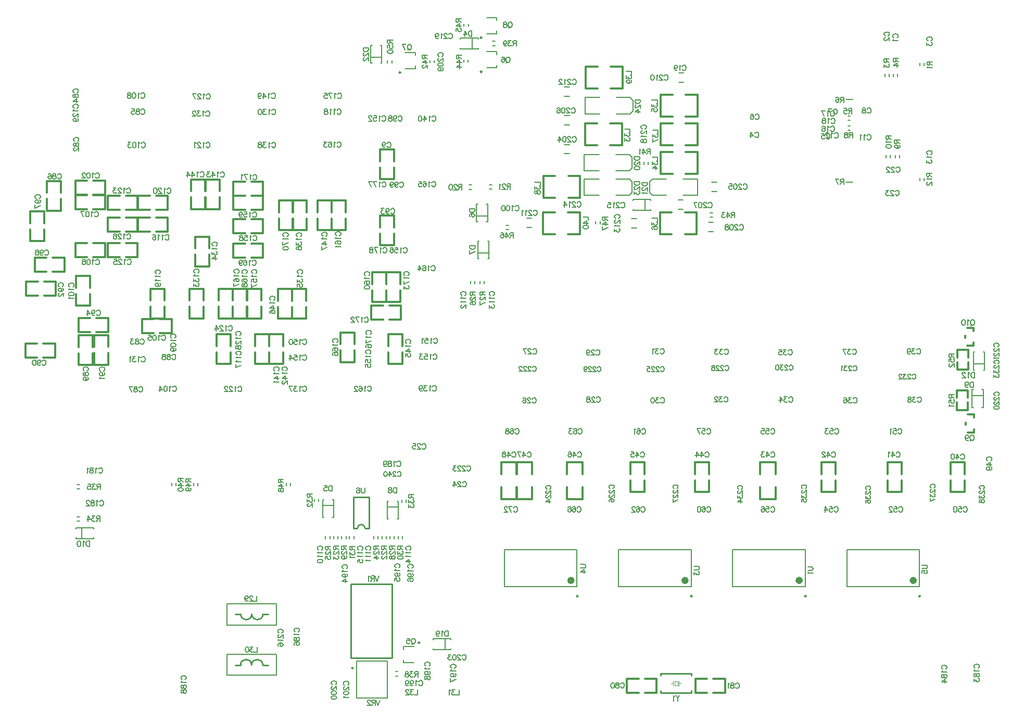
<source format=gbo>
G04 Layer_Color=32896*
%FSLAX25Y25*%
%MOIN*%
G70*
G01*
G75*
%ADD44C,0.01000*%
%ADD45C,0.00800*%
%ADD102C,0.02362*%
%ADD103C,0.00984*%
%ADD104C,0.00394*%
%ADD106C,0.00787*%
%ADD107C,0.01200*%
%ADD110C,0.00700*%
D44*
X222567Y124642D02*
G03*
X217567Y124642I-2500J0D01*
G01*
X150000Y69698D02*
G03*
X157087Y69698I3543J0D01*
G01*
X142913D02*
G03*
X150000Y69698I3543J0D01*
G01*
X156988Y37202D02*
G03*
X149902Y37202I-3543J0D01*
G01*
D02*
G03*
X142815Y37202I-3543J0D01*
G01*
X431496Y30327D02*
Y31803D01*
X411811D02*
X431496D01*
X411811Y30327D02*
Y31803D01*
Y19205D02*
Y20681D01*
Y19205D02*
X431496D01*
Y20681D01*
X213368Y41824D02*
Y87494D01*
Y41824D02*
X226458D01*
X213368Y89167D02*
X226458D01*
X213368Y87494D02*
Y89167D01*
X226557D02*
X239647D01*
Y87494D02*
Y89167D01*
Y41824D02*
Y87494D01*
X226557Y41824D02*
X239647D01*
X215067Y124642D02*
Y144642D01*
X225067D01*
Y124642D02*
Y144642D01*
X222567Y124642D02*
X225067D01*
X215067D02*
X217567D01*
X157087Y69817D02*
X160551D01*
X139370Y69698D02*
X142913D01*
X156988Y37202D02*
X160532D01*
X139350Y37083D02*
X142815D01*
D45*
X596304Y236516D02*
X599803D01*
X596304D02*
Y235016D01*
X596470Y234516D01*
X596637Y234349D01*
X596970Y234183D01*
X597304D01*
X597637Y234349D01*
X597804Y234516D01*
X597970Y235016D01*
Y236516D01*
Y235349D02*
X599803Y234183D01*
X596304Y231400D02*
Y233067D01*
X597804Y233233D01*
X597637Y233067D01*
X597470Y232567D01*
Y232067D01*
X597637Y231567D01*
X597970Y231234D01*
X598470Y231067D01*
X598803D01*
X599303Y231234D01*
X599637Y231567D01*
X599803Y232067D01*
Y232567D01*
X599637Y233067D01*
X599470Y233233D01*
X599137Y233400D01*
X597137Y230117D02*
X596970D01*
X596637Y229950D01*
X596470Y229784D01*
X596304Y229451D01*
Y228784D01*
X596470Y228451D01*
X596637Y228284D01*
X596970Y228117D01*
X597304D01*
X597637Y228284D01*
X598137Y228617D01*
X599803Y230284D01*
Y227951D01*
X596402Y210236D02*
X599902D01*
X596402D02*
Y208736D01*
X596569Y208237D01*
X596736Y208070D01*
X597069Y207903D01*
X597402D01*
X597735Y208070D01*
X597902Y208237D01*
X598069Y208736D01*
Y210236D01*
Y209070D02*
X599902Y207903D01*
X596402Y205121D02*
Y206787D01*
X597902Y206954D01*
X597735Y206787D01*
X597569Y206287D01*
Y205787D01*
X597735Y205287D01*
X598069Y204954D01*
X598568Y204787D01*
X598902D01*
X599402Y204954D01*
X599735Y205287D01*
X599902Y205787D01*
Y206287D01*
X599735Y206787D01*
X599568Y206954D01*
X599235Y207120D01*
X597069Y204004D02*
X596902Y203671D01*
X596402Y203171D01*
X599902D01*
X611894Y258224D02*
X612227Y258057D01*
X612560Y257724D01*
X612727Y257390D01*
X612894Y256891D01*
Y256058D01*
X612727Y255558D01*
X612560Y255224D01*
X612227Y254891D01*
X611894Y254724D01*
X611227D01*
X610894Y254891D01*
X610561Y255224D01*
X610394Y255558D01*
X610228Y256058D01*
Y256891D01*
X610394Y257390D01*
X610561Y257724D01*
X610894Y258057D01*
X611227Y258224D01*
X611894D01*
X611394Y255391D02*
X610394Y254391D01*
X609411Y257557D02*
X609078Y257724D01*
X608578Y258224D01*
Y254724D01*
X605845Y258224D02*
X606345Y258057D01*
X606678Y257557D01*
X606845Y256724D01*
Y256224D01*
X606678Y255391D01*
X606345Y254891D01*
X605845Y254724D01*
X605512D01*
X605012Y254891D01*
X604679Y255391D01*
X604512Y256224D01*
Y256724D01*
X604679Y257557D01*
X605012Y258057D01*
X605512Y258224D01*
X605845D01*
X611599Y184405D02*
X611932Y184238D01*
X612265Y183905D01*
X612432Y183572D01*
X612598Y183072D01*
Y182239D01*
X612432Y181739D01*
X612265Y181405D01*
X611932Y181072D01*
X611599Y180905D01*
X610932D01*
X610599Y181072D01*
X610266Y181405D01*
X610099Y181739D01*
X609932Y182239D01*
Y183072D01*
X610099Y183572D01*
X610266Y183905D01*
X610599Y184238D01*
X610932Y184405D01*
X611599D01*
X611099Y181572D02*
X610099Y180572D01*
X606950Y183238D02*
X607116Y182738D01*
X607449Y182405D01*
X607949Y182239D01*
X608116D01*
X608616Y182405D01*
X608949Y182738D01*
X609116Y183238D01*
Y183405D01*
X608949Y183905D01*
X608616Y184238D01*
X608116Y184405D01*
X607949D01*
X607449Y184238D01*
X607116Y183905D01*
X606950Y183238D01*
Y182405D01*
X607116Y181572D01*
X607449Y181072D01*
X607949Y180905D01*
X608283D01*
X608783Y181072D01*
X608949Y181405D01*
X612795Y224562D02*
Y221063D01*
Y224562D02*
X611629D01*
X611129Y224396D01*
X610796Y224062D01*
X610629Y223729D01*
X610462Y223229D01*
Y222396D01*
X610629Y221896D01*
X610796Y221563D01*
X611129Y221230D01*
X611629Y221063D01*
X612795D01*
X609679Y223896D02*
X609346Y224062D01*
X608846Y224562D01*
Y221063D01*
X606947Y223729D02*
Y223896D01*
X606780Y224229D01*
X606613Y224396D01*
X606280Y224562D01*
X605614D01*
X605280Y224396D01*
X605114Y224229D01*
X604947Y223896D01*
Y223562D01*
X605114Y223229D01*
X605447Y222729D01*
X607113Y221063D01*
X604780D01*
X612008Y218460D02*
Y214961D01*
Y218460D02*
X610841D01*
X610342Y218293D01*
X610008Y217960D01*
X609842Y217627D01*
X609675Y217127D01*
Y216294D01*
X609842Y215794D01*
X610008Y215460D01*
X610342Y215127D01*
X610841Y214961D01*
X612008D01*
X606726Y217294D02*
X606892Y216794D01*
X607226Y216460D01*
X607725Y216294D01*
X607892D01*
X608392Y216460D01*
X608725Y216794D01*
X608892Y217294D01*
Y217460D01*
X608725Y217960D01*
X608392Y218293D01*
X607892Y218460D01*
X607725D01*
X607226Y218293D01*
X606892Y217960D01*
X606726Y217294D01*
Y216460D01*
X606892Y215627D01*
X607226Y215127D01*
X607725Y214961D01*
X608059D01*
X608559Y215127D01*
X608725Y215460D01*
X46200Y116657D02*
Y113157D01*
Y116657D02*
X45034D01*
X44534Y116490D01*
X44200Y116157D01*
X44034Y115824D01*
X43867Y115324D01*
Y114491D01*
X44034Y113991D01*
X44200Y113657D01*
X44534Y113324D01*
X45034Y113157D01*
X46200D01*
X43084Y115990D02*
X42751Y116157D01*
X42251Y116657D01*
Y113157D01*
X39518Y116657D02*
X40018Y116490D01*
X40351Y115990D01*
X40518Y115157D01*
Y114657D01*
X40351Y113824D01*
X40018Y113324D01*
X39518Y113157D01*
X39185D01*
X38685Y113324D01*
X38352Y113824D01*
X38185Y114657D01*
Y115157D01*
X38352Y115990D01*
X38685Y116490D01*
X39185Y116657D01*
X39518D01*
X236855Y437402D02*
X240354D01*
X236855D02*
Y435902D01*
X237022Y435402D01*
X237188Y435235D01*
X237522Y435069D01*
X237855D01*
X238188Y435235D01*
X238355Y435402D01*
X238521Y435902D01*
Y437402D01*
Y436235D02*
X240354Y435069D01*
X236855Y432286D02*
Y433952D01*
X238355Y434119D01*
X238188Y433952D01*
X238021Y433452D01*
Y432952D01*
X238188Y432453D01*
X238521Y432119D01*
X239021Y431953D01*
X239355D01*
X239854Y432119D01*
X240188Y432453D01*
X240354Y432952D01*
Y433452D01*
X240188Y433952D01*
X240021Y434119D01*
X239688Y434286D01*
X236855Y430170D02*
X237022Y430670D01*
X237522Y431003D01*
X238355Y431170D01*
X238855D01*
X239688Y431003D01*
X240188Y430670D01*
X240354Y430170D01*
Y429837D01*
X240188Y429337D01*
X239688Y429003D01*
X238855Y428837D01*
X238355D01*
X237522Y429003D01*
X237022Y429337D01*
X236855Y429837D01*
Y430170D01*
X425766Y420449D02*
X425918Y420754D01*
X426223Y421059D01*
X426528Y421211D01*
X427137D01*
X427442Y421059D01*
X427746Y420754D01*
X427899Y420449D01*
X428051Y419992D01*
Y419231D01*
X427899Y418774D01*
X427746Y418469D01*
X427442Y418164D01*
X427137Y418012D01*
X426528D01*
X426223Y418164D01*
X425918Y418469D01*
X425766Y418774D01*
X424867Y420602D02*
X424562Y420754D01*
X424105Y421211D01*
Y418012D01*
X420540Y420145D02*
X420693Y419688D01*
X420997Y419383D01*
X421454Y419231D01*
X421607D01*
X422064Y419383D01*
X422369Y419688D01*
X422521Y420145D01*
Y420297D01*
X422369Y420754D01*
X422064Y421059D01*
X421607Y421211D01*
X421454D01*
X420997Y421059D01*
X420693Y420754D01*
X420540Y420145D01*
Y419383D01*
X420693Y418621D01*
X420997Y418164D01*
X421454Y418012D01*
X421759D01*
X422216Y418164D01*
X422369Y418469D01*
D102*
X501640Y91339D02*
G03*
X501640Y91339I-1181J0D01*
G01*
X428576D02*
G03*
X428576Y91339I-1181J0D01*
G01*
X355512D02*
G03*
X355512Y91339I-1181J0D01*
G01*
X574705D02*
G03*
X574705Y91339I-1181J0D01*
G01*
D103*
X214943Y35212D02*
G03*
X214943Y35212I-492J0D01*
G01*
X505007Y81299D02*
G03*
X505007Y81299I-492J0D01*
G01*
X431942D02*
G03*
X431942Y81299I-492J0D01*
G01*
X358878D02*
G03*
X358878Y81299I-492J0D01*
G01*
X257582Y51474D02*
G03*
X257582Y51474I-492J0D01*
G01*
X245276Y416634D02*
G03*
X245276Y416634I-492J0D01*
G01*
X297342Y438976D02*
G03*
X297342Y438976I-492J0D01*
G01*
Y417126D02*
G03*
X297342Y417126I-492J0D01*
G01*
X578071Y81299D02*
G03*
X578071Y81299I-492J0D01*
G01*
D104*
X418602Y25406D02*
X419882D01*
Y23831D02*
Y25406D01*
Y26980D01*
X420669Y24126D02*
Y26685D01*
X422736Y24126D02*
Y26685D01*
X420669Y24126D02*
X422736D01*
X420669D02*
Y26685D01*
X422736D01*
X423524Y23831D02*
Y25406D01*
Y26980D01*
Y25406D02*
X424803D01*
D106*
X217010Y39642D02*
X236695D01*
X217010Y16020D02*
Y39642D01*
Y16020D02*
X236695D01*
Y16020D02*
Y39642D01*
X457940Y87402D02*
Y111024D01*
X504396Y87402D02*
Y111024D01*
X457940D02*
X504396D01*
X457940Y87402D02*
X504396D01*
X530512Y399213D02*
X534843D01*
X393602Y355413D02*
Y362303D01*
X391831Y353642D02*
X393602Y355413D01*
X391831Y364075D02*
X393602Y362303D01*
X362894Y353642D02*
X372343D01*
X362894Y364075D02*
X372343D01*
X362894Y353642D02*
Y364075D01*
X382972Y353642D02*
X391831D01*
X382972Y364075D02*
X391831D01*
X612106Y226181D02*
Y237598D01*
X619193Y226181D02*
Y237598D01*
X612106Y229921D02*
X619193D01*
X618406Y226181D02*
X619193D01*
X618406Y237598D02*
X619193D01*
X612106D02*
X612894D01*
X612106Y226181D02*
X612894D01*
X384875Y87402D02*
X431332D01*
X384875Y111024D02*
X431332D01*
Y87402D02*
Y111024D01*
X384875Y87402D02*
Y111024D01*
X311811Y87402D02*
Y111024D01*
X358268Y87402D02*
Y111024D01*
X311811D02*
X358268D01*
X311811Y87402D02*
X358268D01*
X617520Y213583D02*
X618307D01*
X617520Y202165D02*
X618307D01*
X611220D02*
X612008D01*
X611220Y213583D02*
X612008D01*
X611220Y209843D02*
X618307D01*
X611220Y202165D02*
Y213583D01*
X618307Y202165D02*
Y213583D01*
X294980Y431693D02*
Y432480D01*
X283563Y431693D02*
Y432480D01*
Y437992D02*
Y438779D01*
X294980Y437992D02*
Y438779D01*
X291240Y431693D02*
Y438779D01*
X283563D02*
X294980D01*
X283563Y431693D02*
X294980D01*
X200000Y118012D02*
Y119587D01*
X197244Y118012D02*
Y119587D01*
X246374Y118193D02*
Y119768D01*
X243618Y118193D02*
Y119768D01*
X207540Y118193D02*
Y119768D01*
X210296Y118193D02*
Y119768D01*
X241220Y118193D02*
Y119768D01*
X238464Y118193D02*
Y119768D01*
X230912Y118193D02*
Y119768D01*
X228156Y118193D02*
Y119768D01*
X205142Y118193D02*
Y119768D01*
X202387Y118193D02*
Y119768D01*
X236066Y118193D02*
Y119768D01*
X233310Y118193D02*
Y119768D01*
X350197Y407283D02*
X353346D01*
X350197Y401378D02*
X353346D01*
X531618Y386079D02*
X533193D01*
X531618Y388835D02*
X533193D01*
X531618Y379579D02*
X533193D01*
X531618Y382335D02*
X533193D01*
X174902Y151969D02*
Y153543D01*
X172146Y151969D02*
Y153543D01*
X112697Y151969D02*
Y153543D01*
X115453Y151969D02*
Y153543D01*
X134055Y69600D02*
Y76293D01*
X165945D01*
Y62809D02*
Y76293D01*
X134055Y62809D02*
X165945D01*
X134055D02*
Y69600D01*
X165846Y37300D02*
Y44091D01*
X133957D02*
X165846D01*
X133957Y30607D02*
Y44091D01*
Y30607D02*
X165846D01*
Y37300D01*
X38213Y129379D02*
X39787D01*
X38213Y132135D02*
X39787D01*
X38213Y150046D02*
X39787D01*
X38213Y152802D02*
X39787D01*
X580512Y347441D02*
Y349016D01*
X577756Y347441D02*
Y349016D01*
X580610Y420964D02*
Y422539D01*
X577854Y420964D02*
Y422539D01*
X558858Y362193D02*
Y363768D01*
X556102Y362193D02*
Y363768D01*
X564764Y362193D02*
Y363768D01*
X562008Y362193D02*
Y363768D01*
X563583Y414185D02*
Y415760D01*
X560827Y414185D02*
Y415760D01*
X558071Y414185D02*
Y415760D01*
X555315Y414185D02*
Y415760D01*
X289173Y341831D02*
X290748D01*
X289173Y344587D02*
X290748D01*
X302264Y344783D02*
X303839D01*
X302264Y342028D02*
X303839D01*
X294783Y297441D02*
X295571D01*
X294783Y308858D02*
X295571D01*
X301083D02*
X301870D01*
X301083Y297441D02*
X301870D01*
X294783Y301181D02*
X301870D01*
Y297441D02*
Y308858D01*
X294783Y297441D02*
Y308858D01*
X293898Y320965D02*
X294685D01*
X293898Y332382D02*
X294685D01*
X300197D02*
X300984D01*
X300197Y320965D02*
X300984D01*
X293898Y324705D02*
X300984D01*
Y320965D02*
Y332382D01*
X293898Y320965D02*
Y332382D01*
X290158Y281496D02*
Y283071D01*
X292913Y281496D02*
Y283071D01*
X298918Y281496D02*
Y283071D01*
X296162Y281496D02*
Y283071D01*
X248720Y141535D02*
Y143110D01*
X245965Y141535D02*
Y143110D01*
X243012Y142126D02*
X243799D01*
X243012Y130709D02*
X243799D01*
X236713D02*
X237500D01*
X236713Y142126D02*
X237500D01*
X236713Y138386D02*
X243799D01*
X236713Y130709D02*
Y142126D01*
X243799Y130709D02*
Y142126D01*
X192807Y141941D02*
Y143516D01*
X190051Y141941D02*
Y143516D01*
X201587Y143087D02*
X202374D01*
X201587Y131669D02*
X202374D01*
X195287D02*
X196075D01*
X195287Y143087D02*
X196075D01*
X195287Y139346D02*
X202374D01*
X195287Y131669D02*
Y143087D01*
X202374Y131669D02*
Y143087D01*
X247247Y38678D02*
X253645D01*
X247247Y48914D02*
X253645D01*
X247247Y47143D02*
Y48914D01*
Y38678D02*
Y40450D01*
X241981Y30118D02*
X243556D01*
X241981Y32874D02*
X243556D01*
X277559Y46949D02*
Y47737D01*
X266142Y46949D02*
Y47737D01*
Y53248D02*
Y54036D01*
X277559Y53248D02*
Y54036D01*
X273819Y46949D02*
Y54036D01*
X266142D02*
X277559D01*
X266142Y46949D02*
X277559D01*
X350197Y382972D02*
X353346D01*
X350197Y388878D02*
X353346D01*
X350197Y364567D02*
X353346D01*
X350197Y370472D02*
X353346D01*
X393602Y339764D02*
Y346654D01*
X391831Y337992D02*
X393602Y339764D01*
X391831Y348425D02*
X393602Y346654D01*
X362894Y337992D02*
X372343D01*
X362894Y348425D02*
X372343D01*
X362894Y337992D02*
Y348425D01*
X382972Y337992D02*
X391831D01*
X382972Y348425D02*
X391831D01*
X400984Y357677D02*
Y359252D01*
X403740Y357677D02*
Y359252D01*
X443602Y326673D02*
X445177D01*
X443602Y323917D02*
X445177D01*
X373031Y319783D02*
Y321358D01*
X370276Y319783D02*
Y321358D01*
X312894Y318701D02*
X314469D01*
X312894Y315945D02*
X314469D01*
X248229Y429429D02*
X254626D01*
X248229Y419193D02*
X254626D01*
Y420965D01*
Y427658D02*
Y429429D01*
X304232Y433858D02*
X305807D01*
X304232Y436614D02*
X305807D01*
X300295Y451771D02*
X306693D01*
X300295Y441535D02*
X306693D01*
Y443307D01*
Y449999D02*
Y451771D01*
X101476Y151969D02*
Y153543D01*
X98720Y151969D02*
Y153543D01*
X300295Y429921D02*
X306693D01*
X300295Y419685D02*
X306693D01*
Y421457D01*
Y428150D02*
Y429921D01*
X226181Y422638D02*
X226968D01*
X226181Y434055D02*
X226968D01*
X232480D02*
X233268D01*
X232480Y422638D02*
X233268D01*
X226181Y426378D02*
X233268D01*
Y422638D02*
Y434055D01*
X226181Y422638D02*
Y434055D01*
X404823Y339862D02*
Y346752D01*
X406594Y348524D01*
X404823Y339862D02*
X406594Y338091D01*
X426083Y348524D02*
X435531D01*
X426083Y338091D02*
X435531D01*
Y348524D01*
X406594D02*
X415453D01*
X406594Y338091D02*
X415453D01*
X444587Y346260D02*
X447736D01*
X444587Y340354D02*
X447736D01*
X423032Y335039D02*
X426181D01*
X423032Y329134D02*
X426181D01*
X326083Y323228D02*
X329232D01*
X326083Y317323D02*
X329232D01*
X442421Y320571D02*
X445571D01*
X442421Y314665D02*
X445571D01*
X285925Y446259D02*
Y447834D01*
X288681Y446259D02*
Y447834D01*
X288583Y423228D02*
Y424803D01*
X285827Y423228D02*
Y424803D01*
X264173Y422933D02*
Y424508D01*
X266929Y422933D02*
Y424508D01*
X236910Y422736D02*
Y424311D01*
X239666Y422736D02*
Y424311D01*
X393209Y317126D02*
X396358D01*
X393209Y323032D02*
X396358D01*
X423425Y410433D02*
X426575D01*
X423425Y416339D02*
X426575D01*
X37391Y124414D02*
Y125201D01*
X48809Y124414D02*
Y125201D01*
Y118114D02*
Y118902D01*
X37391Y118114D02*
Y118902D01*
X41132Y118114D02*
Y125201D01*
X37391Y118114D02*
X48809D01*
X37391Y125201D02*
X48809D01*
X215354Y118110D02*
Y119685D01*
X212598Y118110D02*
Y119685D01*
X394193Y328346D02*
X405610D01*
X394193Y335433D02*
X405610D01*
X401870Y328346D02*
Y335433D01*
X405610Y334646D02*
Y335433D01*
X394193Y334646D02*
Y335433D01*
Y328346D02*
Y329134D01*
X405610Y328346D02*
Y329134D01*
X531004Y87402D02*
X577461D01*
X531004Y111024D02*
X577461D01*
Y87402D02*
Y111024D01*
X531004Y87402D02*
Y111024D01*
X530512Y346457D02*
X534843D01*
X393996Y391929D02*
Y398819D01*
X392224Y390157D02*
X393996Y391929D01*
X392224Y400591D02*
X393996Y398819D01*
X363287Y390157D02*
X372736D01*
X363287Y400591D02*
X372736D01*
X363287Y390157D02*
Y400591D01*
X383366Y390157D02*
X392224D01*
X383366Y400591D02*
X392224D01*
D107*
X387004Y369969D02*
Y383969D01*
X363504Y369969D02*
Y383969D01*
X379504Y369969D02*
X387004D01*
X379504Y383969D02*
X387004D01*
X363504D02*
X371004D01*
X363504Y369969D02*
X371004D01*
X475421Y159459D02*
Y166959D01*
X485421Y159459D02*
Y166959D01*
Y143459D02*
Y150959D01*
X475421Y143459D02*
Y150959D01*
Y166959D02*
X485421D01*
X475421Y143459D02*
X485421D01*
X608618Y226520D02*
Y231020D01*
X601618Y226520D02*
Y231020D01*
Y234020D02*
Y239020D01*
X608618Y234020D02*
Y239020D01*
X601618Y226520D02*
X608618D01*
X601618Y239020D02*
X608618D01*
X232114Y348303D02*
X241114D01*
X232114Y367303D02*
X241114D01*
X232114Y348303D02*
Y355803D01*
X241114Y348303D02*
Y355803D01*
Y359803D02*
Y367303D01*
X232114Y359803D02*
Y367303D01*
X232213Y305882D02*
X241213D01*
X232213Y324882D02*
X241213D01*
X232213Y305882D02*
Y313382D01*
X241213Y305882D02*
Y313382D01*
Y317382D02*
Y324882D01*
X232213Y317382D02*
Y324882D01*
X120303Y340610D02*
Y348110D01*
X129303Y340610D02*
Y348110D01*
Y329110D02*
Y336610D01*
X120303Y329110D02*
Y336610D01*
Y348110D02*
X129303D01*
X120303Y329110D02*
X129303D01*
X122831Y292457D02*
Y299957D01*
X113831Y292457D02*
Y299957D01*
Y303957D02*
Y311457D01*
X122831Y303957D02*
Y311457D01*
X113831Y292457D02*
X122831D01*
X113831Y311457D02*
X122831D01*
X597575Y159459D02*
Y166959D01*
X606575Y159459D02*
Y166959D01*
Y147959D02*
Y155459D01*
X597575Y147959D02*
Y155459D01*
Y166959D02*
X606575D01*
X597575Y147959D02*
X606575D01*
X608415Y197590D02*
X612315D01*
X608415Y186090D02*
X612315D01*
Y195590D02*
Y197590D01*
X607115Y191191D02*
Y192491D01*
X612315Y186090D02*
Y188090D01*
X608218Y253102D02*
X612118D01*
X608218Y241602D02*
X612118D01*
Y251102D02*
Y253102D01*
X606918Y246702D02*
Y248002D01*
X612118Y241602D02*
Y243602D01*
X49171Y248388D02*
X58171D01*
X49171Y229388D02*
X58171D01*
Y240888D02*
Y248388D01*
X49171Y240888D02*
Y248388D01*
Y229388D02*
Y236888D01*
X58171Y229388D02*
Y236888D01*
X39071Y248288D02*
X48071D01*
X39071Y229288D02*
X48071D01*
Y240788D02*
Y248288D01*
X39071Y240788D02*
Y248288D01*
Y229288D02*
Y236788D01*
X48071Y229288D02*
Y236788D01*
X18704Y328052D02*
X27704D01*
X18704Y347052D02*
X27704D01*
X18704Y328052D02*
Y335552D01*
X27704Y328052D02*
Y335552D01*
Y339552D02*
Y347052D01*
X18704Y339552D02*
Y347052D01*
X387398Y406287D02*
Y420287D01*
X363898Y406287D02*
Y420287D01*
X379898Y406287D02*
X387398D01*
X379898Y420287D02*
X387398D01*
X363898D02*
X371398D01*
X363898Y406287D02*
X371398D01*
X319516Y159459D02*
Y166959D01*
X329516Y159459D02*
Y166959D01*
Y143459D02*
Y150959D01*
X319516Y143459D02*
Y150959D01*
Y166959D02*
X329516D01*
X319516Y143459D02*
X329516D01*
X351799D02*
X361799D01*
X351799Y166959D02*
X361799D01*
X351799Y143459D02*
Y150959D01*
X361799Y143459D02*
Y150959D01*
Y159459D02*
Y166959D01*
X351799Y159459D02*
Y166959D01*
X445532Y28429D02*
X453032D01*
X445532Y19429D02*
X453032D01*
X434032D02*
X441532D01*
X434032Y28429D02*
X441532D01*
X453032Y19429D02*
Y28429D01*
X434032Y19429D02*
Y28429D01*
X390276Y19429D02*
X397776D01*
X390276Y28429D02*
X397776D01*
X401776D02*
X409276D01*
X401776Y19429D02*
X409276D01*
X390276D02*
Y28429D01*
X409276Y19429D02*
Y28429D01*
X360232Y336209D02*
Y350209D01*
X336732Y336209D02*
Y350209D01*
X352732Y336209D02*
X360232D01*
X352732Y350209D02*
X360232D01*
X336732D02*
X344232D01*
X336732Y336209D02*
X344232D01*
X557024Y159459D02*
Y166959D01*
X566024Y159459D02*
Y166959D01*
Y147959D02*
Y155459D01*
X557024Y147959D02*
Y155459D01*
Y166959D02*
X566024D01*
X557024Y147959D02*
X566024D01*
X514898Y159459D02*
Y166959D01*
X523898Y159459D02*
Y166959D01*
Y147959D02*
Y155459D01*
X514898Y147959D02*
Y155459D01*
Y166959D02*
X523898D01*
X514898Y147959D02*
X523898D01*
X433795Y159459D02*
Y166959D01*
X442795Y159459D02*
Y166959D01*
Y147959D02*
Y155459D01*
X433795Y147959D02*
Y155459D01*
Y166959D02*
X442795D01*
X433795Y147959D02*
X442795D01*
X392457Y159459D02*
Y166959D01*
X401457Y159459D02*
Y166959D01*
Y147959D02*
Y155459D01*
X392457Y147959D02*
Y155459D01*
Y166959D02*
X401457D01*
X392457Y147959D02*
X401457D01*
X46516Y267260D02*
Y274760D01*
X37516Y267260D02*
Y274760D01*
Y278760D02*
Y286260D01*
X46516Y278760D02*
Y286260D01*
X37516Y267260D02*
X46516D01*
X37516Y286260D02*
X46516D01*
X136354Y229977D02*
Y237477D01*
X127354Y229977D02*
Y237477D01*
Y241477D02*
Y248977D01*
X136354Y241477D02*
Y248977D01*
X127354Y229977D02*
X136354D01*
X127354Y248977D02*
X136354D01*
X161157Y229977D02*
Y237477D01*
X152157Y229977D02*
Y237477D01*
Y241477D02*
Y248977D01*
X161157Y241477D02*
Y248977D01*
X152157Y229977D02*
X161157D01*
X152157Y248977D02*
X161157D01*
X170212Y229977D02*
Y237477D01*
X161212Y229977D02*
Y237477D01*
Y241477D02*
Y248977D01*
X170212Y241477D02*
Y248977D01*
X161212Y229977D02*
X170212D01*
X161212Y248977D02*
X170212D01*
X118957Y259047D02*
Y266547D01*
X109957Y259047D02*
Y266547D01*
Y270547D02*
Y278047D01*
X118957Y270547D02*
Y278047D01*
X109957Y259047D02*
X118957D01*
X109957Y278047D02*
X118957D01*
X128854Y270547D02*
Y278047D01*
X137854Y270547D02*
Y278047D01*
Y259047D02*
Y266547D01*
X128854Y259047D02*
Y266547D01*
Y278047D02*
X137854D01*
X128854Y259047D02*
X137854D01*
X146909D02*
Y266547D01*
X137909Y259047D02*
Y266547D01*
Y270547D02*
Y278047D01*
X146909Y270547D02*
Y278047D01*
X137909Y259047D02*
X146909D01*
X137909Y278047D02*
X146909D01*
X215881Y231158D02*
Y238658D01*
X206881Y231158D02*
Y238658D01*
Y242658D02*
Y250158D01*
X215881Y242658D02*
Y250158D01*
X206881Y231158D02*
X215881D01*
X206881Y250158D02*
X215881D01*
X155965Y259047D02*
Y266547D01*
X146965Y259047D02*
Y266547D01*
Y270547D02*
Y278047D01*
X155965Y270547D02*
Y278047D01*
X146965Y259047D02*
X155965D01*
X146965Y278047D02*
X155965D01*
X246590Y229977D02*
Y237477D01*
X237590Y229977D02*
Y237477D01*
Y241477D02*
Y248977D01*
X246590Y241477D02*
Y248977D01*
X237590Y229977D02*
X246590D01*
X237590Y248977D02*
X246590D01*
X237971Y267388D02*
X245471D01*
X237971Y258388D02*
X245471D01*
X226471D02*
X233971D01*
X226471Y267388D02*
X233971D01*
X245471Y258388D02*
Y267388D01*
X226471Y258388D02*
Y267388D01*
X245271Y269688D02*
Y277188D01*
X236271Y269688D02*
Y277188D01*
Y281188D02*
Y288688D01*
X245271Y281188D02*
Y288688D01*
X236271Y269688D02*
X245271D01*
X236271Y288688D02*
X245271D01*
X184705Y258992D02*
Y266492D01*
X175705Y258992D02*
Y266492D01*
Y270492D02*
Y277992D01*
X184705Y270492D02*
Y277992D01*
X175705Y258992D02*
X184705D01*
X175705Y277992D02*
X184705D01*
X166650Y270492D02*
Y277992D01*
X175650Y270492D02*
Y277992D01*
Y258992D02*
Y266492D01*
X166650Y258992D02*
Y266492D01*
Y277992D02*
X175650D01*
X166650Y258992D02*
X175650D01*
X236071Y269688D02*
Y277188D01*
X227071Y269688D02*
Y277188D01*
Y281188D02*
Y288688D01*
X236071Y281188D02*
Y288688D01*
X227071Y269688D02*
X236071D01*
X227071Y288688D02*
X236071D01*
X210209Y315685D02*
Y323185D01*
X201209Y315685D02*
Y323185D01*
Y327185D02*
Y334685D01*
X210209Y327185D02*
Y334685D01*
X201209Y315685D02*
X210209D01*
X201209Y334685D02*
X210209D01*
X192240Y327185D02*
Y334685D01*
X201240Y327185D02*
Y334685D01*
Y315685D02*
Y323185D01*
X192240Y315685D02*
Y323185D01*
Y334685D02*
X201240D01*
X192240Y315685D02*
X201240D01*
X185098D02*
Y323185D01*
X176098Y315685D02*
Y323185D01*
Y327185D02*
Y334685D01*
X185098Y327185D02*
Y334685D01*
X176098Y315685D02*
X185098D01*
X176098Y334685D02*
X185098D01*
X94154Y259047D02*
Y266547D01*
X85154Y259047D02*
Y266547D01*
Y270547D02*
Y278047D01*
X94154Y270547D02*
Y278047D01*
X85154Y259047D02*
X94154D01*
X85154Y278047D02*
X94154D01*
X91165Y258768D02*
X98665D01*
X91165Y249768D02*
X98665D01*
X79665D02*
X87165D01*
X79665Y258768D02*
X87165D01*
X98665Y249768D02*
Y258768D01*
X79665Y249768D02*
Y258768D01*
X48571Y307468D02*
X56071D01*
X48571Y298468D02*
X56071D01*
X37071D02*
X44571D01*
X37071Y307468D02*
X44571D01*
X56071Y298468D02*
Y307468D01*
X37071Y298468D02*
Y307468D01*
X48571Y338177D02*
X56071D01*
X48571Y329177D02*
X56071D01*
X37071D02*
X44571D01*
X37071Y338177D02*
X44571D01*
X56071Y329177D02*
Y338177D01*
X37071Y329177D02*
Y338177D01*
X48571Y347232D02*
X56071D01*
X48571Y338232D02*
X56071D01*
X37071D02*
X44571D01*
X37071Y347232D02*
X44571D01*
X56071Y338232D02*
Y347232D01*
X37071Y338232D02*
Y347232D01*
X149752Y337783D02*
X157252D01*
X149752Y328783D02*
X157252D01*
X138252D02*
X145752D01*
X138252Y337783D02*
X145752D01*
X157252Y328783D02*
Y337783D01*
X138252Y328783D02*
Y337783D01*
X149764Y346823D02*
X157264D01*
X149764Y337823D02*
X157264D01*
X138264D02*
X145764D01*
X138264Y346823D02*
X145764D01*
X157264Y337823D02*
Y346823D01*
X138264Y337823D02*
Y346823D01*
X176437Y315685D02*
Y323185D01*
X167437Y315685D02*
Y323185D01*
Y327185D02*
Y334685D01*
X176437Y327185D02*
Y334685D01*
X167437Y315685D02*
X176437D01*
X167437Y334685D02*
X176437D01*
X149752Y322823D02*
X157252D01*
X149752Y313823D02*
X157252D01*
X138252D02*
X145752D01*
X138252Y322823D02*
X145752D01*
X157252Y313823D02*
Y322823D01*
X138252Y313823D02*
Y322823D01*
X149752Y307075D02*
X157252D01*
X149752Y298075D02*
X157252D01*
X138252D02*
X145752D01*
X138252Y307075D02*
X145752D01*
X157252Y298075D02*
Y307075D01*
X138252Y298075D02*
Y307075D01*
X57882Y298468D02*
X65382D01*
X57882Y307468D02*
X65382D01*
X69382D02*
X76882D01*
X69382Y298468D02*
X76882D01*
X57882D02*
Y307468D01*
X76882Y298468D02*
Y307468D01*
X57882Y314610D02*
X65382D01*
X57882Y323610D02*
X65382D01*
X69382D02*
X76882D01*
X69382Y314610D02*
X76882D01*
X57882D02*
Y323610D01*
X76882Y314610D02*
Y323610D01*
X57882Y328783D02*
X65382D01*
X57882Y337783D02*
X65382D01*
X69382D02*
X76882D01*
X69382Y328783D02*
X76882D01*
X57882D02*
Y337783D01*
X76882Y328783D02*
Y337783D01*
X88728D02*
X96228D01*
X88728Y328783D02*
X96228D01*
X77228D02*
X84728D01*
X77228Y337783D02*
X84728D01*
X96228Y328783D02*
Y337783D01*
X77228Y328783D02*
Y337783D01*
X111150Y340610D02*
Y348110D01*
X120150Y340610D02*
Y348110D01*
Y329110D02*
Y336610D01*
X111150Y329110D02*
Y336610D01*
Y348110D02*
X120150D01*
X111150Y329110D02*
X120150D01*
X88728Y323610D02*
X96228D01*
X88728Y314610D02*
X96228D01*
X77228D02*
X84728D01*
X77228Y323610D02*
X84728D01*
X96228Y314610D02*
Y323610D01*
X77228Y314610D02*
Y323610D01*
X4996Y234083D02*
Y243083D01*
X23996Y234083D02*
Y243083D01*
X4996D02*
X12496D01*
X4996Y234083D02*
X12496D01*
X16496D02*
X23996D01*
X16496Y243083D02*
X23996D01*
X8098Y320039D02*
Y327539D01*
X17098Y320039D02*
Y327539D01*
Y308539D02*
Y316039D01*
X8098Y308539D02*
Y316039D01*
Y327539D02*
X17098D01*
X8098Y308539D02*
X17098D01*
X17086Y282551D02*
X24587D01*
X17086Y273551D02*
X24587D01*
X5587D02*
X13086D01*
X5587Y282551D02*
X13086D01*
X24587Y273551D02*
Y282551D01*
X5587Y273551D02*
Y282551D01*
X22598Y297905D02*
X30098D01*
X22598Y288906D02*
X30098D01*
X11098D02*
X18598D01*
X11098Y297905D02*
X18598D01*
X30098Y288906D02*
Y297905D01*
X11098Y288906D02*
Y297905D01*
X50571Y259288D02*
X58071D01*
X50571Y250288D02*
X58071D01*
X39071D02*
X46571D01*
X39071Y259288D02*
X46571D01*
X58071Y250288D02*
Y259288D01*
X39071Y250288D02*
Y259288D01*
X435325Y388374D02*
Y402374D01*
X411825Y388374D02*
Y402374D01*
X427825Y388374D02*
X435325D01*
X427825Y402374D02*
X435325D01*
X411825D02*
X419325D01*
X411825Y388374D02*
X419325D01*
X411825Y369969D02*
Y383969D01*
X435325Y369969D02*
Y383969D01*
X411825D02*
X419325D01*
X411825Y369969D02*
X419325D01*
X427825D02*
X435325D01*
X427825Y383969D02*
X435325D01*
X411421Y313177D02*
Y327177D01*
X434921Y313177D02*
Y327177D01*
X411421D02*
X418921D01*
X411421Y313177D02*
X418921D01*
X427421D02*
X434921D01*
X427421Y327177D02*
X434921D01*
X411825Y351661D02*
Y365661D01*
X435325Y351661D02*
Y365661D01*
X411825D02*
X419325D01*
X411825Y351661D02*
X419325D01*
X427825D02*
X435325D01*
X427825Y365661D02*
X435325D01*
X360035Y313177D02*
Y327177D01*
X336535Y313177D02*
Y327177D01*
X352535Y313177D02*
X360035D01*
X352535Y327177D02*
X360035D01*
X336535D02*
X344035D01*
X336535Y313177D02*
X344035D01*
X309673Y143459D02*
X319673D01*
X309673Y166959D02*
X319673D01*
X309673Y143459D02*
Y150959D01*
X319673Y143459D02*
Y150959D01*
Y159459D02*
Y166959D01*
X309673Y159459D02*
Y166959D01*
X601520Y208449D02*
Y212949D01*
X608520Y208449D02*
Y212949D01*
Y200449D02*
Y205449D01*
X601520Y200449D02*
Y205449D01*
Y212949D02*
X608520D01*
X601520Y200449D02*
X608520D01*
D110*
X239009Y328771D02*
X239171Y329095D01*
X239495Y329418D01*
X239818Y329580D01*
X240466D01*
X240790Y329418D01*
X241113Y329095D01*
X241275Y328771D01*
X241437Y328285D01*
Y327476D01*
X241275Y326991D01*
X241113Y326667D01*
X240790Y326343D01*
X240466Y326181D01*
X239818D01*
X239495Y326343D01*
X239171Y326667D01*
X239009Y326991D01*
X235950Y328447D02*
X236111Y327962D01*
X236435Y327638D01*
X236921Y327476D01*
X237083D01*
X237568Y327638D01*
X237892Y327962D01*
X238054Y328447D01*
Y328609D01*
X237892Y329095D01*
X237568Y329418D01*
X237083Y329580D01*
X236921D01*
X236435Y329418D01*
X236111Y329095D01*
X235950Y328447D01*
Y327638D01*
X236111Y326829D01*
X236435Y326343D01*
X236921Y326181D01*
X237245D01*
X237730Y326343D01*
X237892Y326667D01*
X234703Y329580D02*
X232923D01*
X233894Y328285D01*
X233408D01*
X233085Y328123D01*
X232923Y327962D01*
X232761Y327476D01*
Y327152D01*
X232923Y326667D01*
X233246Y326343D01*
X233732Y326181D01*
X234218D01*
X234703Y326343D01*
X234865Y326505D01*
X235027Y326829D01*
X236548Y371192D02*
X236710Y371516D01*
X237034Y371840D01*
X237358Y372002D01*
X238005D01*
X238329Y371840D01*
X238653Y371516D01*
X238814Y371192D01*
X238976Y370707D01*
Y369897D01*
X238814Y369412D01*
X238653Y369088D01*
X238329Y368764D01*
X238005Y368602D01*
X237358D01*
X237034Y368764D01*
X236710Y369088D01*
X236548Y369412D01*
X233489Y370868D02*
X233651Y370383D01*
X233975Y370059D01*
X234460Y369897D01*
X234622D01*
X235108Y370059D01*
X235431Y370383D01*
X235593Y370868D01*
Y371030D01*
X235431Y371516D01*
X235108Y371840D01*
X234622Y372002D01*
X234460D01*
X233975Y371840D01*
X233651Y371516D01*
X233489Y370868D01*
Y370059D01*
X233651Y369250D01*
X233975Y368764D01*
X234460Y368602D01*
X234784D01*
X235270Y368764D01*
X235431Y369088D01*
X107775Y156356D02*
X110975D01*
X107775D02*
Y154985D01*
X107928Y154528D01*
X108080Y154375D01*
X108385Y154223D01*
X108690D01*
X108994Y154375D01*
X109147Y154528D01*
X109299Y154985D01*
Y156356D01*
Y155289D02*
X110975Y154223D01*
X107775Y151983D02*
X109908Y153507D01*
Y151222D01*
X107775Y151983D02*
X110975D01*
X108842Y148678D02*
X109299Y148830D01*
X109604Y149135D01*
X109756Y149592D01*
Y149744D01*
X109604Y150201D01*
X109299Y150506D01*
X108842Y150658D01*
X108690D01*
X108232Y150506D01*
X107928Y150201D01*
X107775Y149744D01*
Y149592D01*
X107928Y149135D01*
X108232Y148830D01*
X108842Y148678D01*
X109604D01*
X110365Y148830D01*
X110822Y149135D01*
X110975Y149592D01*
Y149896D01*
X110822Y150353D01*
X110518Y150506D01*
X167076Y156004D02*
X170276D01*
X167076D02*
Y154633D01*
X167229Y154176D01*
X167381Y154023D01*
X167686Y153871D01*
X167990D01*
X168295Y154023D01*
X168447Y154176D01*
X168600Y154633D01*
Y156004D01*
Y154938D02*
X170276Y153871D01*
X167076Y151631D02*
X169209Y153155D01*
Y150870D01*
X167076Y151631D02*
X170276D01*
X167076Y149544D02*
X167229Y150001D01*
X167533Y150154D01*
X167838D01*
X168143Y150001D01*
X168295Y149697D01*
X168447Y149087D01*
X168600Y148630D01*
X168904Y148326D01*
X169209Y148173D01*
X169666D01*
X169971Y148326D01*
X170123Y148478D01*
X170276Y148935D01*
Y149544D01*
X170123Y150001D01*
X169971Y150154D01*
X169666Y150306D01*
X169209D01*
X168904Y150154D01*
X168600Y149849D01*
X168447Y149392D01*
X168295Y148783D01*
X168143Y148478D01*
X167838Y148326D01*
X167533D01*
X167229Y148478D01*
X167076Y148935D01*
Y149544D01*
X243286Y160312D02*
X243438Y160616D01*
X243743Y160921D01*
X244047Y161073D01*
X244657D01*
X244962Y160921D01*
X245266Y160616D01*
X245419Y160312D01*
X245571Y159854D01*
Y159093D01*
X245419Y158636D01*
X245266Y158331D01*
X244962Y158026D01*
X244657Y157874D01*
X244047D01*
X243743Y158026D01*
X243438Y158331D01*
X243286Y158636D01*
X242234Y160312D02*
Y160464D01*
X242082Y160769D01*
X241930Y160921D01*
X241625Y161073D01*
X241016D01*
X240711Y160921D01*
X240559Y160769D01*
X240406Y160464D01*
Y160159D01*
X240559Y159854D01*
X240863Y159397D01*
X242387Y157874D01*
X240254D01*
X238014Y161073D02*
X239538Y158940D01*
X237253D01*
X238014Y161073D02*
Y157874D01*
X235775Y161073D02*
X236232Y160921D01*
X236537Y160464D01*
X236689Y159702D01*
Y159245D01*
X236537Y158483D01*
X236232Y158026D01*
X235775Y157874D01*
X235470D01*
X235013Y158026D01*
X234708Y158483D01*
X234556Y159245D01*
Y159702D01*
X234708Y160464D01*
X235013Y160921D01*
X235470Y161073D01*
X235775D01*
X561190Y438922D02*
X560866Y439084D01*
X560542Y439408D01*
X560380Y439732D01*
Y440379D01*
X560542Y440703D01*
X560866Y441027D01*
X561190Y441188D01*
X561675Y441350D01*
X562485D01*
X562970Y441188D01*
X563294Y441027D01*
X563618Y440703D01*
X563779Y440379D01*
Y439732D01*
X563618Y439408D01*
X563294Y439084D01*
X562970Y438922D01*
X561028Y437967D02*
X560866Y437644D01*
X560380Y437158D01*
X563779D01*
X555678Y440103D02*
X555354Y440265D01*
X555030Y440589D01*
X554869Y440913D01*
Y441560D01*
X555030Y441884D01*
X555354Y442208D01*
X555678Y442370D01*
X556163Y442531D01*
X556973D01*
X557458Y442370D01*
X557782Y442208D01*
X558106Y441884D01*
X558268Y441560D01*
Y440913D01*
X558106Y440589D01*
X557782Y440265D01*
X557458Y440103D01*
X555678Y438986D02*
X555516D01*
X555192Y438825D01*
X555030Y438663D01*
X554869Y438339D01*
Y437692D01*
X555030Y437368D01*
X555192Y437206D01*
X555516Y437044D01*
X555840D01*
X556163Y437206D01*
X556649Y437530D01*
X558268Y439148D01*
Y436882D01*
X583040Y436942D02*
X582716Y437104D01*
X582393Y437428D01*
X582231Y437751D01*
Y438399D01*
X582393Y438723D01*
X582716Y439046D01*
X583040Y439208D01*
X583526Y439370D01*
X584335D01*
X584821Y439208D01*
X585144Y439046D01*
X585468Y438723D01*
X585630Y438399D01*
Y437751D01*
X585468Y437428D01*
X585144Y437104D01*
X584821Y436942D01*
X582231Y435663D02*
Y433883D01*
X583526Y434854D01*
Y434368D01*
X583687Y434045D01*
X583849Y433883D01*
X584335Y433721D01*
X584659D01*
X585144Y433883D01*
X585468Y434206D01*
X585630Y434692D01*
Y435178D01*
X585468Y435663D01*
X585306Y435825D01*
X584982Y435987D01*
X472178Y377590D02*
X472340Y377914D01*
X472664Y378237D01*
X472988Y378399D01*
X473635D01*
X473959Y378237D01*
X474283Y377914D01*
X474444Y377590D01*
X474606Y377104D01*
Y376295D01*
X474444Y375809D01*
X474283Y375486D01*
X473959Y375162D01*
X473635Y375000D01*
X472988D01*
X472664Y375162D01*
X472340Y375486D01*
X472178Y375809D01*
X469604Y378399D02*
X471223Y376133D01*
X468795D01*
X469604Y378399D02*
Y375000D01*
X517844Y376677D02*
X518006Y377000D01*
X518329Y377324D01*
X518653Y377486D01*
X519300D01*
X519624Y377324D01*
X519948Y377000D01*
X520110Y376677D01*
X520272Y376191D01*
Y375382D01*
X520110Y374896D01*
X519948Y374572D01*
X519624Y374249D01*
X519300Y374087D01*
X518653D01*
X518329Y374249D01*
X518006Y374572D01*
X517844Y374896D01*
X514946Y377486D02*
X516565D01*
X516727Y376029D01*
X516565Y376191D01*
X516079Y376353D01*
X515594D01*
X515108Y376191D01*
X514784Y375867D01*
X514622Y375382D01*
Y375058D01*
X514784Y374572D01*
X515108Y374249D01*
X515594Y374087D01*
X516079D01*
X516565Y374249D01*
X516727Y374410D01*
X516889Y374734D01*
X472375Y389204D02*
X472537Y389528D01*
X472861Y389852D01*
X473184Y390014D01*
X473832D01*
X474156Y389852D01*
X474479Y389528D01*
X474641Y389204D01*
X474803Y388719D01*
Y387909D01*
X474641Y387423D01*
X474479Y387100D01*
X474156Y386776D01*
X473832Y386614D01*
X473184D01*
X472861Y386776D01*
X472537Y387100D01*
X472375Y387423D01*
X469478Y389528D02*
X469639Y389852D01*
X470125Y390014D01*
X470449D01*
X470934Y389852D01*
X471258Y389366D01*
X471420Y388557D01*
Y387747D01*
X471258Y387100D01*
X470934Y386776D01*
X470449Y386614D01*
X470287D01*
X469801Y386776D01*
X469478Y387100D01*
X469316Y387585D01*
Y387747D01*
X469478Y388233D01*
X469801Y388557D01*
X470287Y388719D01*
X470449D01*
X470934Y388557D01*
X471258Y388233D01*
X471420Y387747D01*
X522477Y392547D02*
X522639Y392870D01*
X522963Y393194D01*
X523287Y393356D01*
X523934D01*
X524258Y393194D01*
X524582Y392870D01*
X524744Y392547D01*
X524905Y392061D01*
Y391252D01*
X524744Y390766D01*
X524582Y390442D01*
X524258Y390119D01*
X523934Y389957D01*
X523287D01*
X522963Y390119D01*
X522639Y390442D01*
X522477Y390766D01*
X519256Y393356D02*
X520875Y389957D01*
X521522Y393356D02*
X519256D01*
X544029Y393141D02*
X544191Y393465D01*
X544514Y393789D01*
X544838Y393951D01*
X545485D01*
X545809Y393789D01*
X546133Y393465D01*
X546295Y393141D01*
X546457Y392655D01*
Y391846D01*
X546295Y391360D01*
X546133Y391037D01*
X545809Y390713D01*
X545485Y390551D01*
X544838D01*
X544514Y390713D01*
X544191Y391037D01*
X544029Y391360D01*
X542264Y393951D02*
X542750Y393789D01*
X542912Y393465D01*
Y393141D01*
X542750Y392817D01*
X542426Y392655D01*
X541779Y392494D01*
X541293Y392332D01*
X540969Y392008D01*
X540807Y391684D01*
Y391199D01*
X540969Y390875D01*
X541131Y390713D01*
X541617Y390551D01*
X542264D01*
X542750Y390713D01*
X542912Y390875D01*
X543074Y391199D01*
Y391684D01*
X542912Y392008D01*
X542588Y392332D01*
X542102Y392494D01*
X541455Y392655D01*
X541131Y392817D01*
X540969Y393141D01*
Y393465D01*
X541131Y393789D01*
X541617Y393951D01*
X542264D01*
X544029Y376066D02*
X544191Y376390D01*
X544514Y376714D01*
X544838Y376876D01*
X545485D01*
X545809Y376714D01*
X546133Y376390D01*
X546295Y376066D01*
X546457Y375581D01*
Y374771D01*
X546295Y374286D01*
X546133Y373962D01*
X545809Y373638D01*
X545485Y373476D01*
X544838D01*
X544514Y373638D01*
X544191Y373962D01*
X544029Y374286D01*
X543074Y376228D02*
X542750Y376390D01*
X542264Y376876D01*
Y373476D01*
X540581Y376228D02*
X540257Y376390D01*
X539772Y376876D01*
Y373476D01*
X523021Y377247D02*
X523183Y377571D01*
X523506Y377895D01*
X523830Y378057D01*
X524478D01*
X524801Y377895D01*
X525125Y377571D01*
X525287Y377247D01*
X525449Y376762D01*
Y375952D01*
X525287Y375467D01*
X525125Y375143D01*
X524801Y374819D01*
X524478Y374658D01*
X523830D01*
X523506Y374819D01*
X523183Y375143D01*
X523021Y375467D01*
X522066Y377409D02*
X521742Y377571D01*
X521256Y378057D01*
Y374658D01*
X519411Y377247D02*
Y377409D01*
X519249Y377733D01*
X519087Y377895D01*
X518764Y378057D01*
X518116D01*
X517792Y377895D01*
X517630Y377733D01*
X517469Y377409D01*
Y377085D01*
X517630Y376762D01*
X517954Y376276D01*
X519573Y374658D01*
X517307D01*
X582942Y364107D02*
X582618Y364269D01*
X582294Y364593D01*
X582132Y364917D01*
Y365564D01*
X582294Y365888D01*
X582618Y366212D01*
X582942Y366374D01*
X583427Y366535D01*
X584236D01*
X584722Y366374D01*
X585046Y366212D01*
X585370Y365888D01*
X585532Y365564D01*
Y364917D01*
X585370Y364593D01*
X585046Y364269D01*
X584722Y364107D01*
X582780Y363152D02*
X582618Y362829D01*
X582132Y362343D01*
X585532D01*
X582132Y360336D02*
Y358555D01*
X583427Y359526D01*
Y359041D01*
X583589Y358717D01*
X583751Y358555D01*
X584236Y358393D01*
X584560D01*
X585046Y358555D01*
X585370Y358879D01*
X585532Y359365D01*
Y359850D01*
X585370Y360336D01*
X585208Y360498D01*
X584884Y360660D01*
X520600Y381401D02*
X520761Y381725D01*
X521085Y382048D01*
X521409Y382210D01*
X522056D01*
X522380Y382048D01*
X522704Y381725D01*
X522866Y381401D01*
X523028Y380915D01*
Y380106D01*
X522866Y379620D01*
X522704Y379297D01*
X522380Y378973D01*
X522056Y378811D01*
X521409D01*
X521085Y378973D01*
X520761Y379297D01*
X520600Y379620D01*
X519644Y381563D02*
X519321Y381725D01*
X518835Y382210D01*
Y378811D01*
X515209Y381725D02*
X515371Y382048D01*
X515857Y382210D01*
X516181D01*
X516666Y382048D01*
X516990Y381563D01*
X517152Y380753D01*
Y379944D01*
X516990Y379297D01*
X516666Y378973D01*
X516181Y378811D01*
X516019D01*
X515533Y378973D01*
X515209Y379297D01*
X515047Y379782D01*
Y379944D01*
X515209Y380430D01*
X515533Y380753D01*
X516019Y380915D01*
X516181D01*
X516666Y380753D01*
X516990Y380430D01*
X517152Y379944D01*
X520600Y391244D02*
X520761Y391567D01*
X521085Y391891D01*
X521409Y392053D01*
X522056D01*
X522380Y391891D01*
X522704Y391567D01*
X522866Y391244D01*
X523028Y390758D01*
Y389949D01*
X522866Y389463D01*
X522704Y389139D01*
X522380Y388815D01*
X522056Y388653D01*
X521409D01*
X521085Y388815D01*
X520761Y389139D01*
X520600Y389463D01*
X519644Y391405D02*
X519321Y391567D01*
X518835Y392053D01*
Y388653D01*
X514886Y392053D02*
X516504Y388653D01*
X517152Y392053D02*
X514886D01*
X520993Y386519D02*
X521155Y386843D01*
X521479Y387167D01*
X521803Y387328D01*
X522450D01*
X522774Y387167D01*
X523098Y386843D01*
X523259Y386519D01*
X523421Y386033D01*
Y385224D01*
X523259Y384738D01*
X523098Y384415D01*
X522774Y384091D01*
X522450Y383929D01*
X521803D01*
X521479Y384091D01*
X521155Y384415D01*
X520993Y384738D01*
X520038Y386681D02*
X519714Y386843D01*
X519229Y387328D01*
Y383929D01*
X516736Y387328D02*
X517222Y387167D01*
X517383Y386843D01*
Y386519D01*
X517222Y386195D01*
X516898Y386033D01*
X516250Y385872D01*
X515765Y385710D01*
X515441Y385386D01*
X515279Y385062D01*
Y384577D01*
X515441Y384253D01*
X515603Y384091D01*
X516089Y383929D01*
X516736D01*
X517222Y384091D01*
X517383Y384253D01*
X517545Y384577D01*
Y385062D01*
X517383Y385386D01*
X517060Y385710D01*
X516574Y385872D01*
X515927Y386033D01*
X515603Y386195D01*
X515441Y386519D01*
Y386843D01*
X515603Y387167D01*
X516089Y387328D01*
X516736D01*
X562533Y355346D02*
X562694Y355670D01*
X563018Y355993D01*
X563342Y356155D01*
X563989D01*
X564313Y355993D01*
X564637Y355670D01*
X564799Y355346D01*
X564961Y354860D01*
Y354051D01*
X564799Y353565D01*
X564637Y353241D01*
X564313Y352918D01*
X563989Y352756D01*
X563342D01*
X563018Y352918D01*
X562694Y353241D01*
X562533Y353565D01*
X561416Y355346D02*
Y355508D01*
X561254Y355831D01*
X561092Y355993D01*
X560768Y356155D01*
X560121D01*
X559797Y355993D01*
X559635Y355831D01*
X559473Y355508D01*
Y355184D01*
X559635Y354860D01*
X559959Y354375D01*
X561578Y352756D01*
X559311D01*
X558389Y355346D02*
Y355508D01*
X558227Y355831D01*
X558065Y355993D01*
X557741Y356155D01*
X557094D01*
X556770Y355993D01*
X556608Y355831D01*
X556446Y355508D01*
Y355184D01*
X556608Y354860D01*
X556932Y354375D01*
X558551Y352756D01*
X556284D01*
X562139Y340385D02*
X562301Y340709D01*
X562625Y341033D01*
X562948Y341195D01*
X563596D01*
X563919Y341033D01*
X564243Y340709D01*
X564405Y340385D01*
X564567Y339900D01*
Y339090D01*
X564405Y338605D01*
X564243Y338281D01*
X563919Y337957D01*
X563596Y337795D01*
X562948D01*
X562625Y337957D01*
X562301Y338281D01*
X562139Y338605D01*
X561022Y340385D02*
Y340547D01*
X560860Y340871D01*
X560698Y341033D01*
X560374Y341195D01*
X559727D01*
X559403Y341033D01*
X559241Y340871D01*
X559080Y340547D01*
Y340223D01*
X559241Y339900D01*
X559565Y339414D01*
X561184Y337795D01*
X558918D01*
X557833Y341195D02*
X556053D01*
X557024Y339900D01*
X556538D01*
X556214Y339738D01*
X556053Y339576D01*
X555891Y339090D01*
Y338767D01*
X556053Y338281D01*
X556376Y337957D01*
X556862Y337795D01*
X557347D01*
X557833Y337957D01*
X557995Y338119D01*
X558157Y338443D01*
X284974Y153869D02*
X285135Y154193D01*
X285459Y154517D01*
X285783Y154679D01*
X286430D01*
X286754Y154517D01*
X287078Y154193D01*
X287240Y153869D01*
X287402Y153384D01*
Y152575D01*
X287240Y152089D01*
X287078Y151765D01*
X286754Y151441D01*
X286430Y151279D01*
X285783D01*
X285459Y151441D01*
X285135Y151765D01*
X284974Y152089D01*
X283857Y153869D02*
Y154031D01*
X283695Y154355D01*
X283533Y154517D01*
X283209Y154679D01*
X282562D01*
X282238Y154517D01*
X282076Y154355D01*
X281914Y154031D01*
Y153708D01*
X282076Y153384D01*
X282400Y152898D01*
X284018Y151279D01*
X281752D01*
X279373Y154679D02*
X280992Y152413D01*
X278563D01*
X279373Y154679D02*
Y151279D01*
X259072Y178062D02*
X259234Y178386D01*
X259558Y178710D01*
X259881Y178872D01*
X260529D01*
X260853Y178710D01*
X261176Y178386D01*
X261338Y178062D01*
X261500Y177577D01*
Y176767D01*
X261338Y176282D01*
X261176Y175958D01*
X260853Y175634D01*
X260529Y175472D01*
X259881D01*
X259558Y175634D01*
X259234Y175958D01*
X259072Y176282D01*
X257955Y178062D02*
Y178224D01*
X257793Y178548D01*
X257631Y178710D01*
X257308Y178872D01*
X256660D01*
X256336Y178710D01*
X256174Y178548D01*
X256013Y178224D01*
Y177901D01*
X256174Y177577D01*
X256498Y177091D01*
X258117Y175472D01*
X255851D01*
X253148Y178872D02*
X254766D01*
X254928Y177415D01*
X254766Y177577D01*
X254281Y177739D01*
X253795D01*
X253309Y177577D01*
X252986Y177253D01*
X252824Y176767D01*
Y176444D01*
X252986Y175958D01*
X253309Y175634D01*
X253795Y175472D01*
X254281D01*
X254766Y175634D01*
X254928Y175796D01*
X255090Y176120D01*
X329560Y207511D02*
X329722Y207835D01*
X330046Y208159D01*
X330369Y208320D01*
X331017D01*
X331341Y208159D01*
X331664Y207835D01*
X331826Y207511D01*
X331988Y207026D01*
Y206216D01*
X331826Y205731D01*
X331664Y205407D01*
X331341Y205083D01*
X331017Y204921D01*
X330369D01*
X330046Y205083D01*
X329722Y205407D01*
X329560Y205731D01*
X328443Y207511D02*
Y207673D01*
X328281Y207997D01*
X328119Y208159D01*
X327796Y208320D01*
X327148D01*
X326824Y208159D01*
X326663Y207997D01*
X326501Y207673D01*
Y207349D01*
X326663Y207026D01*
X326986Y206540D01*
X328605Y204921D01*
X326339D01*
X323636Y207835D02*
X323798Y208159D01*
X324283Y208320D01*
X324607D01*
X325093Y208159D01*
X325416Y207673D01*
X325578Y206864D01*
Y206054D01*
X325416Y205407D01*
X325093Y205083D01*
X324607Y204921D01*
X324445D01*
X323959Y205083D01*
X323636Y205407D01*
X323474Y205892D01*
Y206054D01*
X323636Y206540D01*
X323959Y206864D01*
X324445Y207026D01*
X324607D01*
X325093Y206864D01*
X325416Y206540D01*
X325578Y206054D01*
X329954Y238909D02*
X330116Y239233D01*
X330439Y239556D01*
X330763Y239718D01*
X331411D01*
X331734Y239556D01*
X332058Y239233D01*
X332220Y238909D01*
X332382Y238423D01*
Y237614D01*
X332220Y237128D01*
X332058Y236805D01*
X331734Y236481D01*
X331411Y236319D01*
X330763D01*
X330439Y236481D01*
X330116Y236805D01*
X329954Y237128D01*
X328837Y238909D02*
Y239071D01*
X328675Y239394D01*
X328513Y239556D01*
X328189Y239718D01*
X327542D01*
X327218Y239556D01*
X327056Y239394D01*
X326894Y239071D01*
Y238747D01*
X327056Y238423D01*
X327380Y237938D01*
X328999Y236319D01*
X326733D01*
X323706Y239718D02*
X325324Y236319D01*
X325972Y239718D02*
X323706D01*
X370702Y208102D02*
X370864Y208425D01*
X371187Y208749D01*
X371511Y208911D01*
X372159D01*
X372482Y208749D01*
X372806Y208425D01*
X372968Y208102D01*
X373130Y207616D01*
Y206807D01*
X372968Y206321D01*
X372806Y205997D01*
X372482Y205674D01*
X372159Y205512D01*
X371511D01*
X371187Y205674D01*
X370864Y205997D01*
X370702Y206321D01*
X369585Y208102D02*
Y208264D01*
X369423Y208587D01*
X369261Y208749D01*
X368937Y208911D01*
X368290D01*
X367966Y208749D01*
X367804Y208587D01*
X367642Y208264D01*
Y207940D01*
X367804Y207616D01*
X368128Y207131D01*
X369747Y205512D01*
X367481D01*
X365911Y208911D02*
X366396Y208749D01*
X366558Y208425D01*
Y208102D01*
X366396Y207778D01*
X366072Y207616D01*
X365425Y207454D01*
X364939Y207292D01*
X364616Y206969D01*
X364454Y206645D01*
Y206159D01*
X364616Y205836D01*
X364777Y205674D01*
X365263Y205512D01*
X365911D01*
X366396Y205674D01*
X366558Y205836D01*
X366720Y206159D01*
Y206645D01*
X366558Y206969D01*
X366234Y207292D01*
X365749Y207454D01*
X365101Y207616D01*
X364777Y207778D01*
X364616Y208102D01*
Y208425D01*
X364777Y208749D01*
X365263Y208911D01*
X365911D01*
X370407Y238220D02*
X370568Y238544D01*
X370892Y238867D01*
X371216Y239029D01*
X371863D01*
X372187Y238867D01*
X372511Y238544D01*
X372673Y238220D01*
X372835Y237734D01*
Y236925D01*
X372673Y236439D01*
X372511Y236116D01*
X372187Y235792D01*
X371863Y235630D01*
X371216D01*
X370892Y235792D01*
X370568Y236116D01*
X370407Y236439D01*
X369290Y238220D02*
Y238382D01*
X369128Y238705D01*
X368966Y238867D01*
X368642Y239029D01*
X367995D01*
X367671Y238867D01*
X367509Y238705D01*
X367347Y238382D01*
Y238058D01*
X367509Y237734D01*
X367833Y237249D01*
X369452Y235630D01*
X367185D01*
X364320Y237896D02*
X364482Y237410D01*
X364806Y237087D01*
X365292Y236925D01*
X365453D01*
X365939Y237087D01*
X366263Y237410D01*
X366425Y237896D01*
Y238058D01*
X366263Y238544D01*
X365939Y238867D01*
X365453Y239029D01*
X365292D01*
X364806Y238867D01*
X364482Y238544D01*
X364320Y237896D01*
Y237087D01*
X364482Y236277D01*
X364806Y235792D01*
X365292Y235630D01*
X365615D01*
X366101Y235792D01*
X366263Y236116D01*
X411745Y207610D02*
X411907Y207933D01*
X412231Y208257D01*
X412555Y208419D01*
X413202D01*
X413526Y208257D01*
X413849Y207933D01*
X414011Y207610D01*
X414173Y207124D01*
Y206315D01*
X414011Y205829D01*
X413849Y205505D01*
X413526Y205182D01*
X413202Y205020D01*
X412555D01*
X412231Y205182D01*
X411907Y205505D01*
X411745Y205829D01*
X410466Y208419D02*
X408686D01*
X409657Y207124D01*
X409171D01*
X408848Y206962D01*
X408686Y206800D01*
X408524Y206315D01*
Y205991D01*
X408686Y205505D01*
X409010Y205182D01*
X409495Y205020D01*
X409981D01*
X410466Y205182D01*
X410628Y205343D01*
X410790Y205667D01*
X406792Y208419D02*
X407278Y208257D01*
X407601Y207771D01*
X407763Y206962D01*
Y206476D01*
X407601Y205667D01*
X407278Y205182D01*
X406792Y205020D01*
X406468D01*
X405983Y205182D01*
X405659Y205667D01*
X405497Y206476D01*
Y206962D01*
X405659Y207771D01*
X405983Y208257D01*
X406468Y208419D01*
X406792D01*
X411647Y239007D02*
X411809Y239331D01*
X412132Y239655D01*
X412456Y239817D01*
X413104D01*
X413427Y239655D01*
X413751Y239331D01*
X413913Y239007D01*
X414075Y238522D01*
Y237712D01*
X413913Y237227D01*
X413751Y236903D01*
X413427Y236579D01*
X413104Y236417D01*
X412456D01*
X412132Y236579D01*
X411809Y236903D01*
X411647Y237227D01*
X410368Y239817D02*
X408587D01*
X409559Y238522D01*
X409073D01*
X408749Y238360D01*
X408587Y238198D01*
X408426Y237712D01*
Y237388D01*
X408587Y236903D01*
X408911Y236579D01*
X409397Y236417D01*
X409882D01*
X410368Y236579D01*
X410530Y236741D01*
X410692Y237065D01*
X407665Y239169D02*
X407341Y239331D01*
X406855Y239817D01*
Y236417D01*
X452493Y208200D02*
X452655Y208524D01*
X452979Y208848D01*
X453303Y209010D01*
X453950D01*
X454274Y208848D01*
X454598Y208524D01*
X454759Y208200D01*
X454921Y207715D01*
Y206905D01*
X454759Y206420D01*
X454598Y206096D01*
X454274Y205772D01*
X453950Y205610D01*
X453303D01*
X452979Y205772D01*
X452655Y206096D01*
X452493Y206420D01*
X451214Y209010D02*
X449434D01*
X450405Y207715D01*
X449920D01*
X449596Y207553D01*
X449434Y207391D01*
X449272Y206905D01*
Y206581D01*
X449434Y206096D01*
X449758Y205772D01*
X450243Y205610D01*
X450729D01*
X451214Y205772D01*
X451376Y205934D01*
X451538Y206258D01*
X448349Y208200D02*
Y208362D01*
X448187Y208686D01*
X448026Y208848D01*
X447702Y209010D01*
X447054D01*
X446731Y208848D01*
X446569Y208686D01*
X446407Y208362D01*
Y208038D01*
X446569Y207715D01*
X446892Y207229D01*
X448511Y205610D01*
X446245D01*
X452690Y238712D02*
X452852Y239036D01*
X453176Y239359D01*
X453499Y239521D01*
X454147D01*
X454471Y239359D01*
X454794Y239036D01*
X454956Y238712D01*
X455118Y238226D01*
Y237417D01*
X454956Y236931D01*
X454794Y236608D01*
X454471Y236284D01*
X454147Y236122D01*
X453499D01*
X453176Y236284D01*
X452852Y236608D01*
X452690Y236931D01*
X451411Y239521D02*
X449631D01*
X450602Y238226D01*
X450116D01*
X449793Y238065D01*
X449631Y237903D01*
X449469Y237417D01*
Y237093D01*
X449631Y236608D01*
X449955Y236284D01*
X450440Y236122D01*
X450926D01*
X451411Y236284D01*
X451573Y236446D01*
X451735Y236770D01*
X448384Y239521D02*
X446604D01*
X447575Y238226D01*
X447089D01*
X446766Y238065D01*
X446604Y237903D01*
X446442Y237417D01*
Y237093D01*
X446604Y236608D01*
X446927Y236284D01*
X447413Y236122D01*
X447899D01*
X448384Y236284D01*
X448546Y236446D01*
X448708Y236770D01*
X493930Y208102D02*
X494092Y208425D01*
X494416Y208749D01*
X494740Y208911D01*
X495387D01*
X495711Y208749D01*
X496034Y208425D01*
X496196Y208102D01*
X496358Y207616D01*
Y206807D01*
X496196Y206321D01*
X496034Y205997D01*
X495711Y205674D01*
X495387Y205512D01*
X494740D01*
X494416Y205674D01*
X494092Y205997D01*
X493930Y206321D01*
X492652Y208911D02*
X490871D01*
X491842Y207616D01*
X491357D01*
X491033Y207454D01*
X490871Y207292D01*
X490709Y206807D01*
Y206483D01*
X490871Y205997D01*
X491195Y205674D01*
X491680Y205512D01*
X492166D01*
X492652Y205674D01*
X492813Y205836D01*
X492975Y206159D01*
X488330Y208911D02*
X489948Y206645D01*
X487520D01*
X488330Y208911D02*
Y205512D01*
X493537Y238318D02*
X493698Y238642D01*
X494022Y238966D01*
X494346Y239128D01*
X494993D01*
X495317Y238966D01*
X495641Y238642D01*
X495803Y238318D01*
X495965Y237833D01*
Y237023D01*
X495803Y236538D01*
X495641Y236214D01*
X495317Y235890D01*
X494993Y235728D01*
X494346D01*
X494022Y235890D01*
X493698Y236214D01*
X493537Y236538D01*
X492258Y239128D02*
X490477D01*
X491448Y237833D01*
X490963D01*
X490639Y237671D01*
X490477Y237509D01*
X490315Y237023D01*
Y236700D01*
X490477Y236214D01*
X490801Y235890D01*
X491287Y235728D01*
X491772D01*
X492258Y235890D01*
X492420Y236052D01*
X492582Y236376D01*
X487612Y239128D02*
X489231D01*
X489393Y237671D01*
X489231Y237833D01*
X488745Y237995D01*
X488260D01*
X487774Y237833D01*
X487450Y237509D01*
X487288Y237023D01*
Y236700D01*
X487450Y236214D01*
X487774Y235890D01*
X488260Y235728D01*
X488745D01*
X489231Y235890D01*
X489393Y236052D01*
X489555Y236376D01*
X535072Y207610D02*
X535234Y207933D01*
X535558Y208257D01*
X535881Y208419D01*
X536529D01*
X536853Y208257D01*
X537176Y207933D01*
X537338Y207610D01*
X537500Y207124D01*
Y206315D01*
X537338Y205829D01*
X537176Y205505D01*
X536853Y205182D01*
X536529Y205020D01*
X535881D01*
X535558Y205182D01*
X535234Y205505D01*
X535072Y205829D01*
X533793Y208419D02*
X532013D01*
X532984Y207124D01*
X532498D01*
X532174Y206962D01*
X532013Y206800D01*
X531851Y206315D01*
Y205991D01*
X532013Y205505D01*
X532336Y205182D01*
X532822Y205020D01*
X533308D01*
X533793Y205182D01*
X533955Y205343D01*
X534117Y205667D01*
X529147Y207933D02*
X529309Y208257D01*
X529795Y208419D01*
X530119D01*
X530604Y208257D01*
X530928Y207771D01*
X531090Y206962D01*
Y206153D01*
X530928Y205505D01*
X530604Y205182D01*
X530119Y205020D01*
X529957D01*
X529471Y205182D01*
X529147Y205505D01*
X528986Y205991D01*
Y206153D01*
X529147Y206638D01*
X529471Y206962D01*
X529957Y207124D01*
X530119D01*
X530604Y206962D01*
X530928Y206638D01*
X531090Y206153D01*
X534678Y238712D02*
X534840Y239036D01*
X535164Y239359D01*
X535488Y239521D01*
X536135D01*
X536459Y239359D01*
X536783Y239036D01*
X536944Y238712D01*
X537106Y238226D01*
Y237417D01*
X536944Y236931D01*
X536783Y236608D01*
X536459Y236284D01*
X536135Y236122D01*
X535488D01*
X535164Y236284D01*
X534840Y236608D01*
X534678Y236931D01*
X533399Y239521D02*
X531619D01*
X532590Y238226D01*
X532104D01*
X531781Y238065D01*
X531619Y237903D01*
X531457Y237417D01*
Y237093D01*
X531619Y236608D01*
X531943Y236284D01*
X532428Y236122D01*
X532914D01*
X533399Y236284D01*
X533561Y236446D01*
X533723Y236770D01*
X528430Y239521D02*
X530049Y236122D01*
X530696Y239521D02*
X528430D01*
X576214Y208003D02*
X576376Y208327D01*
X576699Y208651D01*
X577023Y208813D01*
X577670D01*
X577994Y208651D01*
X578318Y208327D01*
X578480Y208003D01*
X578642Y207518D01*
Y206708D01*
X578480Y206223D01*
X578318Y205899D01*
X577994Y205575D01*
X577670Y205413D01*
X577023D01*
X576699Y205575D01*
X576376Y205899D01*
X576214Y206223D01*
X574935Y208813D02*
X573154D01*
X574126Y207518D01*
X573640D01*
X573316Y207356D01*
X573154Y207194D01*
X572993Y206708D01*
Y206385D01*
X573154Y205899D01*
X573478Y205575D01*
X573964Y205413D01*
X574449D01*
X574935Y205575D01*
X575097Y205737D01*
X575259Y206061D01*
X571422Y208813D02*
X571908Y208651D01*
X572070Y208327D01*
Y208003D01*
X571908Y207680D01*
X571584Y207518D01*
X570937Y207356D01*
X570451Y207194D01*
X570127Y206870D01*
X569966Y206546D01*
Y206061D01*
X570127Y205737D01*
X570289Y205575D01*
X570775Y205413D01*
X571422D01*
X571908Y205575D01*
X572070Y205737D01*
X572232Y206061D01*
Y206546D01*
X572070Y206870D01*
X571746Y207194D01*
X571260Y207356D01*
X570613Y207518D01*
X570289Y207680D01*
X570127Y208003D01*
Y208327D01*
X570289Y208651D01*
X570775Y208813D01*
X571422D01*
X575820Y238909D02*
X575982Y239233D01*
X576306Y239556D01*
X576629Y239718D01*
X577277D01*
X577601Y239556D01*
X577924Y239233D01*
X578086Y238909D01*
X578248Y238423D01*
Y237614D01*
X578086Y237128D01*
X577924Y236805D01*
X577601Y236481D01*
X577277Y236319D01*
X576629D01*
X576306Y236481D01*
X575982Y236805D01*
X575820Y237128D01*
X574541Y239718D02*
X572761D01*
X573732Y238423D01*
X573246D01*
X572923Y238261D01*
X572761Y238100D01*
X572599Y237614D01*
Y237290D01*
X572761Y236805D01*
X573084Y236481D01*
X573570Y236319D01*
X574056D01*
X574541Y236481D01*
X574703Y236643D01*
X574865Y236966D01*
X569734Y238585D02*
X569896Y238100D01*
X570219Y237776D01*
X570705Y237614D01*
X570867D01*
X571352Y237776D01*
X571676Y238100D01*
X571838Y238585D01*
Y238747D01*
X571676Y239233D01*
X571352Y239556D01*
X570867Y239718D01*
X570705D01*
X570219Y239556D01*
X569896Y239233D01*
X569734Y238585D01*
Y237776D01*
X569896Y236966D01*
X570219Y236481D01*
X570705Y236319D01*
X571029D01*
X571514Y236481D01*
X571676Y236805D01*
X603871Y171488D02*
X604033Y171811D01*
X604357Y172135D01*
X604680Y172297D01*
X605328D01*
X605652Y172135D01*
X605975Y171811D01*
X606137Y171488D01*
X606299Y171002D01*
Y170193D01*
X606137Y169707D01*
X605975Y169383D01*
X605652Y169060D01*
X605328Y168898D01*
X604680D01*
X604357Y169060D01*
X604033Y169383D01*
X603871Y169707D01*
X601297Y172297D02*
X602916Y170031D01*
X600488D01*
X601297Y172297D02*
Y168898D01*
X598918Y172297D02*
X599403Y172135D01*
X599727Y171649D01*
X599889Y170840D01*
Y170354D01*
X599727Y169545D01*
X599403Y169060D01*
X598918Y168898D01*
X598594D01*
X598109Y169060D01*
X597785Y169545D01*
X597623Y170354D01*
Y170840D01*
X597785Y171649D01*
X598109Y172135D01*
X598594Y172297D01*
X598918D01*
X562672Y172862D02*
X562834Y173186D01*
X563158Y173510D01*
X563481Y173672D01*
X564129D01*
X564453Y173510D01*
X564776Y173186D01*
X564938Y172862D01*
X565100Y172377D01*
Y171567D01*
X564938Y171082D01*
X564776Y170758D01*
X564453Y170434D01*
X564129Y170272D01*
X563481D01*
X563158Y170434D01*
X562834Y170758D01*
X562672Y171082D01*
X560098Y173672D02*
X561717Y171405D01*
X559289D01*
X560098Y173672D02*
Y170272D01*
X558690Y173024D02*
X558366Y173186D01*
X557881Y173672D01*
Y170272D01*
X521272Y172862D02*
X521434Y173186D01*
X521758Y173510D01*
X522081Y173672D01*
X522729D01*
X523053Y173510D01*
X523376Y173186D01*
X523538Y172862D01*
X523700Y172377D01*
Y171567D01*
X523538Y171082D01*
X523376Y170758D01*
X523053Y170434D01*
X522729Y170272D01*
X522081D01*
X521758Y170434D01*
X521434Y170758D01*
X521272Y171082D01*
X518698Y173672D02*
X520317Y171405D01*
X517889D01*
X518698Y173672D02*
Y170272D01*
X517128Y172862D02*
Y173024D01*
X516966Y173348D01*
X516804Y173510D01*
X516481Y173672D01*
X515833D01*
X515509Y173510D01*
X515347Y173348D01*
X515186Y173024D01*
Y172701D01*
X515347Y172377D01*
X515671Y171891D01*
X517290Y170272D01*
X515024D01*
X482372Y172862D02*
X482534Y173186D01*
X482858Y173510D01*
X483181Y173672D01*
X483829D01*
X484153Y173510D01*
X484476Y173186D01*
X484638Y172862D01*
X484800Y172377D01*
Y171567D01*
X484638Y171082D01*
X484476Y170758D01*
X484153Y170434D01*
X483829Y170272D01*
X483181D01*
X482858Y170434D01*
X482534Y170758D01*
X482372Y171082D01*
X479798Y173672D02*
X481417Y171405D01*
X478989D01*
X479798Y173672D02*
Y170272D01*
X478066Y173672D02*
X476286D01*
X477257Y172377D01*
X476771D01*
X476447Y172215D01*
X476286Y172053D01*
X476124Y171567D01*
Y171244D01*
X476286Y170758D01*
X476609Y170434D01*
X477095Y170272D01*
X477581D01*
X478066Y170434D01*
X478228Y170596D01*
X478390Y170920D01*
X440272Y172862D02*
X440434Y173186D01*
X440758Y173510D01*
X441081Y173672D01*
X441729D01*
X442053Y173510D01*
X442376Y173186D01*
X442538Y172862D01*
X442700Y172377D01*
Y171567D01*
X442538Y171082D01*
X442376Y170758D01*
X442053Y170434D01*
X441729Y170272D01*
X441081D01*
X440758Y170434D01*
X440434Y170758D01*
X440272Y171082D01*
X437698Y173672D02*
X439317Y171405D01*
X436889D01*
X437698Y173672D02*
Y170272D01*
X434671Y173672D02*
X436290Y171405D01*
X433862D01*
X434671Y173672D02*
Y170272D01*
X398872Y172862D02*
X399034Y173186D01*
X399358Y173510D01*
X399681Y173672D01*
X400329D01*
X400653Y173510D01*
X400976Y173186D01*
X401138Y172862D01*
X401300Y172377D01*
Y171567D01*
X401138Y171082D01*
X400976Y170758D01*
X400653Y170434D01*
X400329Y170272D01*
X399681D01*
X399358Y170434D01*
X399034Y170758D01*
X398872Y171082D01*
X396298Y173672D02*
X397917Y171405D01*
X395489D01*
X396298Y173672D02*
Y170272D01*
X392948Y173672D02*
X394566D01*
X394728Y172215D01*
X394566Y172377D01*
X394081Y172539D01*
X393595D01*
X393109Y172377D01*
X392786Y172053D01*
X392624Y171567D01*
Y171244D01*
X392786Y170758D01*
X393109Y170434D01*
X393595Y170272D01*
X394081D01*
X394566Y170434D01*
X394728Y170596D01*
X394890Y170920D01*
X358672Y172862D02*
X358834Y173186D01*
X359158Y173510D01*
X359481Y173672D01*
X360129D01*
X360453Y173510D01*
X360776Y173186D01*
X360938Y172862D01*
X361100Y172377D01*
Y171567D01*
X360938Y171082D01*
X360776Y170758D01*
X360453Y170434D01*
X360129Y170272D01*
X359481D01*
X359158Y170434D01*
X358834Y170758D01*
X358672Y171082D01*
X356098Y173672D02*
X357717Y171405D01*
X355289D01*
X356098Y173672D02*
Y170272D01*
X352748Y173186D02*
X352909Y173510D01*
X353395Y173672D01*
X353719D01*
X354204Y173510D01*
X354528Y173024D01*
X354690Y172215D01*
Y171405D01*
X354528Y170758D01*
X354204Y170434D01*
X353719Y170272D01*
X353557D01*
X353071Y170434D01*
X352748Y170758D01*
X352586Y171244D01*
Y171405D01*
X352748Y171891D01*
X353071Y172215D01*
X353557Y172377D01*
X353719D01*
X354204Y172215D01*
X354528Y171891D01*
X354690Y171405D01*
X326472Y172862D02*
X326634Y173186D01*
X326958Y173510D01*
X327281Y173672D01*
X327929D01*
X328253Y173510D01*
X328576Y173186D01*
X328738Y172862D01*
X328900Y172377D01*
Y171567D01*
X328738Y171082D01*
X328576Y170758D01*
X328253Y170434D01*
X327929Y170272D01*
X327281D01*
X326958Y170434D01*
X326634Y170758D01*
X326472Y171082D01*
X323898Y173672D02*
X325517Y171405D01*
X323089D01*
X323898Y173672D02*
Y170272D01*
X320224Y173672D02*
X321843Y170272D01*
X322490Y173672D02*
X320224D01*
X316572Y172862D02*
X316734Y173186D01*
X317058Y173510D01*
X317381Y173672D01*
X318029D01*
X318353Y173510D01*
X318676Y173186D01*
X318838Y172862D01*
X319000Y172377D01*
Y171567D01*
X318838Y171082D01*
X318676Y170758D01*
X318353Y170434D01*
X318029Y170272D01*
X317381D01*
X317058Y170434D01*
X316734Y170758D01*
X316572Y171082D01*
X313998Y173672D02*
X315617Y171405D01*
X313189D01*
X313998Y173672D02*
Y170272D01*
X311781Y173672D02*
X312266Y173510D01*
X312428Y173186D01*
Y172862D01*
X312266Y172539D01*
X311943Y172377D01*
X311295Y172215D01*
X310809Y172053D01*
X310486Y171729D01*
X310324Y171405D01*
Y170920D01*
X310486Y170596D01*
X310648Y170434D01*
X311133Y170272D01*
X311781D01*
X312266Y170434D01*
X312428Y170596D01*
X312590Y170920D01*
Y171405D01*
X312428Y171729D01*
X312104Y172053D01*
X311619Y172215D01*
X310971Y172377D01*
X310648Y172539D01*
X310486Y172862D01*
Y173186D01*
X310648Y173510D01*
X311133Y173672D01*
X311781D01*
X621229Y168044D02*
X620905Y168206D01*
X620581Y168530D01*
X620420Y168854D01*
Y169501D01*
X620581Y169825D01*
X620905Y170149D01*
X621229Y170311D01*
X621715Y170472D01*
X622524D01*
X623009Y170311D01*
X623333Y170149D01*
X623657Y169825D01*
X623819Y169501D01*
Y168854D01*
X623657Y168530D01*
X623333Y168206D01*
X623009Y168044D01*
X620420Y165471D02*
X622686Y167089D01*
Y164661D01*
X620420Y165471D02*
X623819D01*
X621553Y161958D02*
X622038Y162120D01*
X622362Y162444D01*
X622524Y162929D01*
Y163091D01*
X622362Y163577D01*
X622038Y163900D01*
X621553Y164062D01*
X621391D01*
X620905Y163900D01*
X620581Y163577D01*
X620420Y163091D01*
Y162929D01*
X620581Y162444D01*
X620905Y162120D01*
X621553Y161958D01*
X622362D01*
X623171Y162120D01*
X623657Y162444D01*
X623819Y162929D01*
Y163253D01*
X623657Y163739D01*
X623333Y163900D01*
X605552Y137777D02*
X605714Y138101D01*
X606038Y138425D01*
X606362Y138587D01*
X607009D01*
X607333Y138425D01*
X607657Y138101D01*
X607818Y137777D01*
X607980Y137292D01*
Y136482D01*
X607818Y135997D01*
X607657Y135673D01*
X607333Y135349D01*
X607009Y135187D01*
X606362D01*
X606038Y135349D01*
X605714Y135673D01*
X605552Y135997D01*
X602655Y138587D02*
X604274D01*
X604435Y137130D01*
X604274Y137292D01*
X603788Y137454D01*
X603302D01*
X602817Y137292D01*
X602493Y136968D01*
X602331Y136482D01*
Y136159D01*
X602493Y135673D01*
X602817Y135349D01*
X603302Y135187D01*
X603788D01*
X604274Y135349D01*
X604435Y135511D01*
X604597Y135835D01*
X600599Y138587D02*
X601085Y138425D01*
X601408Y137939D01*
X601570Y137130D01*
Y136644D01*
X601408Y135835D01*
X601085Y135349D01*
X600599Y135187D01*
X600275D01*
X599790Y135349D01*
X599466Y135835D01*
X599304Y136644D01*
Y137130D01*
X599466Y137939D01*
X599790Y138425D01*
X600275Y138587D01*
X600599D01*
X563820Y187777D02*
X563982Y188101D01*
X564306Y188425D01*
X564629Y188587D01*
X565277D01*
X565601Y188425D01*
X565924Y188101D01*
X566086Y187777D01*
X566248Y187292D01*
Y186482D01*
X566086Y185997D01*
X565924Y185673D01*
X565601Y185349D01*
X565277Y185187D01*
X564629D01*
X564306Y185349D01*
X563982Y185673D01*
X563820Y185997D01*
X560922Y188587D02*
X562541D01*
X562703Y187130D01*
X562541Y187292D01*
X562056Y187454D01*
X561570D01*
X561084Y187292D01*
X560761Y186968D01*
X560599Y186482D01*
Y186159D01*
X560761Y185673D01*
X561084Y185349D01*
X561570Y185187D01*
X562056D01*
X562541Y185349D01*
X562703Y185511D01*
X562865Y185835D01*
X559838Y187939D02*
X559514Y188101D01*
X559029Y188587D01*
Y185187D01*
X564214Y137777D02*
X564376Y138101D01*
X564699Y138425D01*
X565023Y138587D01*
X565670D01*
X565994Y138425D01*
X566318Y138101D01*
X566480Y137777D01*
X566642Y137292D01*
Y136482D01*
X566480Y135997D01*
X566318Y135673D01*
X565994Y135349D01*
X565670Y135187D01*
X565023D01*
X564699Y135349D01*
X564376Y135673D01*
X564214Y135997D01*
X561316Y138587D02*
X562935D01*
X563097Y137130D01*
X562935Y137292D01*
X562449Y137454D01*
X561964D01*
X561478Y137292D01*
X561154Y136968D01*
X560992Y136482D01*
Y136159D01*
X561154Y135673D01*
X561478Y135349D01*
X561964Y135187D01*
X562449D01*
X562935Y135349D01*
X563097Y135511D01*
X563259Y135835D01*
X560070Y137777D02*
Y137939D01*
X559908Y138263D01*
X559746Y138425D01*
X559422Y138587D01*
X558775D01*
X558451Y138425D01*
X558289Y138263D01*
X558127Y137939D01*
Y137616D01*
X558289Y137292D01*
X558613Y136806D01*
X560232Y135187D01*
X557966D01*
X523269Y187777D02*
X523431Y188101D01*
X523754Y188425D01*
X524078Y188587D01*
X524726D01*
X525049Y188425D01*
X525373Y188101D01*
X525535Y187777D01*
X525697Y187292D01*
Y186482D01*
X525535Y185997D01*
X525373Y185673D01*
X525049Y185349D01*
X524726Y185187D01*
X524078D01*
X523754Y185349D01*
X523431Y185673D01*
X523269Y185997D01*
X520371Y188587D02*
X521990D01*
X522152Y187130D01*
X521990Y187292D01*
X521504Y187454D01*
X521019D01*
X520533Y187292D01*
X520210Y186968D01*
X520048Y186482D01*
Y186159D01*
X520210Y185673D01*
X520533Y185349D01*
X521019Y185187D01*
X521504D01*
X521990Y185349D01*
X522152Y185511D01*
X522314Y185835D01*
X518963Y188587D02*
X517182D01*
X518154Y187292D01*
X517668D01*
X517344Y187130D01*
X517182Y186968D01*
X517021Y186482D01*
Y186159D01*
X517182Y185673D01*
X517506Y185349D01*
X517992Y185187D01*
X518477D01*
X518963Y185349D01*
X519125Y185511D01*
X519287Y185835D01*
X522875Y137777D02*
X523037Y138101D01*
X523361Y138425D01*
X523685Y138587D01*
X524332D01*
X524656Y138425D01*
X524979Y138101D01*
X525141Y137777D01*
X525303Y137292D01*
Y136482D01*
X525141Y135997D01*
X524979Y135673D01*
X524656Y135349D01*
X524332Y135187D01*
X523685D01*
X523361Y135349D01*
X523037Y135673D01*
X522875Y135997D01*
X519978Y138587D02*
X521596D01*
X521758Y137130D01*
X521596Y137292D01*
X521111Y137454D01*
X520625D01*
X520140Y137292D01*
X519816Y136968D01*
X519654Y136482D01*
Y136159D01*
X519816Y135673D01*
X520140Y135349D01*
X520625Y135187D01*
X521111D01*
X521596Y135349D01*
X521758Y135511D01*
X521920Y135835D01*
X517274Y138587D02*
X518893Y136320D01*
X516465D01*
X517274Y138587D02*
Y135187D01*
X482324Y187777D02*
X482486Y188101D01*
X482809Y188425D01*
X483133Y188587D01*
X483781D01*
X484104Y188425D01*
X484428Y188101D01*
X484590Y187777D01*
X484752Y187292D01*
Y186482D01*
X484590Y185997D01*
X484428Y185673D01*
X484104Y185349D01*
X483781Y185187D01*
X483133D01*
X482809Y185349D01*
X482486Y185673D01*
X482324Y185997D01*
X479426Y188587D02*
X481045D01*
X481207Y187130D01*
X481045Y187292D01*
X480559Y187454D01*
X480074D01*
X479588Y187292D01*
X479265Y186968D01*
X479103Y186482D01*
Y186159D01*
X479265Y185673D01*
X479588Y185349D01*
X480074Y185187D01*
X480559D01*
X481045Y185349D01*
X481207Y185511D01*
X481369Y185835D01*
X476400Y188587D02*
X478018D01*
X478180Y187130D01*
X478018Y187292D01*
X477533Y187454D01*
X477047D01*
X476561Y187292D01*
X476238Y186968D01*
X476076Y186482D01*
Y186159D01*
X476238Y185673D01*
X476561Y185349D01*
X477047Y185187D01*
X477533D01*
X478018Y185349D01*
X478180Y185511D01*
X478342Y185835D01*
X482324Y137777D02*
X482486Y138101D01*
X482809Y138425D01*
X483133Y138587D01*
X483781D01*
X484104Y138425D01*
X484428Y138101D01*
X484590Y137777D01*
X484752Y137292D01*
Y136482D01*
X484590Y135997D01*
X484428Y135673D01*
X484104Y135349D01*
X483781Y135187D01*
X483133D01*
X482809Y135349D01*
X482486Y135673D01*
X482324Y135997D01*
X479426Y138587D02*
X481045D01*
X481207Y137130D01*
X481045Y137292D01*
X480559Y137454D01*
X480074D01*
X479588Y137292D01*
X479265Y136968D01*
X479103Y136482D01*
Y136159D01*
X479265Y135673D01*
X479588Y135349D01*
X480074Y135187D01*
X480559D01*
X481045Y135349D01*
X481207Y135511D01*
X481369Y135835D01*
X476400Y138101D02*
X476561Y138425D01*
X477047Y138587D01*
X477371D01*
X477856Y138425D01*
X478180Y137939D01*
X478342Y137130D01*
Y136320D01*
X478180Y135673D01*
X477856Y135349D01*
X477371Y135187D01*
X477209D01*
X476723Y135349D01*
X476400Y135673D01*
X476238Y136159D01*
Y136320D01*
X476400Y136806D01*
X476723Y137130D01*
X477209Y137292D01*
X477371D01*
X477856Y137130D01*
X478180Y136806D01*
X478342Y136320D01*
X441379Y187777D02*
X441541Y188101D01*
X441865Y188425D01*
X442188Y188587D01*
X442836D01*
X443160Y188425D01*
X443483Y188101D01*
X443645Y187777D01*
X443807Y187292D01*
Y186482D01*
X443645Y185997D01*
X443483Y185673D01*
X443160Y185349D01*
X442836Y185187D01*
X442188D01*
X441865Y185349D01*
X441541Y185673D01*
X441379Y185997D01*
X438482Y188587D02*
X440100D01*
X440262Y187130D01*
X440100Y187292D01*
X439615Y187454D01*
X439129D01*
X438643Y187292D01*
X438320Y186968D01*
X438158Y186482D01*
Y186159D01*
X438320Y185673D01*
X438643Y185349D01*
X439129Y185187D01*
X439615D01*
X440100Y185349D01*
X440262Y185511D01*
X440424Y185835D01*
X435131Y188587D02*
X436750Y185187D01*
X437397Y188587D02*
X435131D01*
X441379Y137777D02*
X441541Y138101D01*
X441865Y138425D01*
X442188Y138587D01*
X442836D01*
X443160Y138425D01*
X443483Y138101D01*
X443645Y137777D01*
X443807Y137292D01*
Y136482D01*
X443645Y135997D01*
X443483Y135673D01*
X443160Y135349D01*
X442836Y135187D01*
X442188D01*
X441865Y135349D01*
X441541Y135673D01*
X441379Y135997D01*
X438482Y138101D02*
X438643Y138425D01*
X439129Y138587D01*
X439453D01*
X439938Y138425D01*
X440262Y137939D01*
X440424Y137130D01*
Y136320D01*
X440262Y135673D01*
X439938Y135349D01*
X439453Y135187D01*
X439291D01*
X438805Y135349D01*
X438482Y135673D01*
X438320Y136159D01*
Y136320D01*
X438482Y136806D01*
X438805Y137130D01*
X439291Y137292D01*
X439453D01*
X439938Y137130D01*
X440262Y136806D01*
X440424Y136320D01*
X436604Y138587D02*
X437089Y138425D01*
X437413Y137939D01*
X437575Y137130D01*
Y136644D01*
X437413Y135835D01*
X437089Y135349D01*
X436604Y135187D01*
X436280D01*
X435794Y135349D01*
X435471Y135835D01*
X435309Y136644D01*
Y137130D01*
X435471Y137939D01*
X435794Y138425D01*
X436280Y138587D01*
X436604D01*
X399647Y187777D02*
X399809Y188101D01*
X400132Y188425D01*
X400456Y188587D01*
X401104D01*
X401427Y188425D01*
X401751Y188101D01*
X401913Y187777D01*
X402075Y187292D01*
Y186482D01*
X401913Y185997D01*
X401751Y185673D01*
X401427Y185349D01*
X401104Y185187D01*
X400456D01*
X400132Y185349D01*
X399809Y185673D01*
X399647Y185997D01*
X396749Y188101D02*
X396911Y188425D01*
X397397Y188587D01*
X397721D01*
X398206Y188425D01*
X398530Y187939D01*
X398692Y187130D01*
Y186320D01*
X398530Y185673D01*
X398206Y185349D01*
X397721Y185187D01*
X397559D01*
X397073Y185349D01*
X396749Y185673D01*
X396587Y186159D01*
Y186320D01*
X396749Y186806D01*
X397073Y187130D01*
X397559Y187292D01*
X397721D01*
X398206Y187130D01*
X398530Y186806D01*
X398692Y186320D01*
X395843Y187939D02*
X395519Y188101D01*
X395034Y188587D01*
Y185187D01*
X399253Y137777D02*
X399415Y138101D01*
X399739Y138425D01*
X400062Y138587D01*
X400710D01*
X401034Y138425D01*
X401357Y138101D01*
X401519Y137777D01*
X401681Y137292D01*
Y136482D01*
X401519Y135997D01*
X401357Y135673D01*
X401034Y135349D01*
X400710Y135187D01*
X400062D01*
X399739Y135349D01*
X399415Y135673D01*
X399253Y135997D01*
X396356Y138101D02*
X396517Y138425D01*
X397003Y138587D01*
X397327D01*
X397812Y138425D01*
X398136Y137939D01*
X398298Y137130D01*
Y136320D01*
X398136Y135673D01*
X397812Y135349D01*
X397327Y135187D01*
X397165D01*
X396679Y135349D01*
X396356Y135673D01*
X396194Y136159D01*
Y136320D01*
X396356Y136806D01*
X396679Y137130D01*
X397165Y137292D01*
X397327D01*
X397812Y137130D01*
X398136Y136806D01*
X398298Y136320D01*
X395287Y137777D02*
Y137939D01*
X395125Y138263D01*
X394964Y138425D01*
X394640Y138587D01*
X393992D01*
X393669Y138425D01*
X393507Y138263D01*
X393345Y137939D01*
Y137616D01*
X393507Y137292D01*
X393830Y136806D01*
X395449Y135187D01*
X393183D01*
X359096Y187777D02*
X359257Y188101D01*
X359581Y188425D01*
X359905Y188587D01*
X360552D01*
X360876Y188425D01*
X361200Y188101D01*
X361362Y187777D01*
X361524Y187292D01*
Y186482D01*
X361362Y185997D01*
X361200Y185673D01*
X360876Y185349D01*
X360552Y185187D01*
X359905D01*
X359581Y185349D01*
X359257Y185673D01*
X359096Y185997D01*
X356198Y188101D02*
X356360Y188425D01*
X356846Y188587D01*
X357169D01*
X357655Y188425D01*
X357979Y187939D01*
X358140Y187130D01*
Y186320D01*
X357979Y185673D01*
X357655Y185349D01*
X357169Y185187D01*
X357008D01*
X356522Y185349D01*
X356198Y185673D01*
X356036Y186159D01*
Y186320D01*
X356198Y186806D01*
X356522Y187130D01*
X357008Y187292D01*
X357169D01*
X357655Y187130D01*
X357979Y186806D01*
X358140Y186320D01*
X354968Y188587D02*
X353187D01*
X354158Y187292D01*
X353673D01*
X353349Y187130D01*
X353187Y186968D01*
X353026Y186482D01*
Y186159D01*
X353187Y185673D01*
X353511Y185349D01*
X353997Y185187D01*
X354482D01*
X354968Y185349D01*
X355130Y185511D01*
X355292Y185835D01*
X358308Y137777D02*
X358470Y138101D01*
X358794Y138425D01*
X359118Y138587D01*
X359765D01*
X360089Y138425D01*
X360413Y138101D01*
X360574Y137777D01*
X360736Y137292D01*
Y136482D01*
X360574Y135997D01*
X360413Y135673D01*
X360089Y135349D01*
X359765Y135187D01*
X359118D01*
X358794Y135349D01*
X358470Y135673D01*
X358308Y135997D01*
X355411Y138101D02*
X355573Y138425D01*
X356058Y138587D01*
X356382D01*
X356868Y138425D01*
X357191Y137939D01*
X357353Y137130D01*
Y136320D01*
X357191Y135673D01*
X356868Y135349D01*
X356382Y135187D01*
X356220D01*
X355734Y135349D01*
X355411Y135673D01*
X355249Y136159D01*
Y136320D01*
X355411Y136806D01*
X355734Y137130D01*
X356220Y137292D01*
X356382D01*
X356868Y137130D01*
X357191Y136806D01*
X357353Y136320D01*
X352562Y138101D02*
X352724Y138425D01*
X353209Y138587D01*
X353533D01*
X354019Y138425D01*
X354342Y137939D01*
X354504Y137130D01*
Y136320D01*
X354342Y135673D01*
X354019Y135349D01*
X353533Y135187D01*
X353371D01*
X352886Y135349D01*
X352562Y135673D01*
X352400Y136159D01*
Y136320D01*
X352562Y136806D01*
X352886Y137130D01*
X353371Y137292D01*
X353533D01*
X354019Y137130D01*
X354342Y136806D01*
X354504Y136320D01*
X318544Y187777D02*
X318706Y188101D01*
X319030Y188425D01*
X319354Y188587D01*
X320001D01*
X320325Y188425D01*
X320649Y188101D01*
X320811Y187777D01*
X320972Y187292D01*
Y186482D01*
X320811Y185997D01*
X320649Y185673D01*
X320325Y185349D01*
X320001Y185187D01*
X319354D01*
X319030Y185349D01*
X318706Y185673D01*
X318544Y185997D01*
X315647Y188101D02*
X315809Y188425D01*
X316294Y188587D01*
X316618D01*
X317104Y188425D01*
X317427Y187939D01*
X317589Y187130D01*
Y186320D01*
X317427Y185673D01*
X317104Y185349D01*
X316618Y185187D01*
X316456D01*
X315971Y185349D01*
X315647Y185673D01*
X315485Y186159D01*
Y186320D01*
X315647Y186806D01*
X315971Y187130D01*
X316456Y187292D01*
X316618D01*
X317104Y187130D01*
X317427Y186806D01*
X317589Y186320D01*
X313931Y188587D02*
X314417Y188425D01*
X314579Y188101D01*
Y187777D01*
X314417Y187454D01*
X314093Y187292D01*
X313445Y187130D01*
X312960Y186968D01*
X312636Y186644D01*
X312474Y186320D01*
Y185835D01*
X312636Y185511D01*
X312798Y185349D01*
X313284Y185187D01*
X313931D01*
X314417Y185349D01*
X314579Y185511D01*
X314740Y185835D01*
Y186320D01*
X314579Y186644D01*
X314255Y186968D01*
X313769Y187130D01*
X313122Y187292D01*
X312798Y187454D01*
X312636Y187777D01*
Y188101D01*
X312798Y188425D01*
X313284Y188587D01*
X313931D01*
X317757Y137777D02*
X317919Y138101D01*
X318243Y138425D01*
X318566Y138587D01*
X319214D01*
X319538Y138425D01*
X319861Y138101D01*
X320023Y137777D01*
X320185Y137292D01*
Y136482D01*
X320023Y135997D01*
X319861Y135673D01*
X319538Y135349D01*
X319214Y135187D01*
X318566D01*
X318243Y135349D01*
X317919Y135673D01*
X317757Y135997D01*
X314536Y138587D02*
X316155Y135187D01*
X316802Y138587D02*
X314536D01*
X313613Y137777D02*
Y137939D01*
X313451Y138263D01*
X313289Y138425D01*
X312966Y138587D01*
X312318D01*
X311994Y138425D01*
X311832Y138263D01*
X311671Y137939D01*
Y137616D01*
X311832Y137292D01*
X312156Y136806D01*
X313775Y135187D01*
X311509D01*
X386155Y25031D02*
X386316Y25355D01*
X386640Y25678D01*
X386964Y25840D01*
X387612D01*
X387935Y25678D01*
X388259Y25355D01*
X388421Y25031D01*
X388583Y24545D01*
Y23736D01*
X388421Y23250D01*
X388259Y22927D01*
X387935Y22603D01*
X387612Y22441D01*
X386964D01*
X386640Y22603D01*
X386316Y22927D01*
X386155Y23250D01*
X384390Y25840D02*
X384876Y25678D01*
X385038Y25355D01*
Y25031D01*
X384876Y24707D01*
X384552Y24545D01*
X383905Y24383D01*
X383419Y24221D01*
X383095Y23898D01*
X382933Y23574D01*
Y23088D01*
X383095Y22765D01*
X383257Y22603D01*
X383743Y22441D01*
X384390D01*
X384876Y22603D01*
X385038Y22765D01*
X385200Y23088D01*
Y23574D01*
X385038Y23898D01*
X384714Y24221D01*
X384228Y24383D01*
X383581Y24545D01*
X383257Y24707D01*
X383095Y25031D01*
Y25355D01*
X383257Y25678D01*
X383743Y25840D01*
X384390D01*
X381201D02*
X381687Y25678D01*
X382011Y25193D01*
X382173Y24383D01*
Y23898D01*
X382011Y23088D01*
X381687Y22603D01*
X381201Y22441D01*
X380878D01*
X380392Y22603D01*
X380068Y23088D01*
X379906Y23898D01*
Y24383D01*
X380068Y25193D01*
X380392Y25678D01*
X380878Y25840D01*
X381201D01*
X459777Y24834D02*
X459938Y25158D01*
X460262Y25482D01*
X460586Y25643D01*
X461234D01*
X461557Y25482D01*
X461881Y25158D01*
X462043Y24834D01*
X462205Y24348D01*
Y23539D01*
X462043Y23053D01*
X461881Y22730D01*
X461557Y22406D01*
X461234Y22244D01*
X460586D01*
X460262Y22406D01*
X459938Y22730D01*
X459777Y23053D01*
X458012Y25643D02*
X458498Y25482D01*
X458660Y25158D01*
Y24834D01*
X458498Y24510D01*
X458174Y24348D01*
X457527Y24186D01*
X457041Y24025D01*
X456717Y23701D01*
X456556Y23377D01*
Y22892D01*
X456717Y22568D01*
X456879Y22406D01*
X457365Y22244D01*
X458012D01*
X458498Y22406D01*
X458660Y22568D01*
X458822Y22892D01*
Y23377D01*
X458660Y23701D01*
X458336Y24025D01*
X457850Y24186D01*
X457203Y24348D01*
X456879Y24510D01*
X456717Y24834D01*
Y25158D01*
X456879Y25482D01*
X457365Y25643D01*
X458012D01*
X455795Y24996D02*
X455471Y25158D01*
X454985Y25643D01*
Y22244D01*
X36682Y372572D02*
X36358Y372734D01*
X36034Y373058D01*
X35872Y373381D01*
Y374029D01*
X36034Y374353D01*
X36358Y374676D01*
X36682Y374838D01*
X37167Y375000D01*
X37977D01*
X38462Y374838D01*
X38786Y374676D01*
X39110Y374353D01*
X39272Y374029D01*
Y373381D01*
X39110Y373058D01*
X38786Y372734D01*
X38462Y372572D01*
X35872Y370808D02*
X36034Y371293D01*
X36358Y371455D01*
X36682D01*
X37005Y371293D01*
X37167Y370970D01*
X37329Y370322D01*
X37491Y369836D01*
X37815Y369513D01*
X38138Y369351D01*
X38624D01*
X38948Y369513D01*
X39110Y369674D01*
X39272Y370160D01*
Y370808D01*
X39110Y371293D01*
X38948Y371455D01*
X38624Y371617D01*
X38138D01*
X37815Y371455D01*
X37491Y371131D01*
X37329Y370646D01*
X37167Y369998D01*
X37005Y369674D01*
X36682Y369513D01*
X36358D01*
X36034Y369674D01*
X35872Y370160D01*
Y370808D01*
X36682Y368428D02*
X36520D01*
X36196Y368266D01*
X36034Y368104D01*
X35872Y367781D01*
Y367133D01*
X36034Y366809D01*
X36196Y366648D01*
X36520Y366486D01*
X36844D01*
X37167Y366648D01*
X37653Y366971D01*
X39272Y368590D01*
Y366324D01*
X78576Y245208D02*
X78738Y245532D01*
X79062Y245855D01*
X79385Y246017D01*
X80033D01*
X80357Y245855D01*
X80680Y245532D01*
X80842Y245208D01*
X81004Y244722D01*
Y243913D01*
X80842Y243427D01*
X80680Y243104D01*
X80357Y242780D01*
X80033Y242618D01*
X79385D01*
X79062Y242780D01*
X78738Y243104D01*
X78576Y243427D01*
X76811Y246017D02*
X77297Y245855D01*
X77459Y245532D01*
Y245208D01*
X77297Y244884D01*
X76973Y244722D01*
X76326Y244561D01*
X75840Y244399D01*
X75516Y244075D01*
X75355Y243751D01*
Y243266D01*
X75516Y242942D01*
X75678Y242780D01*
X76164Y242618D01*
X76811D01*
X77297Y242780D01*
X77459Y242942D01*
X77621Y243266D01*
Y243751D01*
X77459Y244075D01*
X77135Y244399D01*
X76650Y244561D01*
X76002Y244722D01*
X75678Y244884D01*
X75516Y245208D01*
Y245532D01*
X75678Y245855D01*
X76164Y246017D01*
X76811D01*
X74270D02*
X72490D01*
X73461Y244722D01*
X72975D01*
X72651Y244561D01*
X72490Y244399D01*
X72328Y243913D01*
Y243589D01*
X72490Y243104D01*
X72813Y242780D01*
X73299Y242618D01*
X73785D01*
X74270Y242780D01*
X74432Y242942D01*
X74594Y243266D01*
X36288Y403674D02*
X35964Y403836D01*
X35640Y404160D01*
X35479Y404484D01*
Y405131D01*
X35640Y405455D01*
X35964Y405779D01*
X36288Y405940D01*
X36774Y406102D01*
X37583D01*
X38069Y405940D01*
X38392Y405779D01*
X38716Y405455D01*
X38878Y405131D01*
Y404484D01*
X38716Y404160D01*
X38392Y403836D01*
X38069Y403674D01*
X35479Y401910D02*
X35640Y402396D01*
X35964Y402557D01*
X36288D01*
X36612Y402396D01*
X36774Y402072D01*
X36935Y401424D01*
X37097Y400939D01*
X37421Y400615D01*
X37745Y400453D01*
X38230D01*
X38554Y400615D01*
X38716Y400777D01*
X38878Y401263D01*
Y401910D01*
X38716Y402396D01*
X38554Y402557D01*
X38230Y402719D01*
X37745D01*
X37421Y402557D01*
X37097Y402234D01*
X36935Y401748D01*
X36774Y401101D01*
X36612Y400777D01*
X36288Y400615D01*
X35964D01*
X35640Y400777D01*
X35479Y401263D01*
Y401910D01*
Y398074D02*
X37745Y399692D01*
Y397264D01*
X35479Y398074D02*
X38878D01*
X79068Y392452D02*
X79230Y392776D01*
X79554Y393100D01*
X79877Y393262D01*
X80525D01*
X80849Y393100D01*
X81172Y392776D01*
X81334Y392452D01*
X81496Y391967D01*
Y391157D01*
X81334Y390671D01*
X81172Y390348D01*
X80849Y390024D01*
X80525Y389862D01*
X79877D01*
X79554Y390024D01*
X79230Y390348D01*
X79068Y390671D01*
X77304Y393262D02*
X77789Y393100D01*
X77951Y392776D01*
Y392452D01*
X77789Y392128D01*
X77465Y391967D01*
X76818Y391805D01*
X76332Y391643D01*
X76009Y391319D01*
X75847Y390995D01*
Y390510D01*
X76009Y390186D01*
X76170Y390024D01*
X76656Y389862D01*
X77304D01*
X77789Y390024D01*
X77951Y390186D01*
X78113Y390510D01*
Y390995D01*
X77951Y391319D01*
X77627Y391643D01*
X77142Y391805D01*
X76494Y391967D01*
X76170Y392128D01*
X76009Y392452D01*
Y392776D01*
X76170Y393100D01*
X76656Y393262D01*
X77304D01*
X73144D02*
X74762D01*
X74924Y391805D01*
X74762Y391967D01*
X74277Y392128D01*
X73791D01*
X73305Y391967D01*
X72982Y391643D01*
X72820Y391157D01*
Y390833D01*
X72982Y390348D01*
X73305Y390024D01*
X73791Y389862D01*
X74277D01*
X74762Y390024D01*
X74924Y390186D01*
X75086Y390510D01*
X25623Y351015D02*
X25785Y351339D01*
X26109Y351663D01*
X26432Y351824D01*
X27080D01*
X27404Y351663D01*
X27727Y351339D01*
X27889Y351015D01*
X28051Y350530D01*
Y349720D01*
X27889Y349235D01*
X27727Y348911D01*
X27404Y348587D01*
X27080Y348425D01*
X26432D01*
X26109Y348587D01*
X25785Y348911D01*
X25623Y349235D01*
X23859Y351824D02*
X24344Y351663D01*
X24506Y351339D01*
Y351015D01*
X24344Y350691D01*
X24021Y350530D01*
X23373Y350368D01*
X22887Y350206D01*
X22564Y349882D01*
X22402Y349558D01*
Y349073D01*
X22564Y348749D01*
X22726Y348587D01*
X23211Y348425D01*
X23859D01*
X24344Y348587D01*
X24506Y348749D01*
X24668Y349073D01*
Y349558D01*
X24506Y349882D01*
X24182Y350206D01*
X23697Y350368D01*
X23049Y350530D01*
X22726Y350691D01*
X22564Y351015D01*
Y351339D01*
X22726Y351663D01*
X23211Y351824D01*
X23859D01*
X19699Y351339D02*
X19861Y351663D01*
X20346Y351824D01*
X20670D01*
X21156Y351663D01*
X21479Y351177D01*
X21641Y350368D01*
Y349558D01*
X21479Y348911D01*
X21156Y348587D01*
X20670Y348425D01*
X20508D01*
X20022Y348587D01*
X19699Y348911D01*
X19537Y349396D01*
Y349558D01*
X19699Y350044D01*
X20022Y350368D01*
X20508Y350530D01*
X20670D01*
X21156Y350368D01*
X21479Y350044D01*
X21641Y349558D01*
X77690Y214696D02*
X77852Y215020D01*
X78176Y215344D01*
X78499Y215506D01*
X79147D01*
X79471Y215344D01*
X79794Y215020D01*
X79956Y214696D01*
X80118Y214211D01*
Y213401D01*
X79956Y212916D01*
X79794Y212592D01*
X79471Y212268D01*
X79147Y212106D01*
X78499D01*
X78176Y212268D01*
X77852Y212592D01*
X77690Y212916D01*
X75926Y215506D02*
X76411Y215344D01*
X76573Y215020D01*
Y214696D01*
X76411Y214372D01*
X76087Y214211D01*
X75440Y214049D01*
X74954Y213887D01*
X74631Y213563D01*
X74469Y213239D01*
Y212754D01*
X74631Y212430D01*
X74793Y212268D01*
X75278Y212106D01*
X75926D01*
X76411Y212268D01*
X76573Y212430D01*
X76735Y212754D01*
Y213239D01*
X76573Y213563D01*
X76249Y213887D01*
X75764Y214049D01*
X75116Y214211D01*
X74793Y214372D01*
X74631Y214696D01*
Y215020D01*
X74793Y215344D01*
X75278Y215506D01*
X75926D01*
X71442D02*
X73061Y212106D01*
X73708Y215506D02*
X71442D01*
X98852Y235366D02*
X99013Y235689D01*
X99337Y236013D01*
X99661Y236175D01*
X100308D01*
X100632Y236013D01*
X100956Y235689D01*
X101118Y235366D01*
X101279Y234880D01*
Y234071D01*
X101118Y233585D01*
X100956Y233261D01*
X100632Y232938D01*
X100308Y232776D01*
X99661D01*
X99337Y232938D01*
X99013Y233261D01*
X98852Y233585D01*
X97087Y236175D02*
X97573Y236013D01*
X97735Y235689D01*
Y235366D01*
X97573Y235042D01*
X97249Y234880D01*
X96601Y234718D01*
X96116Y234556D01*
X95792Y234232D01*
X95630Y233909D01*
Y233423D01*
X95792Y233099D01*
X95954Y232938D01*
X96440Y232776D01*
X97087D01*
X97573Y232938D01*
X97735Y233099D01*
X97896Y233423D01*
Y233909D01*
X97735Y234232D01*
X97411Y234556D01*
X96925Y234718D01*
X96278Y234880D01*
X95954Y235042D01*
X95792Y235366D01*
Y235689D01*
X95954Y236013D01*
X96440Y236175D01*
X97087D01*
X94060D02*
X94546Y236013D01*
X94708Y235689D01*
Y235366D01*
X94546Y235042D01*
X94222Y234880D01*
X93575Y234718D01*
X93089Y234556D01*
X92765Y234232D01*
X92603Y233909D01*
Y233423D01*
X92765Y233099D01*
X92927Y232938D01*
X93413Y232776D01*
X94060D01*
X94546Y232938D01*
X94708Y233099D01*
X94870Y233423D01*
Y233909D01*
X94708Y234232D01*
X94384Y234556D01*
X93898Y234718D01*
X93251Y234880D01*
X92927Y235042D01*
X92765Y235366D01*
Y235689D01*
X92927Y236013D01*
X93413Y236175D01*
X94060D01*
X42784Y225623D02*
X42460Y225785D01*
X42137Y226109D01*
X41975Y226432D01*
Y227080D01*
X42137Y227404D01*
X42460Y227727D01*
X42784Y227889D01*
X43270Y228051D01*
X44079D01*
X44565Y227889D01*
X44888Y227727D01*
X45212Y227404D01*
X45374Y227080D01*
Y226432D01*
X45212Y226109D01*
X44888Y225785D01*
X44565Y225623D01*
X41975Y223859D02*
X42137Y224344D01*
X42460Y224506D01*
X42784D01*
X43108Y224344D01*
X43270Y224021D01*
X43432Y223373D01*
X43593Y222887D01*
X43917Y222564D01*
X44241Y222402D01*
X44726D01*
X45050Y222564D01*
X45212Y222726D01*
X45374Y223211D01*
Y223859D01*
X45212Y224344D01*
X45050Y224506D01*
X44726Y224668D01*
X44241D01*
X43917Y224506D01*
X43593Y224183D01*
X43432Y223697D01*
X43270Y223049D01*
X43108Y222726D01*
X42784Y222564D01*
X42460D01*
X42137Y222726D01*
X41975Y223211D01*
Y223859D01*
X43108Y219537D02*
X43593Y219699D01*
X43917Y220022D01*
X44079Y220508D01*
Y220670D01*
X43917Y221156D01*
X43593Y221479D01*
X43108Y221641D01*
X42946D01*
X42460Y221479D01*
X42137Y221156D01*
X41975Y220670D01*
Y220508D01*
X42137Y220022D01*
X42460Y219699D01*
X43108Y219537D01*
X43917D01*
X44726Y219699D01*
X45212Y220022D01*
X45374Y220508D01*
Y220832D01*
X45212Y221317D01*
X44888Y221479D01*
X15781Y231724D02*
X15943Y232048D01*
X16266Y232371D01*
X16590Y232533D01*
X17237D01*
X17561Y232371D01*
X17885Y232048D01*
X18047Y231724D01*
X18209Y231238D01*
Y230429D01*
X18047Y229943D01*
X17885Y229620D01*
X17561Y229296D01*
X17237Y229134D01*
X16590D01*
X16266Y229296D01*
X15943Y229620D01*
X15781Y229943D01*
X12721Y231400D02*
X12883Y230914D01*
X13207Y230591D01*
X13692Y230429D01*
X13854D01*
X14340Y230591D01*
X14664Y230914D01*
X14826Y231400D01*
Y231562D01*
X14664Y232048D01*
X14340Y232371D01*
X13854Y232533D01*
X13692D01*
X13207Y232371D01*
X12883Y232048D01*
X12721Y231400D01*
Y230591D01*
X12883Y229781D01*
X13207Y229296D01*
X13692Y229134D01*
X14016D01*
X14502Y229296D01*
X14664Y229620D01*
X10827Y232533D02*
X11313Y232371D01*
X11637Y231886D01*
X11799Y231076D01*
Y230591D01*
X11637Y229781D01*
X11313Y229296D01*
X10827Y229134D01*
X10504D01*
X10018Y229296D01*
X9694Y229781D01*
X9532Y230591D01*
Y231076D01*
X9694Y231886D01*
X10018Y232371D01*
X10504Y232533D01*
X10827D01*
X53217Y225525D02*
X52893Y225687D01*
X52570Y226010D01*
X52408Y226334D01*
Y226981D01*
X52570Y227305D01*
X52893Y227629D01*
X53217Y227791D01*
X53703Y227953D01*
X54512D01*
X54998Y227791D01*
X55322Y227629D01*
X55645Y227305D01*
X55807Y226981D01*
Y226334D01*
X55645Y226010D01*
X55322Y225687D01*
X54998Y225525D01*
X53541Y222465D02*
X54027Y222627D01*
X54350Y222951D01*
X54512Y223437D01*
Y223599D01*
X54350Y224084D01*
X54027Y224408D01*
X53541Y224570D01*
X53379D01*
X52893Y224408D01*
X52570Y224084D01*
X52408Y223599D01*
Y223437D01*
X52570Y222951D01*
X52893Y222627D01*
X53541Y222465D01*
X54350D01*
X55160Y222627D01*
X55645Y222951D01*
X55807Y223437D01*
Y223760D01*
X55645Y224246D01*
X55322Y224408D01*
X53055Y221543D02*
X52893Y221219D01*
X52408Y220733D01*
X55807D01*
X26839Y279462D02*
X26515Y279624D01*
X26192Y279947D01*
X26030Y280271D01*
Y280919D01*
X26192Y281242D01*
X26515Y281566D01*
X26839Y281728D01*
X27325Y281890D01*
X28134D01*
X28620Y281728D01*
X28943Y281566D01*
X29267Y281242D01*
X29429Y280919D01*
Y280271D01*
X29267Y279947D01*
X28943Y279624D01*
X28620Y279462D01*
X27163Y276402D02*
X27649Y276564D01*
X27972Y276888D01*
X28134Y277374D01*
Y277536D01*
X27972Y278021D01*
X27649Y278345D01*
X27163Y278507D01*
X27001D01*
X26515Y278345D01*
X26192Y278021D01*
X26030Y277536D01*
Y277374D01*
X26192Y276888D01*
X26515Y276564D01*
X27163Y276402D01*
X27972D01*
X28782Y276564D01*
X29267Y276888D01*
X29429Y277374D01*
Y277697D01*
X29267Y278183D01*
X28943Y278345D01*
X26839Y275318D02*
X26677D01*
X26354Y275156D01*
X26192Y274994D01*
X26030Y274670D01*
Y274023D01*
X26192Y273699D01*
X26354Y273537D01*
X26677Y273375D01*
X27001D01*
X27325Y273537D01*
X27810Y273861D01*
X29429Y275480D01*
Y273214D01*
X50525Y263614D02*
X50687Y263937D01*
X51010Y264261D01*
X51334Y264423D01*
X51982D01*
X52305Y264261D01*
X52629Y263937D01*
X52791Y263614D01*
X52953Y263128D01*
Y262319D01*
X52791Y261833D01*
X52629Y261509D01*
X52305Y261186D01*
X51982Y261024D01*
X51334D01*
X51010Y261186D01*
X50687Y261509D01*
X50525Y261833D01*
X47465Y263290D02*
X47627Y262804D01*
X47951Y262480D01*
X48437Y262319D01*
X48599D01*
X49084Y262480D01*
X49408Y262804D01*
X49570Y263290D01*
Y263452D01*
X49408Y263937D01*
X49084Y264261D01*
X48599Y264423D01*
X48437D01*
X47951Y264261D01*
X47627Y263937D01*
X47465Y263290D01*
Y262480D01*
X47627Y261671D01*
X47951Y261186D01*
X48437Y261024D01*
X48760D01*
X49246Y261186D01*
X49408Y261509D01*
X44924Y264423D02*
X46543Y262157D01*
X44115D01*
X44924Y264423D02*
Y261024D01*
X17454Y302196D02*
X17616Y302520D01*
X17939Y302844D01*
X18263Y303006D01*
X18911D01*
X19234Y302844D01*
X19558Y302520D01*
X19720Y302196D01*
X19882Y301711D01*
Y300901D01*
X19720Y300416D01*
X19558Y300092D01*
X19234Y299768D01*
X18911Y299606D01*
X18263D01*
X17939Y299768D01*
X17616Y300092D01*
X17454Y300416D01*
X14394Y301872D02*
X14556Y301387D01*
X14880Y301063D01*
X15366Y300901D01*
X15528D01*
X16013Y301063D01*
X16337Y301387D01*
X16499Y301872D01*
Y302034D01*
X16337Y302520D01*
X16013Y302844D01*
X15528Y303006D01*
X15366D01*
X14880Y302844D01*
X14556Y302520D01*
X14394Y301872D01*
Y301063D01*
X14556Y300254D01*
X14880Y299768D01*
X15366Y299606D01*
X15689D01*
X16175Y299768D01*
X16337Y300092D01*
X11529Y302520D02*
X11691Y302844D01*
X12177Y303006D01*
X12501D01*
X12986Y302844D01*
X13310Y302358D01*
X13472Y301549D01*
Y300739D01*
X13310Y300092D01*
X12986Y299768D01*
X12501Y299606D01*
X12339D01*
X11853Y299768D01*
X11529Y300092D01*
X11367Y300577D01*
Y300739D01*
X11529Y301225D01*
X11853Y301549D01*
X12339Y301711D01*
X12501D01*
X12986Y301549D01*
X13310Y301225D01*
X13472Y300739D01*
X12090Y336009D02*
X11766Y336171D01*
X11442Y336495D01*
X11280Y336818D01*
Y337466D01*
X11442Y337790D01*
X11766Y338113D01*
X12090Y338275D01*
X12575Y338437D01*
X13385D01*
X13870Y338275D01*
X14194Y338113D01*
X14518Y337790D01*
X14680Y337466D01*
Y336818D01*
X14518Y336495D01*
X14194Y336171D01*
X13870Y336009D01*
X12413Y332950D02*
X12899Y333112D01*
X13223Y333435D01*
X13385Y333921D01*
Y334083D01*
X13223Y334568D01*
X12899Y334892D01*
X12413Y335054D01*
X12251D01*
X11766Y334892D01*
X11442Y334568D01*
X11280Y334083D01*
Y333921D01*
X11442Y333435D01*
X11766Y333112D01*
X12413Y332950D01*
X13223D01*
X14032Y333112D01*
X14518Y333435D01*
X14680Y333921D01*
Y334245D01*
X14518Y334730D01*
X14194Y334892D01*
X11280Y329761D02*
X14680Y331380D01*
X11280Y332027D02*
Y329761D01*
X243832Y388121D02*
X243994Y388445D01*
X244317Y388769D01*
X244641Y388931D01*
X245289D01*
X245612Y388769D01*
X245936Y388445D01*
X246098Y388121D01*
X246260Y387636D01*
Y386826D01*
X246098Y386341D01*
X245936Y386017D01*
X245612Y385693D01*
X245289Y385531D01*
X244641D01*
X244317Y385693D01*
X243994Y386017D01*
X243832Y386341D01*
X240772Y387798D02*
X240934Y387312D01*
X241258Y386988D01*
X241744Y386826D01*
X241905D01*
X242391Y386988D01*
X242715Y387312D01*
X242877Y387798D01*
Y387960D01*
X242715Y388445D01*
X242391Y388769D01*
X241905Y388931D01*
X241744D01*
X241258Y388769D01*
X240934Y388445D01*
X240772Y387798D01*
Y386988D01*
X240934Y386179D01*
X241258Y385693D01*
X241744Y385531D01*
X242067D01*
X242553Y385693D01*
X242715Y386017D01*
X239040Y388931D02*
X239526Y388769D01*
X239688Y388445D01*
Y388121D01*
X239526Y387798D01*
X239202Y387636D01*
X238555Y387474D01*
X238069Y387312D01*
X237745Y386988D01*
X237584Y386665D01*
Y386179D01*
X237745Y385855D01*
X237907Y385693D01*
X238393Y385531D01*
X239040D01*
X239526Y385693D01*
X239688Y385855D01*
X239850Y386179D01*
Y386665D01*
X239688Y386988D01*
X239364Y387312D01*
X238879Y387474D01*
X238231Y387636D01*
X237907Y387798D01*
X237745Y388121D01*
Y388445D01*
X237907Y388769D01*
X238393Y388931D01*
X239040D01*
X244619Y345700D02*
X244781Y346024D01*
X245105Y346348D01*
X245428Y346510D01*
X246076D01*
X246400Y346348D01*
X246724Y346024D01*
X246885Y345700D01*
X247047Y345215D01*
Y344405D01*
X246885Y343920D01*
X246724Y343596D01*
X246400Y343272D01*
X246076Y343110D01*
X245428D01*
X245105Y343272D01*
X244781Y343596D01*
X244619Y343920D01*
X241560Y345376D02*
X241722Y344891D01*
X242045Y344567D01*
X242531Y344405D01*
X242693D01*
X243179Y344567D01*
X243502Y344891D01*
X243664Y345376D01*
Y345538D01*
X243502Y346024D01*
X243179Y346348D01*
X242693Y346510D01*
X242531D01*
X242045Y346348D01*
X241722Y346024D01*
X241560Y345376D01*
Y344567D01*
X241722Y343758D01*
X242045Y343272D01*
X242531Y343110D01*
X242855D01*
X243340Y343272D01*
X243502Y343596D01*
X238533Y345376D02*
X238695Y344891D01*
X239019Y344567D01*
X239504Y344405D01*
X239666D01*
X240152Y344567D01*
X240475Y344891D01*
X240637Y345376D01*
Y345538D01*
X240475Y346024D01*
X240152Y346348D01*
X239666Y346510D01*
X239504D01*
X239019Y346348D01*
X238695Y346024D01*
X238533Y345376D01*
Y344567D01*
X238695Y343758D01*
X239019Y343272D01*
X239504Y343110D01*
X239828D01*
X240314Y343272D01*
X240475Y343596D01*
X318635Y330641D02*
X318797Y330965D01*
X319121Y331289D01*
X319444Y331451D01*
X320092D01*
X320415Y331289D01*
X320739Y330965D01*
X320901Y330641D01*
X321063Y330155D01*
Y329346D01*
X320901Y328860D01*
X320739Y328537D01*
X320415Y328213D01*
X320092Y328051D01*
X319444D01*
X319121Y328213D01*
X318797Y328537D01*
X318635Y328860D01*
X317680Y330803D02*
X317356Y330965D01*
X316871Y331451D01*
Y328051D01*
X314216Y331451D02*
X314702Y331289D01*
X315025Y330803D01*
X315187Y329994D01*
Y329508D01*
X315025Y328699D01*
X314702Y328213D01*
X314216Y328051D01*
X313892D01*
X313406Y328213D01*
X313083Y328699D01*
X312921Y329508D01*
Y329994D01*
X313083Y330803D01*
X313406Y331289D01*
X313892Y331451D01*
X314216D01*
X311189D02*
X311674Y331289D01*
X311998Y330803D01*
X312160Y329994D01*
Y329508D01*
X311998Y328699D01*
X311674Y328213D01*
X311189Y328051D01*
X310865D01*
X310380Y328213D01*
X310056Y328699D01*
X309894Y329508D01*
Y329994D01*
X310056Y330803D01*
X310380Y331289D01*
X310865Y331451D01*
X311189D01*
X33532Y279363D02*
X33208Y279525D01*
X32885Y279849D01*
X32723Y280173D01*
Y280820D01*
X32885Y281144D01*
X33208Y281468D01*
X33532Y281629D01*
X34018Y281791D01*
X34827D01*
X35313Y281629D01*
X35636Y281468D01*
X35960Y281144D01*
X36122Y280820D01*
Y280173D01*
X35960Y279849D01*
X35636Y279525D01*
X35313Y279363D01*
X33370Y278408D02*
X33208Y278084D01*
X32723Y277599D01*
X36122D01*
X32723Y274944D02*
X32885Y275430D01*
X33370Y275754D01*
X34180Y275916D01*
X34665D01*
X35475Y275754D01*
X35960Y275430D01*
X36122Y274944D01*
Y274621D01*
X35960Y274135D01*
X35475Y273811D01*
X34665Y273649D01*
X34180D01*
X33370Y273811D01*
X32885Y274135D01*
X32723Y274621D01*
Y274944D01*
X33370Y272888D02*
X33208Y272565D01*
X32723Y272079D01*
X36122D01*
X49934Y351507D02*
X50096Y351831D01*
X50420Y352155D01*
X50744Y352317D01*
X51391D01*
X51715Y352155D01*
X52039Y351831D01*
X52200Y351507D01*
X52362Y351022D01*
Y350212D01*
X52200Y349727D01*
X52039Y349403D01*
X51715Y349079D01*
X51391Y348917D01*
X50744D01*
X50420Y349079D01*
X50096Y349403D01*
X49934Y349727D01*
X48979Y351669D02*
X48655Y351831D01*
X48170Y352317D01*
Y348917D01*
X45515Y352317D02*
X46001Y352155D01*
X46325Y351669D01*
X46486Y350860D01*
Y350374D01*
X46325Y349565D01*
X46001Y349079D01*
X45515Y348917D01*
X45191D01*
X44706Y349079D01*
X44382Y349565D01*
X44220Y350374D01*
Y350860D01*
X44382Y351669D01*
X44706Y352155D01*
X45191Y352317D01*
X45515D01*
X43297Y351507D02*
Y351669D01*
X43136Y351993D01*
X42974Y352155D01*
X42650Y352317D01*
X42002D01*
X41679Y352155D01*
X41517Y351993D01*
X41355Y351669D01*
Y351345D01*
X41517Y351022D01*
X41841Y350536D01*
X43459Y348917D01*
X41193D01*
X79363Y371094D02*
X79525Y371418D01*
X79849Y371741D01*
X80173Y371903D01*
X80820D01*
X81144Y371741D01*
X81468Y371418D01*
X81630Y371094D01*
X81791Y370608D01*
Y369799D01*
X81630Y369313D01*
X81468Y368990D01*
X81144Y368666D01*
X80820Y368504D01*
X80173D01*
X79849Y368666D01*
X79525Y368990D01*
X79363Y369313D01*
X78408Y371256D02*
X78084Y371418D01*
X77599Y371903D01*
Y368504D01*
X74944Y371903D02*
X75430Y371741D01*
X75754Y371256D01*
X75915Y370446D01*
Y369961D01*
X75754Y369151D01*
X75430Y368666D01*
X74944Y368504D01*
X74620D01*
X74135Y368666D01*
X73811Y369151D01*
X73649Y369961D01*
Y370446D01*
X73811Y371256D01*
X74135Y371741D01*
X74620Y371903D01*
X74944D01*
X72565D02*
X70784D01*
X71755Y370608D01*
X71270D01*
X70946Y370446D01*
X70784Y370285D01*
X70622Y369799D01*
Y369475D01*
X70784Y368990D01*
X71108Y368666D01*
X71593Y368504D01*
X72079D01*
X72565Y368666D01*
X72727Y368828D01*
X72888Y369151D01*
X99344Y214991D02*
X99506Y215315D01*
X99829Y215639D01*
X100153Y215801D01*
X100800D01*
X101124Y215639D01*
X101448Y215315D01*
X101610Y214991D01*
X101772Y214506D01*
Y213697D01*
X101610Y213211D01*
X101448Y212887D01*
X101124Y212563D01*
X100800Y212402D01*
X100153D01*
X99829Y212563D01*
X99506Y212887D01*
X99344Y213211D01*
X98389Y215153D02*
X98065Y215315D01*
X97579Y215801D01*
Y212402D01*
X94924Y215801D02*
X95410Y215639D01*
X95734Y215153D01*
X95896Y214344D01*
Y213858D01*
X95734Y213049D01*
X95410Y212563D01*
X94924Y212402D01*
X94601D01*
X94115Y212563D01*
X93792Y213049D01*
X93630Y213858D01*
Y214344D01*
X93792Y215153D01*
X94115Y215639D01*
X94601Y215801D01*
X94924D01*
X91250D02*
X92869Y213535D01*
X90441D01*
X91250Y215801D02*
Y212402D01*
X92257Y247669D02*
X92419Y247992D01*
X92743Y248316D01*
X93066Y248478D01*
X93714D01*
X94038Y248316D01*
X94361Y247992D01*
X94523Y247669D01*
X94685Y247183D01*
Y246374D01*
X94523Y245888D01*
X94361Y245564D01*
X94038Y245241D01*
X93714Y245079D01*
X93066D01*
X92743Y245241D01*
X92419Y245564D01*
X92257Y245888D01*
X91302Y247831D02*
X90978Y247992D01*
X90493Y248478D01*
Y245079D01*
X87838Y248478D02*
X88324Y248316D01*
X88647Y247831D01*
X88809Y247021D01*
Y246536D01*
X88647Y245726D01*
X88324Y245241D01*
X87838Y245079D01*
X87514D01*
X87029Y245241D01*
X86705Y245726D01*
X86543Y246536D01*
Y247021D01*
X86705Y247831D01*
X87029Y248316D01*
X87514Y248478D01*
X87838D01*
X83840D02*
X85458D01*
X85620Y247021D01*
X85458Y247183D01*
X84973Y247345D01*
X84487D01*
X84002Y247183D01*
X83678Y246859D01*
X83516Y246374D01*
Y246050D01*
X83678Y245564D01*
X84002Y245241D01*
X84487Y245079D01*
X84973D01*
X85458Y245241D01*
X85620Y245403D01*
X85782Y245726D01*
X50033Y296192D02*
X50195Y296516D01*
X50518Y296840D01*
X50842Y297002D01*
X51489D01*
X51813Y296840D01*
X52137Y296516D01*
X52299Y296192D01*
X52461Y295707D01*
Y294897D01*
X52299Y294412D01*
X52137Y294088D01*
X51813Y293764D01*
X51489Y293602D01*
X50842D01*
X50518Y293764D01*
X50195Y294088D01*
X50033Y294412D01*
X49078Y296354D02*
X48754Y296516D01*
X48268Y297002D01*
Y293602D01*
X45614Y297002D02*
X46099Y296840D01*
X46423Y296354D01*
X46585Y295545D01*
Y295059D01*
X46423Y294250D01*
X46099Y293764D01*
X45614Y293602D01*
X45290D01*
X44804Y293764D01*
X44480Y294250D01*
X44319Y295059D01*
Y295545D01*
X44480Y296354D01*
X44804Y296840D01*
X45290Y297002D01*
X45614D01*
X41615Y296516D02*
X41777Y296840D01*
X42263Y297002D01*
X42587D01*
X43072Y296840D01*
X43396Y296354D01*
X43558Y295545D01*
Y294735D01*
X43396Y294088D01*
X43072Y293764D01*
X42587Y293602D01*
X42425D01*
X41939Y293764D01*
X41615Y294088D01*
X41453Y294574D01*
Y294735D01*
X41615Y295221D01*
X41939Y295545D01*
X42425Y295707D01*
X42587D01*
X43072Y295545D01*
X43396Y295221D01*
X43558Y294735D01*
X49344Y326802D02*
X49505Y327126D01*
X49829Y327450D01*
X50153Y327612D01*
X50800D01*
X51124Y327450D01*
X51448Y327126D01*
X51610Y326802D01*
X51772Y326317D01*
Y325508D01*
X51610Y325022D01*
X51448Y324698D01*
X51124Y324375D01*
X50800Y324213D01*
X50153D01*
X49829Y324375D01*
X49505Y324698D01*
X49344Y325022D01*
X48389Y326964D02*
X48065Y327126D01*
X47579Y327612D01*
Y324213D01*
X44925Y327612D02*
X45410Y327450D01*
X45734Y326964D01*
X45896Y326155D01*
Y325669D01*
X45734Y324860D01*
X45410Y324375D01*
X44925Y324213D01*
X44601D01*
X44115Y324375D01*
X43791Y324860D01*
X43630Y325669D01*
Y326155D01*
X43791Y326964D01*
X44115Y327450D01*
X44601Y327612D01*
X44925D01*
X40603D02*
X42221Y324213D01*
X42869Y327612D02*
X40603D01*
X79068Y402787D02*
X79230Y403111D01*
X79554Y403434D01*
X79877Y403596D01*
X80525D01*
X80849Y403434D01*
X81172Y403111D01*
X81334Y402787D01*
X81496Y402301D01*
Y401492D01*
X81334Y401006D01*
X81172Y400682D01*
X80849Y400359D01*
X80525Y400197D01*
X79877D01*
X79554Y400359D01*
X79230Y400682D01*
X79068Y401006D01*
X78113Y402949D02*
X77789Y403111D01*
X77304Y403596D01*
Y400197D01*
X74649Y403596D02*
X75135Y403434D01*
X75458Y402949D01*
X75620Y402139D01*
Y401654D01*
X75458Y400844D01*
X75135Y400359D01*
X74649Y400197D01*
X74325D01*
X73840Y400359D01*
X73516Y400844D01*
X73354Y401654D01*
Y402139D01*
X73516Y402949D01*
X73840Y403434D01*
X74325Y403596D01*
X74649D01*
X71784D02*
X72269Y403434D01*
X72431Y403111D01*
Y402787D01*
X72269Y402463D01*
X71946Y402301D01*
X71298Y402139D01*
X70813Y401977D01*
X70489Y401654D01*
X70327Y401330D01*
Y400844D01*
X70489Y400521D01*
X70651Y400359D01*
X71136Y400197D01*
X71784D01*
X72269Y400359D01*
X72431Y400521D01*
X72593Y400844D01*
Y401330D01*
X72431Y401654D01*
X72108Y401977D01*
X71622Y402139D01*
X70974Y402301D01*
X70651Y402463D01*
X70489Y402787D01*
Y403111D01*
X70651Y403434D01*
X71136Y403596D01*
X71784D01*
X98788Y246686D02*
X98464Y246848D01*
X98141Y247172D01*
X97979Y247496D01*
Y248143D01*
X98141Y248467D01*
X98464Y248790D01*
X98788Y248952D01*
X99274Y249114D01*
X100083D01*
X100569Y248952D01*
X100892Y248790D01*
X101216Y248467D01*
X101378Y248143D01*
Y247496D01*
X101216Y247172D01*
X100892Y246848D01*
X100569Y246686D01*
X98626Y245731D02*
X98464Y245407D01*
X97979Y244922D01*
X101378D01*
X97979Y242267D02*
X98141Y242753D01*
X98626Y243076D01*
X99436Y243238D01*
X99921D01*
X100731Y243076D01*
X101216Y242753D01*
X101378Y242267D01*
Y241943D01*
X101216Y241458D01*
X100731Y241134D01*
X99921Y240972D01*
X99436D01*
X98626Y241134D01*
X98141Y241458D01*
X97979Y241943D01*
Y242267D01*
X99112Y238107D02*
X99597Y238269D01*
X99921Y238593D01*
X100083Y239078D01*
Y239240D01*
X99921Y239726D01*
X99597Y240049D01*
X99112Y240211D01*
X98950D01*
X98464Y240049D01*
X98141Y239726D01*
X97979Y239240D01*
Y239078D01*
X98141Y238593D01*
X98464Y238269D01*
X99112Y238107D01*
X99921D01*
X100731Y238269D01*
X101216Y238593D01*
X101378Y239078D01*
Y239402D01*
X101216Y239888D01*
X100892Y240049D01*
X192839Y110800D02*
X192516Y110962D01*
X192192Y111286D01*
X192030Y111610D01*
Y112257D01*
X192192Y112581D01*
X192516Y112905D01*
X192839Y113066D01*
X193325Y113228D01*
X194134D01*
X194620Y113066D01*
X194943Y112905D01*
X195267Y112581D01*
X195429Y112257D01*
Y111610D01*
X195267Y111286D01*
X194943Y110962D01*
X194620Y110800D01*
X192677Y109845D02*
X192516Y109521D01*
X192030Y109036D01*
X195429D01*
X192677Y107352D02*
X192516Y107029D01*
X192030Y106543D01*
X195429D01*
X192030Y103888D02*
X192192Y104374D01*
X192677Y104698D01*
X193487Y104860D01*
X193972D01*
X194782Y104698D01*
X195267Y104374D01*
X195429Y103888D01*
Y103565D01*
X195267Y103079D01*
X194782Y102755D01*
X193972Y102594D01*
X193487D01*
X192677Y102755D01*
X192192Y103079D01*
X192030Y103565D01*
Y103888D01*
X223657Y110800D02*
X223334Y110962D01*
X223010Y111286D01*
X222848Y111610D01*
Y112257D01*
X223010Y112581D01*
X223334Y112905D01*
X223657Y113066D01*
X224143Y113228D01*
X224952D01*
X225438Y113066D01*
X225762Y112905D01*
X226085Y112581D01*
X226247Y112257D01*
Y111610D01*
X226085Y111286D01*
X225762Y110962D01*
X225438Y110800D01*
X223496Y109845D02*
X223334Y109521D01*
X222848Y109036D01*
X226247D01*
X223496Y107352D02*
X223334Y107029D01*
X222848Y106543D01*
X226247D01*
X223496Y104860D02*
X223334Y104536D01*
X222848Y104050D01*
X226247D01*
X284615Y273851D02*
X284291Y274013D01*
X283967Y274337D01*
X283805Y274661D01*
Y275308D01*
X283967Y275632D01*
X284291Y275956D01*
X284615Y276118D01*
X285100Y276279D01*
X285910D01*
X286395Y276118D01*
X286719Y275956D01*
X287043Y275632D01*
X287205Y275308D01*
Y274661D01*
X287043Y274337D01*
X286719Y274013D01*
X286395Y273851D01*
X284453Y272897D02*
X284291Y272573D01*
X283805Y272087D01*
X287205D01*
X284453Y270404D02*
X284291Y270080D01*
X283805Y269594D01*
X287205D01*
X284615Y267749D02*
X284453D01*
X284129Y267587D01*
X283967Y267425D01*
X283805Y267102D01*
Y266454D01*
X283967Y266130D01*
X284129Y265968D01*
X284453Y265807D01*
X284777D01*
X285100Y265968D01*
X285586Y266292D01*
X287205Y267911D01*
Y265645D01*
X302823Y273851D02*
X302500Y274013D01*
X302176Y274337D01*
X302014Y274661D01*
Y275308D01*
X302176Y275632D01*
X302500Y275956D01*
X302823Y276118D01*
X303309Y276279D01*
X304118D01*
X304604Y276118D01*
X304928Y275956D01*
X305252Y275632D01*
X305413Y275308D01*
Y274661D01*
X305252Y274337D01*
X304928Y274013D01*
X304604Y273851D01*
X302662Y272897D02*
X302500Y272573D01*
X302014Y272087D01*
X305413D01*
X302662Y270404D02*
X302500Y270080D01*
X302014Y269594D01*
X305413D01*
X302014Y267587D02*
Y265807D01*
X303309Y266778D01*
Y266292D01*
X303471Y265968D01*
X303633Y265807D01*
X304118Y265645D01*
X304442D01*
X304928Y265807D01*
X305252Y266130D01*
X305413Y266616D01*
Y267102D01*
X305252Y267587D01*
X305090Y267749D01*
X304766Y267911D01*
X249339Y110800D02*
X249015Y110962D01*
X248692Y111286D01*
X248530Y111610D01*
Y112257D01*
X248692Y112581D01*
X249015Y112905D01*
X249339Y113066D01*
X249825Y113228D01*
X250634D01*
X251120Y113066D01*
X251444Y112905D01*
X251767Y112581D01*
X251929Y112257D01*
Y111610D01*
X251767Y111286D01*
X251444Y110962D01*
X251120Y110800D01*
X249177Y109845D02*
X249015Y109521D01*
X248530Y109036D01*
X251929D01*
X249177Y107352D02*
X249015Y107029D01*
X248530Y106543D01*
X251929D01*
X248530Y103241D02*
X250796Y104860D01*
Y102432D01*
X248530Y103241D02*
X251929D01*
X218521Y110800D02*
X218197Y110962D01*
X217874Y111286D01*
X217712Y111610D01*
Y112257D01*
X217874Y112581D01*
X218197Y112905D01*
X218521Y113066D01*
X219007Y113228D01*
X219816D01*
X220302Y113066D01*
X220625Y112905D01*
X220949Y112581D01*
X221111Y112257D01*
Y111610D01*
X220949Y111286D01*
X220625Y110962D01*
X220302Y110800D01*
X218359Y109845D02*
X218197Y109521D01*
X217712Y109036D01*
X221111D01*
X218359Y107352D02*
X218197Y107029D01*
X217712Y106543D01*
X221111D01*
X217712Y102917D02*
Y104536D01*
X219168Y104698D01*
X219007Y104536D01*
X218845Y104050D01*
Y103565D01*
X219007Y103079D01*
X219330Y102755D01*
X219816Y102594D01*
X220140D01*
X220625Y102755D01*
X220949Y103079D01*
X221111Y103565D01*
Y104050D01*
X220949Y104536D01*
X220787Y104698D01*
X220463Y104860D01*
X94521Y311940D02*
X94683Y312264D01*
X95006Y312588D01*
X95330Y312750D01*
X95978D01*
X96301Y312588D01*
X96625Y312264D01*
X96787Y311940D01*
X96949Y311455D01*
Y310645D01*
X96787Y310160D01*
X96625Y309836D01*
X96301Y309512D01*
X95978Y309350D01*
X95330D01*
X95006Y309512D01*
X94683Y309836D01*
X94521Y310160D01*
X93566Y312102D02*
X93242Y312264D01*
X92756Y312750D01*
Y309350D01*
X91073Y312102D02*
X90749Y312264D01*
X90264Y312750D01*
Y309350D01*
X86638Y312264D02*
X86800Y312588D01*
X87285Y312750D01*
X87609D01*
X88095Y312588D01*
X88418Y312102D01*
X88580Y311293D01*
Y310484D01*
X88418Y309836D01*
X88095Y309512D01*
X87609Y309350D01*
X87447D01*
X86961Y309512D01*
X86638Y309836D01*
X86476Y310322D01*
Y310484D01*
X86638Y310969D01*
X86961Y311293D01*
X87447Y311455D01*
X87609D01*
X88095Y311293D01*
X88418Y310969D01*
X88580Y310484D01*
X140619Y235761D02*
X140295Y235923D01*
X139971Y236246D01*
X139809Y236570D01*
Y237218D01*
X139971Y237542D01*
X140295Y237865D01*
X140619Y238027D01*
X141104Y238189D01*
X141914D01*
X142399Y238027D01*
X142723Y237865D01*
X143047Y237542D01*
X143209Y237218D01*
Y236570D01*
X143047Y236246D01*
X142723Y235923D01*
X142399Y235761D01*
X140457Y234806D02*
X140295Y234482D01*
X139809Y233997D01*
X143209D01*
X140457Y232313D02*
X140295Y231989D01*
X139809Y231504D01*
X143209D01*
X139809Y227554D02*
X143209Y229173D01*
X139809Y229820D02*
Y227554D01*
X204659Y392452D02*
X204820Y392776D01*
X205144Y393100D01*
X205468Y393262D01*
X206115D01*
X206439Y393100D01*
X206763Y392776D01*
X206925Y392452D01*
X207087Y391967D01*
Y391157D01*
X206925Y390671D01*
X206763Y390348D01*
X206439Y390024D01*
X206115Y389862D01*
X205468D01*
X205144Y390024D01*
X204820Y390348D01*
X204659Y390671D01*
X203703Y392614D02*
X203380Y392776D01*
X202894Y393262D01*
Y389862D01*
X201211Y392614D02*
X200887Y392776D01*
X200401Y393262D01*
Y389862D01*
X197909Y393262D02*
X198394Y393100D01*
X198556Y392776D01*
Y392452D01*
X198394Y392128D01*
X198071Y391967D01*
X197423Y391805D01*
X196937Y391643D01*
X196614Y391319D01*
X196452Y390995D01*
Y390510D01*
X196614Y390186D01*
X196775Y390024D01*
X197261Y389862D01*
X197909D01*
X198394Y390024D01*
X198556Y390186D01*
X198718Y390510D01*
Y390995D01*
X198556Y391319D01*
X198232Y391643D01*
X197747Y391805D01*
X197099Y391967D01*
X196775Y392128D01*
X196614Y392452D01*
Y392776D01*
X196775Y393100D01*
X197261Y393262D01*
X197909D01*
X88946Y287729D02*
X88622Y287891D01*
X88298Y288215D01*
X88136Y288539D01*
Y289186D01*
X88298Y289510D01*
X88622Y289834D01*
X88946Y289996D01*
X89431Y290158D01*
X90241D01*
X90726Y289996D01*
X91050Y289834D01*
X91374Y289510D01*
X91535Y289186D01*
Y288539D01*
X91374Y288215D01*
X91050Y287891D01*
X90726Y287729D01*
X88784Y286774D02*
X88622Y286451D01*
X88136Y285965D01*
X91535D01*
X88784Y284282D02*
X88622Y283958D01*
X88136Y283472D01*
X91535D01*
X89269Y279684D02*
X89755Y279846D01*
X90079Y280170D01*
X90241Y280656D01*
Y280818D01*
X90079Y281303D01*
X89755Y281627D01*
X89269Y281789D01*
X89107D01*
X88622Y281627D01*
X88298Y281303D01*
X88136Y280818D01*
Y280656D01*
X88298Y280170D01*
X88622Y279846D01*
X89269Y279684D01*
X90079D01*
X90888Y279846D01*
X91374Y280170D01*
X91535Y280656D01*
Y280979D01*
X91374Y281465D01*
X91050Y281627D01*
X95800Y341763D02*
X95962Y342087D01*
X96286Y342411D01*
X96610Y342572D01*
X97257D01*
X97581Y342411D01*
X97905Y342087D01*
X98067Y341763D01*
X98228Y341278D01*
Y340468D01*
X98067Y339983D01*
X97905Y339659D01*
X97581Y339335D01*
X97257Y339173D01*
X96610D01*
X96286Y339335D01*
X95962Y339659D01*
X95800Y339983D01*
X94845Y341925D02*
X94521Y342087D01*
X94036Y342572D01*
Y339173D01*
X92191Y341763D02*
Y341925D01*
X92029Y342249D01*
X91867Y342411D01*
X91543Y342572D01*
X90896D01*
X90572Y342411D01*
X90410Y342249D01*
X90248Y341925D01*
Y341601D01*
X90410Y341278D01*
X90734Y340792D01*
X92352Y339173D01*
X90086D01*
X88354Y342572D02*
X88840Y342411D01*
X89164Y341925D01*
X89325Y341116D01*
Y340630D01*
X89164Y339821D01*
X88840Y339335D01*
X88354Y339173D01*
X88030D01*
X87545Y339335D01*
X87221Y339821D01*
X87059Y340630D01*
Y341116D01*
X87221Y341925D01*
X87545Y342411D01*
X88030Y342572D01*
X88354D01*
X120800Y371094D02*
X120962Y371418D01*
X121286Y371741D01*
X121610Y371903D01*
X122257D01*
X122581Y371741D01*
X122905Y371418D01*
X123066Y371094D01*
X123228Y370608D01*
Y369799D01*
X123066Y369313D01*
X122905Y368990D01*
X122581Y368666D01*
X122257Y368504D01*
X121610D01*
X121286Y368666D01*
X120962Y368990D01*
X120800Y369313D01*
X119845Y371256D02*
X119521Y371418D01*
X119036Y371903D01*
Y368504D01*
X117191Y371094D02*
Y371256D01*
X117029Y371580D01*
X116867Y371741D01*
X116543Y371903D01*
X115896D01*
X115572Y371741D01*
X115410Y371580D01*
X115248Y371256D01*
Y370932D01*
X115410Y370608D01*
X115734Y370123D01*
X117352Y368504D01*
X115086D01*
X114325Y371256D02*
X114002Y371418D01*
X113516Y371903D01*
Y368504D01*
X141174Y214795D02*
X141336Y215118D01*
X141660Y215442D01*
X141984Y215604D01*
X142631D01*
X142955Y215442D01*
X143279Y215118D01*
X143440Y214795D01*
X143602Y214309D01*
Y213500D01*
X143440Y213014D01*
X143279Y212690D01*
X142955Y212367D01*
X142631Y212205D01*
X141984D01*
X141660Y212367D01*
X141336Y212690D01*
X141174Y213014D01*
X140219Y214956D02*
X139895Y215118D01*
X139410Y215604D01*
Y212205D01*
X137565Y214795D02*
Y214956D01*
X137403Y215280D01*
X137241Y215442D01*
X136917Y215604D01*
X136270D01*
X135946Y215442D01*
X135784Y215280D01*
X135622Y214956D01*
Y214633D01*
X135784Y214309D01*
X136108Y213823D01*
X137726Y212205D01*
X135460D01*
X134538Y214795D02*
Y214956D01*
X134376Y215280D01*
X134214Y215442D01*
X133890Y215604D01*
X133243D01*
X132919Y215442D01*
X132757Y215280D01*
X132595Y214956D01*
Y214633D01*
X132757Y214309D01*
X133081Y213823D01*
X134699Y212205D01*
X132433D01*
X69915Y341862D02*
X70076Y342185D01*
X70400Y342509D01*
X70724Y342671D01*
X71371D01*
X71695Y342509D01*
X72019Y342185D01*
X72181Y341862D01*
X72342Y341376D01*
Y340567D01*
X72181Y340081D01*
X72019Y339757D01*
X71695Y339434D01*
X71371Y339272D01*
X70724D01*
X70400Y339434D01*
X70076Y339757D01*
X69915Y340081D01*
X68959Y342023D02*
X68636Y342185D01*
X68150Y342671D01*
Y339272D01*
X66305Y341862D02*
Y342023D01*
X66143Y342347D01*
X65981Y342509D01*
X65657Y342671D01*
X65010D01*
X64686Y342509D01*
X64524Y342347D01*
X64362Y342023D01*
Y341700D01*
X64524Y341376D01*
X64848Y340890D01*
X66467Y339272D01*
X64201D01*
X63116Y342671D02*
X61335D01*
X62307Y341376D01*
X61821D01*
X61497Y341214D01*
X61335Y341052D01*
X61173Y340567D01*
Y340243D01*
X61335Y339757D01*
X61659Y339434D01*
X62145Y339272D01*
X62630D01*
X63116Y339434D01*
X63278Y339595D01*
X63440Y339919D01*
X135143Y253776D02*
X135305Y254100D01*
X135629Y254424D01*
X135952Y254586D01*
X136600D01*
X136924Y254424D01*
X137247Y254100D01*
X137409Y253776D01*
X137571Y253291D01*
Y252482D01*
X137409Y251996D01*
X137247Y251672D01*
X136924Y251348D01*
X136600Y251186D01*
X135952D01*
X135629Y251348D01*
X135305Y251672D01*
X135143Y251996D01*
X134188Y253938D02*
X133864Y254100D01*
X133379Y254586D01*
Y251186D01*
X131533Y253776D02*
Y253938D01*
X131371Y254262D01*
X131210Y254424D01*
X130886Y254586D01*
X130238D01*
X129915Y254424D01*
X129753Y254262D01*
X129591Y253938D01*
Y253615D01*
X129753Y253291D01*
X130076Y252805D01*
X131695Y251186D01*
X129429D01*
X127050Y254586D02*
X128668Y252320D01*
X126240D01*
X127050Y254586D02*
Y251186D01*
X70301Y296276D02*
X70463Y296600D01*
X70786Y296923D01*
X71110Y297085D01*
X71758D01*
X72081Y296923D01*
X72405Y296600D01*
X72567Y296276D01*
X72729Y295790D01*
Y294981D01*
X72567Y294495D01*
X72405Y294172D01*
X72081Y293848D01*
X71758Y293686D01*
X71110D01*
X70786Y293848D01*
X70463Y294172D01*
X70301Y294495D01*
X69346Y296438D02*
X69022Y296600D01*
X68536Y297085D01*
Y293686D01*
X66691Y296276D02*
Y296438D01*
X66529Y296762D01*
X66367Y296923D01*
X66044Y297085D01*
X65396D01*
X65072Y296923D01*
X64911Y296762D01*
X64749Y296438D01*
Y296114D01*
X64911Y295790D01*
X65234Y295305D01*
X66853Y293686D01*
X64587D01*
X61884Y297085D02*
X63502D01*
X63664Y295628D01*
X63502Y295790D01*
X63017Y295952D01*
X62531D01*
X62045Y295790D01*
X61722Y295467D01*
X61560Y294981D01*
Y294657D01*
X61722Y294172D01*
X62045Y293848D01*
X62531Y293686D01*
X63017D01*
X63502Y293848D01*
X63664Y294010D01*
X63826Y294334D01*
X70013Y312531D02*
X70175Y312855D01*
X70499Y313178D01*
X70822Y313340D01*
X71470D01*
X71794Y313178D01*
X72117Y312855D01*
X72279Y312531D01*
X72441Y312045D01*
Y311236D01*
X72279Y310750D01*
X72117Y310426D01*
X71794Y310103D01*
X71470Y309941D01*
X70822D01*
X70499Y310103D01*
X70175Y310426D01*
X70013Y310750D01*
X69058Y312693D02*
X68734Y312855D01*
X68248Y313340D01*
Y309941D01*
X66403Y312531D02*
Y312693D01*
X66241Y313017D01*
X66079Y313178D01*
X65756Y313340D01*
X65108D01*
X64784Y313178D01*
X64623Y313017D01*
X64461Y312693D01*
Y312369D01*
X64623Y312045D01*
X64946Y311560D01*
X66565Y309941D01*
X64299D01*
X61596Y312855D02*
X61757Y313178D01*
X62243Y313340D01*
X62567D01*
X63052Y313178D01*
X63376Y312693D01*
X63538Y311883D01*
Y311074D01*
X63376Y310426D01*
X63052Y310103D01*
X62567Y309941D01*
X62405D01*
X61919Y310103D01*
X61596Y310426D01*
X61434Y310912D01*
Y311074D01*
X61596Y311560D01*
X61919Y311883D01*
X62405Y312045D01*
X62567D01*
X63052Y311883D01*
X63376Y311560D01*
X63538Y311074D01*
X120899Y402196D02*
X121061Y402520D01*
X121384Y402844D01*
X121708Y403006D01*
X122355D01*
X122679Y402844D01*
X123003Y402520D01*
X123165Y402196D01*
X123327Y401711D01*
Y400901D01*
X123165Y400416D01*
X123003Y400092D01*
X122679Y399768D01*
X122355Y399606D01*
X121708D01*
X121384Y399768D01*
X121061Y400092D01*
X120899Y400416D01*
X119944Y402358D02*
X119620Y402520D01*
X119134Y403006D01*
Y399606D01*
X117289Y402196D02*
Y402358D01*
X117127Y402682D01*
X116965Y402844D01*
X116641Y403006D01*
X115994D01*
X115670Y402844D01*
X115508Y402682D01*
X115347Y402358D01*
Y402034D01*
X115508Y401711D01*
X115832Y401225D01*
X117451Y399606D01*
X115185D01*
X112158Y403006D02*
X113776Y399606D01*
X114424Y403006D02*
X112158D01*
X140480Y248272D02*
X140156Y248434D01*
X139832Y248758D01*
X139671Y249082D01*
Y249729D01*
X139832Y250053D01*
X140156Y250377D01*
X140480Y250538D01*
X140965Y250700D01*
X141775D01*
X142260Y250538D01*
X142584Y250377D01*
X142908Y250053D01*
X143070Y249729D01*
Y249082D01*
X142908Y248758D01*
X142584Y248434D01*
X142260Y248272D01*
X140318Y247317D02*
X140156Y246993D01*
X139671Y246508D01*
X143070D01*
X140480Y244662D02*
X140318D01*
X139994Y244501D01*
X139832Y244339D01*
X139671Y244015D01*
Y243368D01*
X139832Y243044D01*
X139994Y242882D01*
X140318Y242720D01*
X140642D01*
X140965Y242882D01*
X141451Y243206D01*
X143070Y244824D01*
Y242558D01*
X139671Y240988D02*
X139832Y241474D01*
X140156Y241636D01*
X140480D01*
X140804Y241474D01*
X140965Y241150D01*
X141127Y240503D01*
X141289Y240017D01*
X141613Y239693D01*
X141937Y239531D01*
X142422D01*
X142746Y239693D01*
X142908Y239855D01*
X143070Y240341D01*
Y240988D01*
X142908Y241474D01*
X142746Y241636D01*
X142422Y241797D01*
X141937D01*
X141613Y241636D01*
X141289Y241312D01*
X141127Y240826D01*
X140965Y240179D01*
X140804Y239855D01*
X140480Y239693D01*
X140156D01*
X139832Y239855D01*
X139671Y240341D01*
Y240988D01*
X36288Y393832D02*
X35964Y393994D01*
X35640Y394317D01*
X35479Y394641D01*
Y395289D01*
X35640Y395612D01*
X35964Y395936D01*
X36288Y396098D01*
X36774Y396260D01*
X37583D01*
X38069Y396098D01*
X38392Y395936D01*
X38716Y395612D01*
X38878Y395289D01*
Y394641D01*
X38716Y394317D01*
X38392Y393994D01*
X38069Y393832D01*
X36126Y392877D02*
X35964Y392553D01*
X35479Y392067D01*
X38878D01*
X36288Y390222D02*
X36126D01*
X35802Y390060D01*
X35640Y389898D01*
X35479Y389575D01*
Y388927D01*
X35640Y388603D01*
X35802Y388442D01*
X36126Y388280D01*
X36450D01*
X36774Y388442D01*
X37259Y388765D01*
X38878Y390384D01*
Y388118D01*
X36612Y385253D02*
X37097Y385415D01*
X37421Y385738D01*
X37583Y386224D01*
Y386386D01*
X37421Y386871D01*
X37097Y387195D01*
X36612Y387357D01*
X36450D01*
X35964Y387195D01*
X35640Y386871D01*
X35479Y386386D01*
Y386224D01*
X35640Y385738D01*
X35964Y385415D01*
X36612Y385253D01*
X37421D01*
X38230Y385415D01*
X38716Y385738D01*
X38878Y386224D01*
Y386548D01*
X38716Y387033D01*
X38392Y387195D01*
X162828Y392255D02*
X162990Y392579D01*
X163313Y392903D01*
X163637Y393065D01*
X164285D01*
X164608Y392903D01*
X164932Y392579D01*
X165094Y392255D01*
X165256Y391770D01*
Y390960D01*
X165094Y390475D01*
X164932Y390151D01*
X164608Y389827D01*
X164285Y389665D01*
X163637D01*
X163313Y389827D01*
X162990Y390151D01*
X162828Y390475D01*
X161873Y392417D02*
X161549Y392579D01*
X161064Y393065D01*
Y389665D01*
X159056Y393065D02*
X157276D01*
X158247Y391770D01*
X157761D01*
X157438Y391608D01*
X157276Y391446D01*
X157114Y390960D01*
Y390637D01*
X157276Y390151D01*
X157599Y389827D01*
X158085Y389665D01*
X158571D01*
X159056Y389827D01*
X159218Y389989D01*
X159380Y390313D01*
X155382Y393065D02*
X155868Y392903D01*
X156191Y392417D01*
X156353Y391608D01*
Y391122D01*
X156191Y390313D01*
X155868Y389827D01*
X155382Y389665D01*
X155058D01*
X154572Y389827D01*
X154249Y390313D01*
X154087Y391122D01*
Y391608D01*
X154249Y392417D01*
X154572Y392903D01*
X155058Y393065D01*
X155382D01*
X79265Y233889D02*
X79427Y234213D01*
X79751Y234537D01*
X80074Y234699D01*
X80722D01*
X81045Y234537D01*
X81369Y234213D01*
X81531Y233889D01*
X81693Y233403D01*
Y232594D01*
X81531Y232109D01*
X81369Y231785D01*
X81045Y231461D01*
X80722Y231299D01*
X80074D01*
X79751Y231461D01*
X79427Y231785D01*
X79265Y232109D01*
X78310Y234051D02*
X77986Y234213D01*
X77500Y234699D01*
Y231299D01*
X75493Y234699D02*
X73713D01*
X74684Y233403D01*
X74198D01*
X73875Y233242D01*
X73713Y233080D01*
X73551Y232594D01*
Y232270D01*
X73713Y231785D01*
X74037Y231461D01*
X74522Y231299D01*
X75008D01*
X75493Y231461D01*
X75655Y231623D01*
X75817Y231947D01*
X72790Y234051D02*
X72466Y234213D01*
X71981Y234699D01*
Y231299D01*
X120603Y391173D02*
X120765Y391496D01*
X121089Y391820D01*
X121413Y391982D01*
X122060D01*
X122384Y391820D01*
X122708Y391496D01*
X122870Y391173D01*
X123031Y390687D01*
Y389878D01*
X122870Y389392D01*
X122708Y389068D01*
X122384Y388744D01*
X122060Y388583D01*
X121413D01*
X121089Y388744D01*
X120765Y389068D01*
X120603Y389392D01*
X119648Y391335D02*
X119325Y391496D01*
X118839Y391982D01*
Y388583D01*
X116832Y391982D02*
X115051D01*
X116023Y390687D01*
X115537D01*
X115213Y390525D01*
X115051Y390363D01*
X114889Y389878D01*
Y389554D01*
X115051Y389068D01*
X115375Y388744D01*
X115861Y388583D01*
X116346D01*
X116832Y388744D01*
X116994Y388906D01*
X117156Y389230D01*
X113967Y391173D02*
Y391335D01*
X113805Y391658D01*
X113643Y391820D01*
X113319Y391982D01*
X112672D01*
X112348Y391820D01*
X112186Y391658D01*
X112024Y391335D01*
Y391011D01*
X112186Y390687D01*
X112510Y390201D01*
X114129Y388583D01*
X111863D01*
X113623Y288286D02*
X113300Y288448D01*
X112976Y288771D01*
X112814Y289095D01*
Y289742D01*
X112976Y290066D01*
X113300Y290390D01*
X113623Y290552D01*
X114109Y290714D01*
X114918D01*
X115404Y290552D01*
X115728Y290390D01*
X116051Y290066D01*
X116213Y289742D01*
Y289095D01*
X116051Y288771D01*
X115728Y288448D01*
X115404Y288286D01*
X113461Y287331D02*
X113300Y287007D01*
X112814Y286521D01*
X116213D01*
X112814Y284514D02*
Y282734D01*
X114109Y283705D01*
Y283219D01*
X114271Y282895D01*
X114433Y282734D01*
X114918Y282572D01*
X115242D01*
X115728Y282734D01*
X116051Y283057D01*
X116213Y283543D01*
Y284029D01*
X116051Y284514D01*
X115890Y284676D01*
X115566Y284838D01*
X112814Y281487D02*
Y279707D01*
X114109Y280678D01*
Y280192D01*
X114271Y279869D01*
X114433Y279707D01*
X114918Y279545D01*
X115242D01*
X115728Y279707D01*
X116051Y280030D01*
X116213Y280516D01*
Y281002D01*
X116051Y281487D01*
X115890Y281649D01*
X115566Y281811D01*
X125291Y305465D02*
X124968Y305627D01*
X124644Y305950D01*
X124482Y306274D01*
Y306921D01*
X124644Y307245D01*
X124968Y307569D01*
X125291Y307731D01*
X125777Y307893D01*
X126586D01*
X127072Y307731D01*
X127395Y307569D01*
X127719Y307245D01*
X127881Y306921D01*
Y306274D01*
X127719Y305950D01*
X127395Y305627D01*
X127072Y305465D01*
X125129Y304510D02*
X124968Y304186D01*
X124482Y303700D01*
X127881D01*
X124482Y301693D02*
Y299913D01*
X125777Y300884D01*
Y300398D01*
X125939Y300074D01*
X126101Y299913D01*
X126586Y299751D01*
X126910D01*
X127395Y299913D01*
X127719Y300236D01*
X127881Y300722D01*
Y301207D01*
X127719Y301693D01*
X127557Y301855D01*
X127234Y302017D01*
X124482Y297371D02*
X126748Y298990D01*
Y296562D01*
X124482Y297371D02*
X127881D01*
X179989Y287828D02*
X179665Y287990D01*
X179341Y288314D01*
X179180Y288637D01*
Y289285D01*
X179341Y289608D01*
X179665Y289932D01*
X179989Y290094D01*
X180474Y290256D01*
X181284D01*
X181769Y290094D01*
X182093Y289932D01*
X182417Y289608D01*
X182579Y289285D01*
Y288637D01*
X182417Y288314D01*
X182093Y287990D01*
X181769Y287828D01*
X179827Y286873D02*
X179665Y286549D01*
X179180Y286064D01*
X182579D01*
X179180Y284056D02*
Y282276D01*
X180474Y283247D01*
Y282761D01*
X180636Y282438D01*
X180798Y282276D01*
X181284Y282114D01*
X181607D01*
X182093Y282276D01*
X182417Y282599D01*
X182579Y283085D01*
Y283571D01*
X182417Y284056D01*
X182255Y284218D01*
X181931Y284380D01*
X179180Y279411D02*
Y281029D01*
X180636Y281191D01*
X180474Y281029D01*
X180313Y280544D01*
Y280058D01*
X180474Y279573D01*
X180798Y279249D01*
X181284Y279087D01*
X181607D01*
X182093Y279249D01*
X182417Y279573D01*
X182579Y280058D01*
Y280544D01*
X182417Y281029D01*
X182255Y281191D01*
X181931Y281353D01*
X179300Y311548D02*
X178976Y311710D01*
X178652Y312034D01*
X178490Y312358D01*
Y313005D01*
X178652Y313329D01*
X178976Y313653D01*
X179300Y313814D01*
X179785Y313976D01*
X180595D01*
X181080Y313814D01*
X181404Y313653D01*
X181728Y313329D01*
X181890Y313005D01*
Y312358D01*
X181728Y312034D01*
X181404Y311710D01*
X181080Y311548D01*
X179138Y310593D02*
X178976Y310270D01*
X178490Y309784D01*
X181890D01*
X178490Y307777D02*
Y305996D01*
X179785Y306967D01*
Y306482D01*
X179947Y306158D01*
X180109Y305996D01*
X180595Y305834D01*
X180919D01*
X181404Y305996D01*
X181728Y306320D01*
X181890Y306805D01*
Y307291D01*
X181728Y307777D01*
X181566Y307939D01*
X181242Y308101D01*
X178976Y303131D02*
X178652Y303293D01*
X178490Y303779D01*
Y304102D01*
X178652Y304588D01*
X179138Y304912D01*
X179947Y305073D01*
X180757D01*
X181404Y304912D01*
X181728Y304588D01*
X181890Y304102D01*
Y303940D01*
X181728Y303455D01*
X181404Y303131D01*
X180919Y302969D01*
X180757D01*
X180271Y303131D01*
X179947Y303455D01*
X179785Y303940D01*
Y304102D01*
X179947Y304588D01*
X180271Y304912D01*
X180757Y305073D01*
X182611Y214991D02*
X182773Y215315D01*
X183097Y215639D01*
X183421Y215801D01*
X184068D01*
X184392Y215639D01*
X184716Y215315D01*
X184878Y214991D01*
X185039Y214506D01*
Y213697D01*
X184878Y213211D01*
X184716Y212887D01*
X184392Y212563D01*
X184068Y212402D01*
X183421D01*
X183097Y212563D01*
X182773Y212887D01*
X182611Y213211D01*
X181656Y215153D02*
X181333Y215315D01*
X180847Y215801D01*
Y212402D01*
X178840Y215801D02*
X177059D01*
X178030Y214506D01*
X177545D01*
X177221Y214344D01*
X177059Y214182D01*
X176897Y213697D01*
Y213373D01*
X177059Y212887D01*
X177383Y212563D01*
X177868Y212402D01*
X178354D01*
X178840Y212563D01*
X179002Y212725D01*
X179164Y213049D01*
X173870Y215801D02*
X175489Y212402D01*
X176137Y215801D02*
X173870D01*
X162828Y371094D02*
X162990Y371418D01*
X163313Y371741D01*
X163637Y371903D01*
X164285D01*
X164608Y371741D01*
X164932Y371418D01*
X165094Y371094D01*
X165256Y370608D01*
Y369799D01*
X165094Y369313D01*
X164932Y368990D01*
X164608Y368666D01*
X164285Y368504D01*
X163637D01*
X163313Y368666D01*
X162990Y368990D01*
X162828Y369313D01*
X161873Y371256D02*
X161549Y371418D01*
X161064Y371903D01*
Y368504D01*
X159056Y371903D02*
X157276D01*
X158247Y370608D01*
X157761D01*
X157438Y370446D01*
X157276Y370285D01*
X157114Y369799D01*
Y369475D01*
X157276Y368990D01*
X157599Y368666D01*
X158085Y368504D01*
X158571D01*
X159056Y368666D01*
X159218Y368828D01*
X159380Y369151D01*
X155544Y371903D02*
X156029Y371741D01*
X156191Y371418D01*
Y371094D01*
X156029Y370770D01*
X155706Y370608D01*
X155058Y370446D01*
X154572Y370285D01*
X154249Y369961D01*
X154087Y369637D01*
Y369151D01*
X154249Y368828D01*
X154411Y368666D01*
X154896Y368504D01*
X155544D01*
X156029Y368666D01*
X156191Y368828D01*
X156353Y369151D01*
Y369637D01*
X156191Y369961D01*
X155868Y370285D01*
X155382Y370446D01*
X154734Y370608D01*
X154411Y370770D01*
X154249Y371094D01*
Y371418D01*
X154411Y371741D01*
X154896Y371903D01*
X155544D01*
X265781Y215287D02*
X265943Y215611D01*
X266266Y215934D01*
X266590Y216096D01*
X267237D01*
X267561Y215934D01*
X267885Y215611D01*
X268047Y215287D01*
X268209Y214801D01*
Y213992D01*
X268047Y213506D01*
X267885Y213182D01*
X267561Y212859D01*
X267237Y212697D01*
X266590D01*
X266266Y212859D01*
X265943Y213182D01*
X265781Y213506D01*
X264826Y215449D02*
X264502Y215611D01*
X264016Y216096D01*
Y212697D01*
X262009Y216096D02*
X260228D01*
X261200Y214801D01*
X260714D01*
X260390Y214639D01*
X260228Y214477D01*
X260067Y213992D01*
Y213668D01*
X260228Y213182D01*
X260552Y212859D01*
X261038Y212697D01*
X261523D01*
X262009Y212859D01*
X262171Y213021D01*
X262333Y213344D01*
X257202Y214963D02*
X257363Y214477D01*
X257687Y214154D01*
X258173Y213992D01*
X258335D01*
X258820Y214154D01*
X259144Y214477D01*
X259306Y214963D01*
Y215125D01*
X259144Y215611D01*
X258820Y215934D01*
X258335Y216096D01*
X258173D01*
X257687Y215934D01*
X257363Y215611D01*
X257202Y214963D01*
Y214154D01*
X257363Y213344D01*
X257687Y212859D01*
X258173Y212697D01*
X258496D01*
X258982Y212859D01*
X259144Y213182D01*
X265387Y388023D02*
X265549Y388347D01*
X265873Y388670D01*
X266196Y388832D01*
X266844D01*
X267167Y388670D01*
X267491Y388347D01*
X267653Y388023D01*
X267815Y387537D01*
Y386728D01*
X267653Y386242D01*
X267491Y385919D01*
X267167Y385595D01*
X266844Y385433D01*
X266196D01*
X265873Y385595D01*
X265549Y385919D01*
X265387Y386242D01*
X264432Y388185D02*
X264108Y388347D01*
X263622Y388832D01*
Y385433D01*
X260320Y388832D02*
X261939Y386566D01*
X259511D01*
X260320Y388832D02*
Y385433D01*
X257941Y388832D02*
X258426Y388670D01*
X258750Y388185D01*
X258912Y387375D01*
Y386890D01*
X258750Y386081D01*
X258426Y385595D01*
X257941Y385433D01*
X257617D01*
X257132Y385595D01*
X256808Y386081D01*
X256646Y386890D01*
Y387375D01*
X256808Y388185D01*
X257132Y388670D01*
X257617Y388832D01*
X257941D01*
X164930Y225623D02*
X164606Y225785D01*
X164282Y226109D01*
X164120Y226432D01*
Y227080D01*
X164282Y227404D01*
X164606Y227727D01*
X164930Y227889D01*
X165415Y228051D01*
X166225D01*
X166710Y227889D01*
X167034Y227727D01*
X167358Y227404D01*
X167520Y227080D01*
Y226432D01*
X167358Y226109D01*
X167034Y225785D01*
X166710Y225623D01*
X164768Y224668D02*
X164606Y224344D01*
X164120Y223859D01*
X167520D01*
X164120Y220557D02*
X166387Y222175D01*
Y219747D01*
X164120Y220557D02*
X167520D01*
X164768Y219148D02*
X164606Y218825D01*
X164120Y218339D01*
X167520D01*
X170146Y225722D02*
X169823Y225883D01*
X169499Y226207D01*
X169337Y226531D01*
Y227178D01*
X169499Y227502D01*
X169823Y227826D01*
X170146Y227988D01*
X170632Y228150D01*
X171441D01*
X171927Y227988D01*
X172251Y227826D01*
X172574Y227502D01*
X172736Y227178D01*
Y226531D01*
X172574Y226207D01*
X172251Y225883D01*
X171927Y225722D01*
X169984Y224766D02*
X169823Y224443D01*
X169337Y223957D01*
X172736D01*
X169337Y220655D02*
X171603Y222274D01*
Y219846D01*
X169337Y220655D02*
X172736D01*
X170146Y219085D02*
X169984D01*
X169661Y218923D01*
X169499Y218761D01*
X169337Y218437D01*
Y217790D01*
X169499Y217466D01*
X169661Y217304D01*
X169984Y217143D01*
X170308D01*
X170632Y217304D01*
X171117Y217628D01*
X172736Y219247D01*
Y216981D01*
X129954Y352196D02*
X130116Y352520D01*
X130439Y352844D01*
X130763Y353006D01*
X131411D01*
X131734Y352844D01*
X132058Y352520D01*
X132220Y352196D01*
X132382Y351711D01*
Y350901D01*
X132220Y350416D01*
X132058Y350092D01*
X131734Y349768D01*
X131411Y349606D01*
X130763D01*
X130439Y349768D01*
X130116Y350092D01*
X129954Y350416D01*
X128999Y352358D02*
X128675Y352520D01*
X128190Y353006D01*
Y349606D01*
X124887Y353006D02*
X126506Y350739D01*
X124078D01*
X124887Y353006D02*
Y349606D01*
X123155Y353006D02*
X121375D01*
X122346Y351711D01*
X121860D01*
X121537Y351549D01*
X121375Y351387D01*
X121213Y350901D01*
Y350577D01*
X121375Y350092D01*
X121698Y349768D01*
X122184Y349606D01*
X122670D01*
X123155Y349768D01*
X123317Y349930D01*
X123479Y350254D01*
X116962Y352295D02*
X117124Y352618D01*
X117447Y352942D01*
X117771Y353104D01*
X118419D01*
X118742Y352942D01*
X119066Y352618D01*
X119228Y352295D01*
X119390Y351809D01*
Y351000D01*
X119228Y350514D01*
X119066Y350190D01*
X118742Y349867D01*
X118419Y349705D01*
X117771D01*
X117447Y349867D01*
X117124Y350190D01*
X116962Y350514D01*
X116007Y352456D02*
X115683Y352618D01*
X115197Y353104D01*
Y349705D01*
X111895Y353104D02*
X113514Y350838D01*
X111086D01*
X111895Y353104D02*
Y349705D01*
X108868Y353104D02*
X110487Y350838D01*
X108059D01*
X108868Y353104D02*
Y349705D01*
X249182Y243143D02*
X248858Y243305D01*
X248534Y243628D01*
X248372Y243952D01*
Y244600D01*
X248534Y244923D01*
X248858Y245247D01*
X249182Y245409D01*
X249667Y245571D01*
X250477D01*
X250962Y245409D01*
X251286Y245247D01*
X251610Y244923D01*
X251772Y244600D01*
Y243952D01*
X251610Y243628D01*
X251286Y243305D01*
X250962Y243143D01*
X249020Y242188D02*
X248858Y241864D01*
X248372Y241378D01*
X251772D01*
X248372Y238076D02*
X250639Y239695D01*
Y237267D01*
X248372Y238076D02*
X251772D01*
X248372Y234726D02*
Y236344D01*
X249829Y236506D01*
X249667Y236344D01*
X249505Y235859D01*
Y235373D01*
X249667Y234887D01*
X249991Y234564D01*
X250477Y234402D01*
X250800D01*
X251286Y234564D01*
X251610Y234887D01*
X251772Y235373D01*
Y235859D01*
X251610Y236344D01*
X251448Y236506D01*
X251124Y236668D01*
X162272Y270800D02*
X161949Y270962D01*
X161625Y271286D01*
X161463Y271610D01*
Y272257D01*
X161625Y272581D01*
X161949Y272905D01*
X162272Y273066D01*
X162758Y273228D01*
X163567D01*
X164053Y273066D01*
X164377Y272905D01*
X164700Y272581D01*
X164862Y272257D01*
Y271610D01*
X164700Y271286D01*
X164377Y270962D01*
X164053Y270800D01*
X162110Y269845D02*
X161949Y269521D01*
X161463Y269036D01*
X164862D01*
X161463Y265734D02*
X163729Y267353D01*
Y264924D01*
X161463Y265734D02*
X164862D01*
X161949Y262383D02*
X161625Y262545D01*
X161463Y263031D01*
Y263354D01*
X161625Y263840D01*
X162110Y264164D01*
X162920Y264325D01*
X163729D01*
X164377Y264164D01*
X164700Y263840D01*
X164862Y263354D01*
Y263192D01*
X164700Y262707D01*
X164377Y262383D01*
X163891Y262221D01*
X163729D01*
X163243Y262383D01*
X162920Y262707D01*
X162758Y263192D01*
Y263354D01*
X162920Y263840D01*
X163243Y264164D01*
X163729Y264325D01*
X195638Y311844D02*
X195315Y312005D01*
X194991Y312329D01*
X194829Y312653D01*
Y313300D01*
X194991Y313624D01*
X195315Y313948D01*
X195638Y314110D01*
X196124Y314272D01*
X196933D01*
X197419Y314110D01*
X197743Y313948D01*
X198066Y313624D01*
X198228Y313300D01*
Y312653D01*
X198066Y312329D01*
X197743Y312005D01*
X197419Y311844D01*
X195477Y310889D02*
X195315Y310565D01*
X194829Y310079D01*
X198228D01*
X194829Y306777D02*
X197095Y308396D01*
Y305968D01*
X194829Y306777D02*
X198228D01*
X194829Y303103D02*
X198228Y304721D01*
X194829Y305369D02*
Y303103D01*
X162533Y402590D02*
X162695Y402914D01*
X163018Y403237D01*
X163342Y403399D01*
X163989D01*
X164313Y403237D01*
X164637Y402914D01*
X164799Y402590D01*
X164961Y402104D01*
Y401295D01*
X164799Y400809D01*
X164637Y400486D01*
X164313Y400162D01*
X163989Y400000D01*
X163342D01*
X163018Y400162D01*
X162695Y400486D01*
X162533Y400809D01*
X161577Y402752D02*
X161254Y402914D01*
X160768Y403399D01*
Y400000D01*
X157466Y403399D02*
X159085Y401133D01*
X156657D01*
X157466Y403399D02*
Y400000D01*
X153954Y402266D02*
X154115Y401781D01*
X154439Y401457D01*
X154925Y401295D01*
X155087D01*
X155572Y401457D01*
X155896Y401781D01*
X156058Y402266D01*
Y402428D01*
X155896Y402914D01*
X155572Y403237D01*
X155087Y403399D01*
X154925D01*
X154439Y403237D01*
X154115Y402914D01*
X153954Y402266D01*
Y401457D01*
X154115Y400647D01*
X154439Y400162D01*
X154925Y400000D01*
X155248D01*
X155734Y400162D01*
X155896Y400486D01*
X182611Y245011D02*
X182773Y245335D01*
X183097Y245659D01*
X183421Y245820D01*
X184068D01*
X184392Y245659D01*
X184716Y245335D01*
X184878Y245011D01*
X185039Y244526D01*
Y243716D01*
X184878Y243231D01*
X184716Y242907D01*
X184392Y242583D01*
X184068Y242421D01*
X183421D01*
X183097Y242583D01*
X182773Y242907D01*
X182611Y243231D01*
X181656Y245173D02*
X181333Y245335D01*
X180847Y245820D01*
Y242421D01*
X177221Y245820D02*
X178840D01*
X179002Y244364D01*
X178840Y244526D01*
X178354Y244687D01*
X177868D01*
X177383Y244526D01*
X177059Y244202D01*
X176897Y243716D01*
Y243392D01*
X177059Y242907D01*
X177383Y242583D01*
X177868Y242421D01*
X178354D01*
X178840Y242583D01*
X179002Y242745D01*
X179164Y243069D01*
X175165Y245820D02*
X175651Y245659D01*
X175975Y245173D01*
X176137Y244364D01*
Y243878D01*
X175975Y243069D01*
X175651Y242583D01*
X175165Y242421D01*
X174842D01*
X174356Y242583D01*
X174032Y243069D01*
X173870Y243878D01*
Y244364D01*
X174032Y245173D01*
X174356Y245659D01*
X174842Y245820D01*
X175165D01*
X266470Y245700D02*
X266632Y246024D01*
X266955Y246348D01*
X267279Y246510D01*
X267926D01*
X268250Y246348D01*
X268574Y246024D01*
X268736Y245700D01*
X268898Y245215D01*
Y244405D01*
X268736Y243920D01*
X268574Y243596D01*
X268250Y243272D01*
X267926Y243110D01*
X267279D01*
X266955Y243272D01*
X266632Y243596D01*
X266470Y243920D01*
X265515Y245862D02*
X265191Y246024D01*
X264705Y246510D01*
Y243110D01*
X261079Y246510D02*
X262698D01*
X262860Y245053D01*
X262698Y245215D01*
X262212Y245376D01*
X261727D01*
X261241Y245215D01*
X260917Y244891D01*
X260756Y244405D01*
Y244081D01*
X260917Y243596D01*
X261241Y243272D01*
X261727Y243110D01*
X262212D01*
X262698Y243272D01*
X262860Y243434D01*
X263022Y243758D01*
X259995Y245862D02*
X259671Y246024D01*
X259185Y246510D01*
Y243110D01*
X233399Y388121D02*
X233561Y388445D01*
X233884Y388769D01*
X234208Y388931D01*
X234856D01*
X235179Y388769D01*
X235503Y388445D01*
X235665Y388121D01*
X235827Y387636D01*
Y386826D01*
X235665Y386341D01*
X235503Y386017D01*
X235179Y385693D01*
X234856Y385531D01*
X234208D01*
X233884Y385693D01*
X233561Y386017D01*
X233399Y386341D01*
X232444Y388283D02*
X232120Y388445D01*
X231634Y388931D01*
Y385531D01*
X228008Y388931D02*
X229627D01*
X229789Y387474D01*
X229627Y387636D01*
X229141Y387798D01*
X228656D01*
X228170Y387636D01*
X227847Y387312D01*
X227685Y386826D01*
Y386503D01*
X227847Y386017D01*
X228170Y385693D01*
X228656Y385531D01*
X229141D01*
X229627Y385693D01*
X229789Y385855D01*
X229951Y386179D01*
X226762Y388121D02*
Y388283D01*
X226600Y388607D01*
X226438Y388769D01*
X226115Y388931D01*
X225467D01*
X225143Y388769D01*
X224981Y388607D01*
X224820Y388283D01*
Y387960D01*
X224981Y387636D01*
X225305Y387150D01*
X226924Y385531D01*
X224658D01*
X266076Y235464D02*
X266238Y235788D01*
X266562Y236111D01*
X266885Y236273D01*
X267533D01*
X267857Y236111D01*
X268180Y235788D01*
X268342Y235464D01*
X268504Y234978D01*
Y234169D01*
X268342Y233683D01*
X268180Y233360D01*
X267857Y233036D01*
X267533Y232874D01*
X266885D01*
X266562Y233036D01*
X266238Y233360D01*
X266076Y233683D01*
X265121Y235626D02*
X264797Y235788D01*
X264312Y236273D01*
Y232874D01*
X260686Y236273D02*
X262304D01*
X262466Y234817D01*
X262304Y234978D01*
X261819Y235140D01*
X261333D01*
X260847Y234978D01*
X260524Y234655D01*
X260362Y234169D01*
Y233845D01*
X260524Y233360D01*
X260847Y233036D01*
X261333Y232874D01*
X261819D01*
X262304Y233036D01*
X262466Y233198D01*
X262628Y233522D01*
X259277Y236273D02*
X257497D01*
X258468Y234978D01*
X257982D01*
X257659Y234817D01*
X257497Y234655D01*
X257335Y234169D01*
Y233845D01*
X257497Y233360D01*
X257821Y233036D01*
X258306Y232874D01*
X258792D01*
X259277Y233036D01*
X259439Y233198D01*
X259601Y233522D01*
X182611Y234972D02*
X182773Y235296D01*
X183097Y235619D01*
X183421Y235781D01*
X184068D01*
X184392Y235619D01*
X184716Y235296D01*
X184878Y234972D01*
X185039Y234486D01*
Y233677D01*
X184878Y233191D01*
X184716Y232868D01*
X184392Y232544D01*
X184068Y232382D01*
X183421D01*
X183097Y232544D01*
X182773Y232868D01*
X182611Y233191D01*
X181656Y235134D02*
X181333Y235296D01*
X180847Y235781D01*
Y232382D01*
X177221Y235781D02*
X178840D01*
X179002Y234324D01*
X178840Y234486D01*
X178354Y234648D01*
X177868D01*
X177383Y234486D01*
X177059Y234162D01*
X176897Y233677D01*
Y233353D01*
X177059Y232868D01*
X177383Y232544D01*
X177868Y232382D01*
X178354D01*
X178840Y232544D01*
X179002Y232706D01*
X179164Y233029D01*
X174518Y235781D02*
X176137Y233515D01*
X173708D01*
X174518Y235781D02*
Y232382D01*
X223690Y236450D02*
X223366Y236612D01*
X223042Y236935D01*
X222880Y237259D01*
Y237907D01*
X223042Y238230D01*
X223366Y238554D01*
X223690Y238716D01*
X224175Y238878D01*
X224985D01*
X225470Y238716D01*
X225794Y238554D01*
X226118Y238230D01*
X226279Y237907D01*
Y237259D01*
X226118Y236935D01*
X225794Y236612D01*
X225470Y236450D01*
X223528Y235495D02*
X223366Y235171D01*
X222880Y234685D01*
X226279D01*
X222880Y231060D02*
Y232678D01*
X224337Y232840D01*
X224175Y232678D01*
X224013Y232193D01*
Y231707D01*
X224175Y231222D01*
X224499Y230898D01*
X224985Y230736D01*
X225308D01*
X225794Y230898D01*
X226118Y231222D01*
X226279Y231707D01*
Y232193D01*
X226118Y232678D01*
X225956Y232840D01*
X225632Y233002D01*
X222880Y228033D02*
Y229651D01*
X224337Y229813D01*
X224175Y229651D01*
X224013Y229166D01*
Y228680D01*
X224175Y228194D01*
X224499Y227871D01*
X224985Y227709D01*
X225308D01*
X225794Y227871D01*
X226118Y228194D01*
X226279Y228680D01*
Y229166D01*
X226118Y229651D01*
X225956Y229813D01*
X225632Y229975D01*
X247090Y303711D02*
X247252Y304035D01*
X247576Y304359D01*
X247899Y304520D01*
X248547D01*
X248871Y304359D01*
X249194Y304035D01*
X249356Y303711D01*
X249518Y303225D01*
Y302416D01*
X249356Y301930D01*
X249194Y301607D01*
X248871Y301283D01*
X248547Y301121D01*
X247899D01*
X247576Y301283D01*
X247252Y301607D01*
X247090Y301930D01*
X246135Y303873D02*
X245811Y304035D01*
X245326Y304520D01*
Y301121D01*
X241700Y304520D02*
X243319D01*
X243480Y303064D01*
X243319Y303225D01*
X242833Y303387D01*
X242347D01*
X241862Y303225D01*
X241538Y302902D01*
X241376Y302416D01*
Y302092D01*
X241538Y301607D01*
X241862Y301283D01*
X242347Y301121D01*
X242833D01*
X243319Y301283D01*
X243480Y301445D01*
X243642Y301769D01*
X238673Y304035D02*
X238835Y304359D01*
X239320Y304520D01*
X239644D01*
X240130Y304359D01*
X240453Y303873D01*
X240615Y303064D01*
Y302254D01*
X240453Y301607D01*
X240130Y301283D01*
X239644Y301121D01*
X239482D01*
X238997Y301283D01*
X238673Y301607D01*
X238511Y302092D01*
Y302254D01*
X238673Y302740D01*
X238997Y303064D01*
X239482Y303225D01*
X239644D01*
X240130Y303064D01*
X240453Y302740D01*
X240615Y302254D01*
X150658Y287926D02*
X150334Y288088D01*
X150011Y288412D01*
X149849Y288736D01*
Y289383D01*
X150011Y289707D01*
X150334Y290031D01*
X150658Y290193D01*
X151144Y290354D01*
X151953D01*
X152439Y290193D01*
X152762Y290031D01*
X153086Y289707D01*
X153248Y289383D01*
Y288736D01*
X153086Y288412D01*
X152762Y288088D01*
X152439Y287926D01*
X150496Y286971D02*
X150334Y286648D01*
X149849Y286162D01*
X153248D01*
X149849Y282536D02*
Y284155D01*
X151306Y284317D01*
X151144Y284155D01*
X150982Y283669D01*
Y283184D01*
X151144Y282698D01*
X151468Y282374D01*
X151953Y282212D01*
X152277D01*
X152762Y282374D01*
X153086Y282698D01*
X153248Y283184D01*
Y283669D01*
X153086Y284155D01*
X152924Y284317D01*
X152601Y284478D01*
X149849Y279185D02*
X153248Y280804D01*
X149849Y281452D02*
Y279185D01*
X150820Y311547D02*
X150982Y311870D01*
X151306Y312194D01*
X151629Y312356D01*
X152277D01*
X152601Y312194D01*
X152924Y311870D01*
X153086Y311547D01*
X153248Y311061D01*
Y310252D01*
X153086Y309766D01*
X152924Y309442D01*
X152601Y309119D01*
X152277Y308957D01*
X151629D01*
X151306Y309119D01*
X150982Y309442D01*
X150820Y309766D01*
X149865Y311708D02*
X149541Y311870D01*
X149056Y312356D01*
Y308957D01*
X145430Y312356D02*
X147048D01*
X147210Y310899D01*
X147048Y311061D01*
X146563Y311223D01*
X146077D01*
X145592Y311061D01*
X145268Y310737D01*
X145106Y310252D01*
Y309928D01*
X145268Y309442D01*
X145592Y309119D01*
X146077Y308957D01*
X146563D01*
X147048Y309119D01*
X147210Y309280D01*
X147372Y309604D01*
X143536Y312356D02*
X144021Y312194D01*
X144183Y311870D01*
Y311547D01*
X144021Y311223D01*
X143698Y311061D01*
X143050Y310899D01*
X142565Y310737D01*
X142241Y310414D01*
X142079Y310090D01*
Y309604D01*
X142241Y309280D01*
X142403Y309119D01*
X142888Y308957D01*
X143536D01*
X144021Y309119D01*
X144183Y309280D01*
X144345Y309604D01*
Y310090D01*
X144183Y310414D01*
X143860Y310737D01*
X143374Y310899D01*
X142727Y311061D01*
X142403Y311223D01*
X142241Y311547D01*
Y311870D01*
X142403Y312194D01*
X142888Y312356D01*
X143536D01*
X150525Y326507D02*
X150687Y326831D01*
X151010Y327155D01*
X151334Y327317D01*
X151981D01*
X152305Y327155D01*
X152629Y326831D01*
X152791Y326507D01*
X152953Y326022D01*
Y325212D01*
X152791Y324727D01*
X152629Y324403D01*
X152305Y324079D01*
X151981Y323917D01*
X151334D01*
X151010Y324079D01*
X150687Y324403D01*
X150525Y324727D01*
X149570Y326669D02*
X149246Y326831D01*
X148760Y327317D01*
Y323917D01*
X145134Y327317D02*
X146753D01*
X146915Y325860D01*
X146753Y326022D01*
X146267Y326184D01*
X145782D01*
X145296Y326022D01*
X144973Y325698D01*
X144811Y325212D01*
Y324888D01*
X144973Y324403D01*
X145296Y324079D01*
X145782Y323917D01*
X146267D01*
X146753Y324079D01*
X146915Y324241D01*
X147077Y324565D01*
X141946Y326184D02*
X142107Y325698D01*
X142431Y325374D01*
X142917Y325212D01*
X143079D01*
X143564Y325374D01*
X143888Y325698D01*
X144050Y326184D01*
Y326345D01*
X143888Y326831D01*
X143564Y327155D01*
X143079Y327317D01*
X142917D01*
X142431Y327155D01*
X142107Y326831D01*
X141946Y326184D01*
Y325374D01*
X142107Y324565D01*
X142431Y324079D01*
X142917Y323917D01*
X143241D01*
X143726Y324079D01*
X143888Y324403D01*
X222902Y286548D02*
X222579Y286710D01*
X222255Y287034D01*
X222093Y287358D01*
Y288005D01*
X222255Y288329D01*
X222579Y288653D01*
X222902Y288814D01*
X223388Y288976D01*
X224197D01*
X224683Y288814D01*
X225007Y288653D01*
X225330Y288329D01*
X225492Y288005D01*
Y287358D01*
X225330Y287034D01*
X225007Y286710D01*
X224683Y286548D01*
X222740Y285593D02*
X222579Y285270D01*
X222093Y284784D01*
X225492D01*
X222579Y281158D02*
X222255Y281320D01*
X222093Y281805D01*
Y282129D01*
X222255Y282615D01*
X222740Y282939D01*
X223550Y283101D01*
X224359D01*
X225007Y282939D01*
X225330Y282615D01*
X225492Y282129D01*
Y281967D01*
X225330Y281482D01*
X225007Y281158D01*
X224521Y280996D01*
X224359D01*
X223873Y281158D01*
X223550Y281482D01*
X223388Y281967D01*
Y282129D01*
X223550Y282615D01*
X223873Y282939D01*
X224359Y283101D01*
X222093Y279280D02*
X222255Y279766D01*
X222740Y280090D01*
X223550Y280252D01*
X224035D01*
X224845Y280090D01*
X225330Y279766D01*
X225492Y279280D01*
Y278957D01*
X225330Y278471D01*
X224845Y278147D01*
X224035Y277985D01*
X223550D01*
X222740Y278147D01*
X222255Y278471D01*
X222093Y278957D01*
Y279280D01*
X204398Y312155D02*
X204075Y312316D01*
X203751Y312640D01*
X203589Y312964D01*
Y313611D01*
X203751Y313935D01*
X204075Y314259D01*
X204398Y314421D01*
X204884Y314583D01*
X205693D01*
X206179Y314421D01*
X206503Y314259D01*
X206826Y313935D01*
X206988Y313611D01*
Y312964D01*
X206826Y312640D01*
X206503Y312316D01*
X206179Y312155D01*
X204236Y311200D02*
X204075Y310876D01*
X203589Y310390D01*
X206988D01*
X204075Y306764D02*
X203751Y306926D01*
X203589Y307412D01*
Y307736D01*
X203751Y308221D01*
X204236Y308545D01*
X205046Y308707D01*
X205855D01*
X206503Y308545D01*
X206826Y308221D01*
X206988Y307736D01*
Y307574D01*
X206826Y307088D01*
X206503Y306764D01*
X206017Y306603D01*
X205855D01*
X205369Y306764D01*
X205046Y307088D01*
X204884Y307574D01*
Y307736D01*
X205046Y308221D01*
X205369Y308545D01*
X205855Y308707D01*
X204236Y305858D02*
X204075Y305534D01*
X203589Y305048D01*
X206988D01*
X224147Y214991D02*
X224309Y215315D01*
X224632Y215639D01*
X224956Y215801D01*
X225604D01*
X225927Y215639D01*
X226251Y215315D01*
X226413Y214991D01*
X226575Y214506D01*
Y213697D01*
X226413Y213211D01*
X226251Y212887D01*
X225927Y212563D01*
X225604Y212402D01*
X224956D01*
X224632Y212563D01*
X224309Y212887D01*
X224147Y213211D01*
X223192Y215153D02*
X222868Y215315D01*
X222382Y215801D01*
Y212402D01*
X218757Y215315D02*
X218918Y215639D01*
X219404Y215801D01*
X219728D01*
X220213Y215639D01*
X220537Y215153D01*
X220699Y214344D01*
Y213535D01*
X220537Y212887D01*
X220213Y212563D01*
X219728Y212402D01*
X219566D01*
X219080Y212563D01*
X218757Y212887D01*
X218595Y213373D01*
Y213535D01*
X218757Y214020D01*
X219080Y214344D01*
X219566Y214506D01*
X219728D01*
X220213Y214344D01*
X220537Y214020D01*
X220699Y213535D01*
X217688Y214991D02*
Y215153D01*
X217526Y215477D01*
X217364Y215639D01*
X217041Y215801D01*
X216393D01*
X216069Y215639D01*
X215908Y215477D01*
X215746Y215153D01*
Y214830D01*
X215908Y214506D01*
X216231Y214020D01*
X217850Y212402D01*
X215584D01*
X204659Y371389D02*
X204820Y371713D01*
X205144Y372037D01*
X205468Y372199D01*
X206115D01*
X206439Y372037D01*
X206763Y371713D01*
X206925Y371389D01*
X207087Y370903D01*
Y370094D01*
X206925Y369609D01*
X206763Y369285D01*
X206439Y368961D01*
X206115Y368799D01*
X205468D01*
X205144Y368961D01*
X204820Y369285D01*
X204659Y369609D01*
X203703Y371551D02*
X203380Y371713D01*
X202894Y372199D01*
Y368799D01*
X199268Y371713D02*
X199430Y372037D01*
X199916Y372199D01*
X200239D01*
X200725Y372037D01*
X201049Y371551D01*
X201211Y370742D01*
Y369932D01*
X201049Y369285D01*
X200725Y368961D01*
X200239Y368799D01*
X200078D01*
X199592Y368961D01*
X199268Y369285D01*
X199106Y369770D01*
Y369932D01*
X199268Y370418D01*
X199592Y370742D01*
X200078Y370903D01*
X200239D01*
X200725Y370742D01*
X201049Y370418D01*
X201211Y369932D01*
X198038Y372199D02*
X196257D01*
X197229Y370903D01*
X196743D01*
X196419Y370742D01*
X196257Y370580D01*
X196096Y370094D01*
Y369770D01*
X196257Y369285D01*
X196581Y368961D01*
X197067Y368799D01*
X197553D01*
X198038Y368961D01*
X198200Y369123D01*
X198362Y369447D01*
X264895Y292157D02*
X265057Y292481D01*
X265380Y292804D01*
X265704Y292966D01*
X266352D01*
X266675Y292804D01*
X266999Y292481D01*
X267161Y292157D01*
X267323Y291671D01*
Y290862D01*
X267161Y290376D01*
X266999Y290053D01*
X266675Y289729D01*
X266352Y289567D01*
X265704D01*
X265380Y289729D01*
X265057Y290053D01*
X264895Y290376D01*
X263940Y292319D02*
X263616Y292481D01*
X263130Y292966D01*
Y289567D01*
X259505Y292481D02*
X259666Y292804D01*
X260152Y292966D01*
X260476D01*
X260961Y292804D01*
X261285Y292319D01*
X261447Y291509D01*
Y290700D01*
X261285Y290053D01*
X260961Y289729D01*
X260476Y289567D01*
X260314D01*
X259828Y289729D01*
X259505Y290053D01*
X259343Y290538D01*
Y290700D01*
X259505Y291186D01*
X259828Y291509D01*
X260314Y291671D01*
X260476D01*
X260961Y291509D01*
X261285Y291186D01*
X261447Y290700D01*
X256979Y292966D02*
X258598Y290700D01*
X256170D01*
X256979Y292966D02*
Y289567D01*
X265190Y345995D02*
X265352Y346319D01*
X265676Y346643D01*
X265999Y346805D01*
X266647D01*
X266971Y346643D01*
X267294Y346319D01*
X267456Y345995D01*
X267618Y345510D01*
Y344701D01*
X267456Y344215D01*
X267294Y343891D01*
X266971Y343567D01*
X266647Y343406D01*
X265999D01*
X265676Y343567D01*
X265352Y343891D01*
X265190Y344215D01*
X264235Y346157D02*
X263911Y346319D01*
X263426Y346805D01*
Y343406D01*
X259800Y346319D02*
X259962Y346643D01*
X260447Y346805D01*
X260771D01*
X261257Y346643D01*
X261580Y346157D01*
X261742Y345348D01*
Y344539D01*
X261580Y343891D01*
X261257Y343567D01*
X260771Y343406D01*
X260609D01*
X260123Y343567D01*
X259800Y343891D01*
X259638Y344377D01*
Y344539D01*
X259800Y345024D01*
X260123Y345348D01*
X260609Y345510D01*
X260771D01*
X261257Y345348D01*
X261580Y345024D01*
X261742Y344539D01*
X256951Y346805D02*
X258570D01*
X258731Y345348D01*
X258570Y345510D01*
X258084Y345672D01*
X257598D01*
X257113Y345510D01*
X256789Y345186D01*
X256627Y344701D01*
Y344377D01*
X256789Y343891D01*
X257113Y343567D01*
X257598Y343406D01*
X258084D01*
X258570Y343567D01*
X258731Y343729D01*
X258893Y344053D01*
X202528Y243733D02*
X202204Y243895D01*
X201881Y244219D01*
X201719Y244543D01*
Y245190D01*
X201881Y245514D01*
X202204Y245838D01*
X202528Y246000D01*
X203014Y246161D01*
X203823D01*
X204309Y246000D01*
X204632Y245838D01*
X204956Y245514D01*
X205118Y245190D01*
Y244543D01*
X204956Y244219D01*
X204632Y243895D01*
X204309Y243733D01*
X202366Y242778D02*
X202204Y242455D01*
X201719Y241969D01*
X205118D01*
X202204Y238343D02*
X201881Y238505D01*
X201719Y238991D01*
Y239314D01*
X201881Y239800D01*
X202366Y240124D01*
X203176Y240285D01*
X203985D01*
X204632Y240124D01*
X204956Y239800D01*
X205118Y239314D01*
Y239152D01*
X204956Y238667D01*
X204632Y238343D01*
X204147Y238181D01*
X203985D01*
X203499Y238343D01*
X203176Y238667D01*
X203014Y239152D01*
Y239314D01*
X203176Y239800D01*
X203499Y240124D01*
X203985Y240285D01*
X202204Y235494D02*
X201881Y235656D01*
X201719Y236142D01*
Y236465D01*
X201881Y236951D01*
X202366Y237275D01*
X203176Y237437D01*
X203985D01*
X204632Y237275D01*
X204956Y236951D01*
X205118Y236465D01*
Y236303D01*
X204956Y235818D01*
X204632Y235494D01*
X204147Y235332D01*
X203985D01*
X203499Y235494D01*
X203176Y235818D01*
X203014Y236303D01*
Y236465D01*
X203176Y236951D01*
X203499Y237275D01*
X203985Y237437D01*
X139339Y288123D02*
X139015Y288285D01*
X138692Y288609D01*
X138530Y288932D01*
Y289580D01*
X138692Y289904D01*
X139015Y290227D01*
X139339Y290389D01*
X139825Y290551D01*
X140634D01*
X141120Y290389D01*
X141444Y290227D01*
X141767Y289904D01*
X141929Y289580D01*
Y288932D01*
X141767Y288609D01*
X141444Y288285D01*
X141120Y288123D01*
X139177Y287168D02*
X139015Y286844D01*
X138530Y286359D01*
X141929D01*
X139015Y282733D02*
X138692Y282895D01*
X138530Y283380D01*
Y283704D01*
X138692Y284190D01*
X139177Y284513D01*
X139987Y284675D01*
X140796D01*
X141444Y284513D01*
X141767Y284190D01*
X141929Y283704D01*
Y283542D01*
X141767Y283057D01*
X141444Y282733D01*
X140958Y282571D01*
X140796D01*
X140310Y282733D01*
X139987Y283057D01*
X139825Y283542D01*
Y283704D01*
X139987Y284190D01*
X140310Y284513D01*
X140796Y284675D01*
X138530Y279560D02*
X141929Y281179D01*
X138530Y281826D02*
Y279560D01*
X144457Y287926D02*
X144134Y288088D01*
X143810Y288412D01*
X143648Y288736D01*
Y289383D01*
X143810Y289707D01*
X144134Y290031D01*
X144457Y290193D01*
X144943Y290354D01*
X145752D01*
X146238Y290193D01*
X146562Y290031D01*
X146885Y289707D01*
X147047Y289383D01*
Y288736D01*
X146885Y288412D01*
X146562Y288088D01*
X146238Y287926D01*
X144296Y286971D02*
X144134Y286648D01*
X143648Y286162D01*
X147047D01*
X144134Y282536D02*
X143810Y282698D01*
X143648Y283184D01*
Y283507D01*
X143810Y283993D01*
X144296Y284317D01*
X145105Y284478D01*
X145914D01*
X146562Y284317D01*
X146885Y283993D01*
X147047Y283507D01*
Y283345D01*
X146885Y282860D01*
X146562Y282536D01*
X146076Y282374D01*
X145914D01*
X145429Y282536D01*
X145105Y282860D01*
X144943Y283345D01*
Y283507D01*
X145105Y283993D01*
X145429Y284317D01*
X145914Y284478D01*
X143648Y280820D02*
X143810Y281306D01*
X144134Y281468D01*
X144457D01*
X144781Y281306D01*
X144943Y280982D01*
X145105Y280335D01*
X145267Y279849D01*
X145590Y279525D01*
X145914Y279363D01*
X146400D01*
X146723Y279525D01*
X146885Y279687D01*
X147047Y280173D01*
Y280820D01*
X146885Y281306D01*
X146723Y281468D01*
X146400Y281629D01*
X145914D01*
X145590Y281468D01*
X145267Y281144D01*
X145105Y280658D01*
X144943Y280011D01*
X144781Y279687D01*
X144457Y279525D01*
X144134D01*
X143810Y279687D01*
X143648Y280173D01*
Y280820D01*
X150328Y295700D02*
X150490Y296024D01*
X150813Y296348D01*
X151137Y296510D01*
X151785D01*
X152108Y296348D01*
X152432Y296024D01*
X152594Y295700D01*
X152756Y295215D01*
Y294405D01*
X152594Y293920D01*
X152432Y293596D01*
X152108Y293272D01*
X151785Y293110D01*
X151137D01*
X150813Y293272D01*
X150490Y293596D01*
X150328Y293920D01*
X149373Y295862D02*
X149049Y296024D01*
X148564Y296510D01*
Y293110D01*
X144938Y296024D02*
X145099Y296348D01*
X145585Y296510D01*
X145909D01*
X146394Y296348D01*
X146718Y295862D01*
X146880Y295053D01*
Y294243D01*
X146718Y293596D01*
X146394Y293272D01*
X145909Y293110D01*
X145747D01*
X145261Y293272D01*
X144938Y293596D01*
X144776Y294081D01*
Y294243D01*
X144938Y294729D01*
X145261Y295053D01*
X145747Y295215D01*
X145909D01*
X146394Y295053D01*
X146718Y294729D01*
X146880Y294243D01*
X141927Y295376D02*
X142089Y294891D01*
X142412Y294567D01*
X142898Y294405D01*
X143060D01*
X143545Y294567D01*
X143869Y294891D01*
X144031Y295376D01*
Y295538D01*
X143869Y296024D01*
X143545Y296348D01*
X143060Y296510D01*
X142898D01*
X142412Y296348D01*
X142089Y296024D01*
X141927Y295376D01*
Y294567D01*
X142089Y293758D01*
X142412Y293272D01*
X142898Y293110D01*
X143222D01*
X143707Y293272D01*
X143869Y293596D01*
X170737Y311647D02*
X170413Y311809D01*
X170089Y312132D01*
X169928Y312456D01*
Y313104D01*
X170089Y313427D01*
X170413Y313751D01*
X170737Y313913D01*
X171222Y314075D01*
X172032D01*
X172517Y313913D01*
X172841Y313751D01*
X173165Y313427D01*
X173327Y313104D01*
Y312456D01*
X173165Y312132D01*
X172841Y311809D01*
X172517Y311647D01*
X170575Y310692D02*
X170413Y310368D01*
X169928Y309882D01*
X173327D01*
X169928Y305933D02*
X173327Y307551D01*
X169928Y308199D02*
Y305933D01*
Y304201D02*
X170089Y304686D01*
X170575Y305010D01*
X171384Y305172D01*
X171870D01*
X172679Y305010D01*
X173165Y304686D01*
X173327Y304201D01*
Y303877D01*
X173165Y303391D01*
X172679Y303068D01*
X171870Y302906D01*
X171384D01*
X170575Y303068D01*
X170089Y303391D01*
X169928Y303877D01*
Y304201D01*
X150820Y350523D02*
X150982Y350847D01*
X151306Y351170D01*
X151629Y351332D01*
X152277D01*
X152601Y351170D01*
X152924Y350847D01*
X153086Y350523D01*
X153248Y350037D01*
Y349228D01*
X153086Y348742D01*
X152924Y348419D01*
X152601Y348095D01*
X152277Y347933D01*
X151629D01*
X151306Y348095D01*
X150982Y348419D01*
X150820Y348742D01*
X149865Y350685D02*
X149541Y350847D01*
X149056Y351332D01*
Y347933D01*
X145106Y351332D02*
X146725Y347933D01*
X147372Y351332D02*
X145106D01*
X144345Y350685D02*
X144021Y350847D01*
X143536Y351332D01*
Y347933D01*
X222178Y259184D02*
X222340Y259508D01*
X222664Y259832D01*
X222988Y259994D01*
X223635D01*
X223959Y259832D01*
X224283Y259508D01*
X224444Y259184D01*
X224606Y258699D01*
Y257889D01*
X224444Y257404D01*
X224283Y257080D01*
X223959Y256756D01*
X223635Y256594D01*
X222988D01*
X222664Y256756D01*
X222340Y257080D01*
X222178Y257404D01*
X221223Y259346D02*
X220900Y259508D01*
X220414Y259994D01*
Y256594D01*
X216464Y259994D02*
X218083Y256594D01*
X218730Y259994D02*
X216464D01*
X215542Y259184D02*
Y259346D01*
X215380Y259670D01*
X215218Y259832D01*
X214894Y259994D01*
X214247D01*
X213923Y259832D01*
X213761Y259670D01*
X213599Y259346D01*
Y259022D01*
X213761Y258699D01*
X214085Y258213D01*
X215704Y256594D01*
X213437D01*
X248099Y286647D02*
X247775Y286809D01*
X247452Y287132D01*
X247290Y287456D01*
Y288104D01*
X247452Y288427D01*
X247775Y288751D01*
X248099Y288913D01*
X248585Y289075D01*
X249394D01*
X249880Y288913D01*
X250203Y288751D01*
X250527Y288427D01*
X250689Y288104D01*
Y287456D01*
X250527Y287132D01*
X250203Y286809D01*
X249880Y286647D01*
X247937Y285692D02*
X247775Y285368D01*
X247290Y284882D01*
X250689D01*
X247290Y280933D02*
X250689Y282551D01*
X247290Y283199D02*
Y280933D01*
Y279848D02*
Y278068D01*
X248585Y279039D01*
Y278553D01*
X248746Y278229D01*
X248908Y278068D01*
X249394Y277906D01*
X249718D01*
X250203Y278068D01*
X250527Y278391D01*
X250689Y278877D01*
Y279363D01*
X250527Y279848D01*
X250365Y280010D01*
X250042Y280172D01*
X204954Y402590D02*
X205116Y402914D01*
X205439Y403237D01*
X205763Y403399D01*
X206411D01*
X206734Y403237D01*
X207058Y402914D01*
X207220Y402590D01*
X207382Y402104D01*
Y401295D01*
X207220Y400809D01*
X207058Y400486D01*
X206734Y400162D01*
X206411Y400000D01*
X205763D01*
X205439Y400162D01*
X205116Y400486D01*
X204954Y400809D01*
X203999Y402752D02*
X203675Y402914D01*
X203189Y403399D01*
Y400000D01*
X199240Y403399D02*
X200858Y400000D01*
X201506Y403399D02*
X199240D01*
X196537D02*
X198155D01*
X198317Y401942D01*
X198155Y402104D01*
X197670Y402266D01*
X197184D01*
X196698Y402104D01*
X196375Y401781D01*
X196213Y401295D01*
Y400971D01*
X196375Y400486D01*
X196698Y400162D01*
X197184Y400000D01*
X197670D01*
X198155Y400162D01*
X198317Y400324D01*
X198479Y400647D01*
X223886Y248950D02*
X223563Y249112D01*
X223239Y249435D01*
X223077Y249759D01*
Y250407D01*
X223239Y250730D01*
X223563Y251054D01*
X223886Y251216D01*
X224372Y251378D01*
X225181D01*
X225667Y251216D01*
X225991Y251054D01*
X226314Y250730D01*
X226476Y250407D01*
Y249759D01*
X226314Y249435D01*
X225991Y249112D01*
X225667Y248950D01*
X223725Y247995D02*
X223563Y247671D01*
X223077Y247185D01*
X226476D01*
X223077Y243236D02*
X226476Y244855D01*
X223077Y245502D02*
Y243236D01*
X223563Y240533D02*
X223239Y240694D01*
X223077Y241180D01*
Y241504D01*
X223239Y241989D01*
X223725Y242313D01*
X224534Y242475D01*
X225343D01*
X225991Y242313D01*
X226314Y241989D01*
X226476Y241504D01*
Y241342D01*
X226314Y240856D01*
X225991Y240533D01*
X225505Y240371D01*
X225343D01*
X224858Y240533D01*
X224534Y240856D01*
X224372Y241342D01*
Y241504D01*
X224534Y241989D01*
X224858Y242313D01*
X225343Y242475D01*
X233497Y345799D02*
X233659Y346122D01*
X233983Y346446D01*
X234307Y346608D01*
X234954D01*
X235278Y346446D01*
X235601Y346122D01*
X235763Y345799D01*
X235925Y345313D01*
Y344504D01*
X235763Y344018D01*
X235601Y343694D01*
X235278Y343371D01*
X234954Y343209D01*
X234307D01*
X233983Y343371D01*
X233659Y343694D01*
X233497Y344018D01*
X232542Y345960D02*
X232218Y346122D01*
X231733Y346608D01*
Y343209D01*
X227783Y346608D02*
X229402Y343209D01*
X230049Y346608D02*
X227783D01*
X224756D02*
X226375Y343209D01*
X227022Y346608D02*
X224756D01*
X234088Y303771D02*
X234250Y304095D01*
X234573Y304418D01*
X234897Y304580D01*
X235544D01*
X235868Y304418D01*
X236192Y304095D01*
X236354Y303771D01*
X236516Y303285D01*
Y302476D01*
X236354Y301991D01*
X236192Y301667D01*
X235868Y301343D01*
X235544Y301181D01*
X234897D01*
X234573Y301343D01*
X234250Y301667D01*
X234088Y301991D01*
X233133Y303933D02*
X232809Y304095D01*
X232323Y304580D01*
Y301181D01*
X228374Y304580D02*
X229992Y301181D01*
X230640Y304580D02*
X228374D01*
X226803D02*
X227289Y304418D01*
X227451Y304095D01*
Y303771D01*
X227289Y303447D01*
X226965Y303285D01*
X226318Y303123D01*
X225832Y302962D01*
X225509Y302638D01*
X225347Y302314D01*
Y301829D01*
X225509Y301505D01*
X225671Y301343D01*
X226156Y301181D01*
X226803D01*
X227289Y301343D01*
X227451Y301505D01*
X227613Y301829D01*
Y302314D01*
X227451Y302638D01*
X227127Y302962D01*
X226642Y303123D01*
X225994Y303285D01*
X225671Y303447D01*
X225509Y303771D01*
Y304095D01*
X225671Y304418D01*
X226156Y304580D01*
X226803D01*
X51972Y162647D02*
X52134Y162971D01*
X52458Y163295D01*
X52781Y163457D01*
X53429D01*
X53752Y163295D01*
X54076Y162971D01*
X54238Y162647D01*
X54400Y162162D01*
Y161353D01*
X54238Y160867D01*
X54076Y160543D01*
X53752Y160219D01*
X53429Y160057D01*
X52781D01*
X52458Y160219D01*
X52134Y160543D01*
X51972Y160867D01*
X51017Y162809D02*
X50693Y162971D01*
X50208Y163457D01*
Y160057D01*
X47715Y163457D02*
X48200Y163295D01*
X48362Y162971D01*
Y162647D01*
X48200Y162324D01*
X47877Y162162D01*
X47229Y162000D01*
X46744Y161838D01*
X46420Y161514D01*
X46258Y161191D01*
Y160705D01*
X46420Y160381D01*
X46582Y160219D01*
X47067Y160057D01*
X47715D01*
X48200Y160219D01*
X48362Y160381D01*
X48524Y160705D01*
Y161191D01*
X48362Y161514D01*
X48039Y161838D01*
X47553Y162000D01*
X46905Y162162D01*
X46582Y162324D01*
X46420Y162647D01*
Y162971D01*
X46582Y163295D01*
X47067Y163457D01*
X47715D01*
X45497Y162809D02*
X45173Y162971D01*
X44688Y163457D01*
Y160057D01*
X52672Y141747D02*
X52834Y142071D01*
X53158Y142395D01*
X53481Y142557D01*
X54129D01*
X54453Y142395D01*
X54776Y142071D01*
X54938Y141747D01*
X55100Y141262D01*
Y140453D01*
X54938Y139967D01*
X54776Y139643D01*
X54453Y139319D01*
X54129Y139157D01*
X53481D01*
X53158Y139319D01*
X52834Y139643D01*
X52672Y139967D01*
X51717Y141909D02*
X51393Y142071D01*
X50908Y142557D01*
Y139157D01*
X48415Y142557D02*
X48900Y142395D01*
X49062Y142071D01*
Y141747D01*
X48900Y141424D01*
X48577Y141262D01*
X47929Y141100D01*
X47444Y140938D01*
X47120Y140614D01*
X46958Y140291D01*
Y139805D01*
X47120Y139481D01*
X47282Y139319D01*
X47767Y139157D01*
X48415D01*
X48900Y139319D01*
X49062Y139481D01*
X49224Y139805D01*
Y140291D01*
X49062Y140614D01*
X48739Y140938D01*
X48253Y141100D01*
X47605Y141262D01*
X47282Y141424D01*
X47120Y141747D01*
Y142071D01*
X47282Y142395D01*
X47767Y142557D01*
X48415D01*
X46035Y141747D02*
Y141909D01*
X45873Y142233D01*
X45711Y142395D01*
X45388Y142557D01*
X44740D01*
X44417Y142395D01*
X44255Y142233D01*
X44093Y141909D01*
Y141586D01*
X44255Y141262D01*
X44578Y140776D01*
X46197Y139157D01*
X43931D01*
X613257Y35269D02*
X612933Y35431D01*
X612609Y35754D01*
X612447Y36078D01*
Y36726D01*
X612609Y37049D01*
X612933Y37373D01*
X613257Y37535D01*
X613742Y37697D01*
X614551D01*
X615037Y37535D01*
X615361Y37373D01*
X615685Y37049D01*
X615846Y36726D01*
Y36078D01*
X615685Y35754D01*
X615361Y35431D01*
X615037Y35269D01*
X613095Y34314D02*
X612933Y33990D01*
X612447Y33504D01*
X615846D01*
X612447Y31012D02*
X612609Y31497D01*
X612933Y31659D01*
X613257D01*
X613580Y31497D01*
X613742Y31174D01*
X613904Y30526D01*
X614066Y30040D01*
X614390Y29717D01*
X614713Y29555D01*
X615199D01*
X615523Y29717D01*
X615685Y29879D01*
X615846Y30364D01*
Y31012D01*
X615685Y31497D01*
X615523Y31659D01*
X615199Y31821D01*
X614713D01*
X614390Y31659D01*
X614066Y31335D01*
X613904Y30850D01*
X613742Y30202D01*
X613580Y29879D01*
X613257Y29717D01*
X612933D01*
X612609Y29879D01*
X612447Y30364D01*
Y31012D01*
Y28470D02*
Y26690D01*
X613742Y27661D01*
Y27175D01*
X613904Y26852D01*
X614066Y26690D01*
X614551Y26528D01*
X614875D01*
X615361Y26690D01*
X615685Y27013D01*
X615846Y27499D01*
Y27985D01*
X615685Y28470D01*
X615523Y28632D01*
X615199Y28794D01*
X592489Y34580D02*
X592165Y34742D01*
X591841Y35065D01*
X591679Y35389D01*
Y36037D01*
X591841Y36360D01*
X592165Y36684D01*
X592489Y36846D01*
X592974Y37008D01*
X593784D01*
X594269Y36846D01*
X594593Y36684D01*
X594917Y36360D01*
X595079Y36037D01*
Y35389D01*
X594917Y35065D01*
X594593Y34742D01*
X594269Y34580D01*
X592327Y33625D02*
X592165Y33301D01*
X591679Y32815D01*
X595079D01*
X591679Y30323D02*
X591841Y30808D01*
X592165Y30970D01*
X592489D01*
X592813Y30808D01*
X592974Y30485D01*
X593136Y29837D01*
X593298Y29351D01*
X593622Y29028D01*
X593946Y28866D01*
X594431D01*
X594755Y29028D01*
X594917Y29190D01*
X595079Y29675D01*
Y30323D01*
X594917Y30808D01*
X594755Y30970D01*
X594431Y31132D01*
X593946D01*
X593622Y30970D01*
X593298Y30646D01*
X593136Y30161D01*
X592974Y29513D01*
X592813Y29190D01*
X592489Y29028D01*
X592165D01*
X591841Y29190D01*
X591679Y29675D01*
Y30323D01*
Y26486D02*
X593946Y28105D01*
Y25677D01*
X591679Y26486D02*
X595079D01*
X177922Y58399D02*
X177598Y58561D01*
X177274Y58884D01*
X177112Y59208D01*
Y59856D01*
X177274Y60179D01*
X177598Y60503D01*
X177922Y60665D01*
X178408Y60827D01*
X179217D01*
X179702Y60665D01*
X180026Y60503D01*
X180350Y60179D01*
X180512Y59856D01*
Y59208D01*
X180350Y58884D01*
X180026Y58561D01*
X179702Y58399D01*
X177760Y57444D02*
X177598Y57120D01*
X177112Y56634D01*
X180512D01*
X177112Y54141D02*
X177274Y54627D01*
X177598Y54789D01*
X177922D01*
X178246Y54627D01*
X178408Y54303D01*
X178569Y53656D01*
X178731Y53170D01*
X179055Y52847D01*
X179379Y52685D01*
X179864D01*
X180188Y52847D01*
X180350Y53009D01*
X180512Y53494D01*
Y54141D01*
X180350Y54627D01*
X180188Y54789D01*
X179864Y54951D01*
X179379D01*
X179055Y54789D01*
X178731Y54465D01*
X178569Y53980D01*
X178408Y53332D01*
X178246Y53009D01*
X177922Y52847D01*
X177598D01*
X177274Y53009D01*
X177112Y53494D01*
Y54141D01*
X177598Y49981D02*
X177274Y50143D01*
X177112Y50629D01*
Y50953D01*
X177274Y51438D01*
X177760Y51762D01*
X178569Y51924D01*
X179379D01*
X180026Y51762D01*
X180350Y51438D01*
X180512Y50953D01*
Y50791D01*
X180350Y50305D01*
X180026Y49981D01*
X179541Y49820D01*
X179379D01*
X178893Y49981D01*
X178569Y50305D01*
X178408Y50791D01*
Y50953D01*
X178569Y51438D01*
X178893Y51762D01*
X179379Y51924D01*
X105481Y27887D02*
X105157Y28049D01*
X104833Y28372D01*
X104672Y28696D01*
Y29344D01*
X104833Y29667D01*
X105157Y29991D01*
X105481Y30153D01*
X105967Y30315D01*
X106776D01*
X107262Y30153D01*
X107585Y29991D01*
X107909Y29667D01*
X108071Y29344D01*
Y28696D01*
X107909Y28372D01*
X107585Y28049D01*
X107262Y27887D01*
X105319Y26932D02*
X105157Y26608D01*
X104672Y26122D01*
X108071D01*
X104672Y23630D02*
X104833Y24115D01*
X105157Y24277D01*
X105481D01*
X105805Y24115D01*
X105967Y23792D01*
X106128Y23144D01*
X106290Y22659D01*
X106614Y22335D01*
X106938Y22173D01*
X107423D01*
X107747Y22335D01*
X107909Y22497D01*
X108071Y22982D01*
Y23630D01*
X107909Y24115D01*
X107747Y24277D01*
X107423Y24439D01*
X106938D01*
X106614Y24277D01*
X106290Y23954D01*
X106128Y23468D01*
X105967Y22820D01*
X105805Y22497D01*
X105481Y22335D01*
X105157D01*
X104833Y22497D01*
X104672Y22982D01*
Y23630D01*
Y20603D02*
X104833Y21088D01*
X105157Y21250D01*
X105481D01*
X105805Y21088D01*
X105967Y20765D01*
X106128Y20117D01*
X106290Y19632D01*
X106614Y19308D01*
X106938Y19146D01*
X107423D01*
X107747Y19308D01*
X107909Y19470D01*
X108071Y19955D01*
Y20603D01*
X107909Y21088D01*
X107747Y21250D01*
X107423Y21412D01*
X106938D01*
X106614Y21250D01*
X106290Y20926D01*
X106128Y20441D01*
X105967Y19793D01*
X105805Y19470D01*
X105481Y19308D01*
X105157D01*
X104833Y19470D01*
X104672Y19955D01*
Y20603D01*
X242946Y166960D02*
X243108Y167284D01*
X243432Y167607D01*
X243755Y167769D01*
X244403D01*
X244726Y167607D01*
X245050Y167284D01*
X245212Y166960D01*
X245374Y166474D01*
Y165665D01*
X245212Y165179D01*
X245050Y164856D01*
X244726Y164532D01*
X244403Y164370D01*
X243755D01*
X243432Y164532D01*
X243108Y164856D01*
X242946Y165179D01*
X241991Y167122D02*
X241667Y167284D01*
X241182Y167769D01*
Y164370D01*
X238689Y167769D02*
X239174Y167607D01*
X239336Y167284D01*
Y166960D01*
X239174Y166636D01*
X238851Y166474D01*
X238203Y166313D01*
X237718Y166151D01*
X237394Y165827D01*
X237232Y165503D01*
Y165018D01*
X237394Y164694D01*
X237556Y164532D01*
X238041Y164370D01*
X238689D01*
X239174Y164532D01*
X239336Y164694D01*
X239498Y165018D01*
Y165503D01*
X239336Y165827D01*
X239013Y166151D01*
X238527Y166313D01*
X237879Y166474D01*
X237556Y166636D01*
X237394Y166960D01*
Y167284D01*
X237556Y167607D01*
X238041Y167769D01*
X238689D01*
X234367Y166636D02*
X234529Y166151D01*
X234853Y165827D01*
X235338Y165665D01*
X235500D01*
X235986Y165827D01*
X236309Y166151D01*
X236471Y166636D01*
Y166798D01*
X236309Y167284D01*
X235986Y167607D01*
X235500Y167769D01*
X235338D01*
X234853Y167607D01*
X234529Y167284D01*
X234367Y166636D01*
Y165827D01*
X234529Y165018D01*
X234853Y164532D01*
X235338Y164370D01*
X235662D01*
X236147Y164532D01*
X236309Y164856D01*
X208630Y98950D02*
X208307Y99112D01*
X207983Y99436D01*
X207821Y99759D01*
Y100407D01*
X207983Y100731D01*
X208307Y101054D01*
X208630Y101216D01*
X209116Y101378D01*
X209926D01*
X210411Y101216D01*
X210735Y101054D01*
X211059Y100731D01*
X211221Y100407D01*
Y99759D01*
X211059Y99436D01*
X210735Y99112D01*
X210411Y98950D01*
X208469Y97995D02*
X208307Y97671D01*
X207821Y97185D01*
X211221D01*
X208954Y93398D02*
X209440Y93560D01*
X209764Y93883D01*
X209926Y94369D01*
Y94531D01*
X209764Y95016D01*
X209440Y95340D01*
X208954Y95502D01*
X208792D01*
X208307Y95340D01*
X207983Y95016D01*
X207821Y94531D01*
Y94369D01*
X207983Y93883D01*
X208307Y93560D01*
X208954Y93398D01*
X209764D01*
X210573Y93560D01*
X211059Y93883D01*
X211221Y94369D01*
Y94693D01*
X211059Y95178D01*
X210735Y95340D01*
X207821Y90856D02*
X210087Y92475D01*
Y90047D01*
X207821Y90856D02*
X211221D01*
X242292Y99540D02*
X241968Y99702D01*
X241645Y100026D01*
X241483Y100350D01*
Y100997D01*
X241645Y101321D01*
X241968Y101645D01*
X242292Y101807D01*
X242778Y101969D01*
X243587D01*
X244073Y101807D01*
X244396Y101645D01*
X244720Y101321D01*
X244882Y100997D01*
Y100350D01*
X244720Y100026D01*
X244396Y99702D01*
X244073Y99540D01*
X242130Y98585D02*
X241968Y98262D01*
X241483Y97776D01*
X244882D01*
X242616Y93988D02*
X243101Y94150D01*
X243425Y94474D01*
X243587Y94959D01*
Y95121D01*
X243425Y95607D01*
X243101Y95931D01*
X242616Y96093D01*
X242454D01*
X241968Y95931D01*
X241645Y95607D01*
X241483Y95121D01*
Y94959D01*
X241645Y94474D01*
X241968Y94150D01*
X242616Y93988D01*
X243425D01*
X244234Y94150D01*
X244720Y94474D01*
X244882Y94959D01*
Y95283D01*
X244720Y95769D01*
X244396Y95931D01*
X241483Y91123D02*
Y92742D01*
X242939Y92904D01*
X242778Y92742D01*
X242616Y92256D01*
Y91771D01*
X242778Y91285D01*
X243101Y90961D01*
X243587Y90799D01*
X243911D01*
X244396Y90961D01*
X244720Y91285D01*
X244882Y91771D01*
Y92256D01*
X244720Y92742D01*
X244558Y92904D01*
X244234Y93066D01*
X250757Y99245D02*
X250433Y99407D01*
X250109Y99731D01*
X249947Y100055D01*
Y100702D01*
X250109Y101026D01*
X250433Y101349D01*
X250757Y101511D01*
X251242Y101673D01*
X252051D01*
X252537Y101511D01*
X252861Y101349D01*
X253185Y101026D01*
X253346Y100702D01*
Y100055D01*
X253185Y99731D01*
X252861Y99407D01*
X252537Y99245D01*
X250595Y98290D02*
X250433Y97966D01*
X249947Y97481D01*
X253346D01*
X251080Y93693D02*
X251566Y93855D01*
X251890Y94179D01*
X252051Y94664D01*
Y94826D01*
X251890Y95312D01*
X251566Y95635D01*
X251080Y95797D01*
X250918D01*
X250433Y95635D01*
X250109Y95312D01*
X249947Y94826D01*
Y94664D01*
X250109Y94179D01*
X250433Y93855D01*
X251080Y93693D01*
X251890D01*
X252699Y93855D01*
X253185Y94179D01*
X253346Y94664D01*
Y94988D01*
X253185Y95474D01*
X252861Y95635D01*
X250433Y90828D02*
X250109Y90990D01*
X249947Y91475D01*
Y91799D01*
X250109Y92285D01*
X250595Y92608D01*
X251404Y92770D01*
X252213D01*
X252861Y92608D01*
X253185Y92285D01*
X253346Y91799D01*
Y91637D01*
X253185Y91152D01*
X252861Y90828D01*
X252375Y90666D01*
X252213D01*
X251728Y90828D01*
X251404Y91152D01*
X251242Y91637D01*
Y91799D01*
X251404Y92285D01*
X251728Y92608D01*
X252213Y92770D01*
X278079Y35168D02*
X277755Y35330D01*
X277431Y35654D01*
X277269Y35978D01*
Y36625D01*
X277431Y36949D01*
X277755Y37273D01*
X278079Y37435D01*
X278564Y37596D01*
X279374D01*
X279859Y37435D01*
X280183Y37273D01*
X280507Y36949D01*
X280669Y36625D01*
Y35978D01*
X280507Y35654D01*
X280183Y35330D01*
X279859Y35168D01*
X277917Y34213D02*
X277755Y33890D01*
X277269Y33404D01*
X280669D01*
X278402Y29616D02*
X278888Y29778D01*
X279212Y30102D01*
X279374Y30587D01*
Y30749D01*
X279212Y31235D01*
X278888Y31559D01*
X278402Y31721D01*
X278240D01*
X277755Y31559D01*
X277431Y31235D01*
X277269Y30749D01*
Y30587D01*
X277431Y30102D01*
X277755Y29778D01*
X278402Y29616D01*
X279212D01*
X280021Y29778D01*
X280507Y30102D01*
X280669Y30587D01*
Y30911D01*
X280507Y31397D01*
X280183Y31559D01*
X277269Y26427D02*
X280669Y28046D01*
X277269Y28694D02*
Y26427D01*
X261579Y36568D02*
X261255Y36730D01*
X260931Y37054D01*
X260769Y37378D01*
Y38025D01*
X260931Y38349D01*
X261255Y38673D01*
X261579Y38835D01*
X262064Y38996D01*
X262874D01*
X263359Y38835D01*
X263683Y38673D01*
X264007Y38349D01*
X264169Y38025D01*
Y37378D01*
X264007Y37054D01*
X263683Y36730D01*
X263359Y36568D01*
X261417Y35613D02*
X261255Y35290D01*
X260769Y34804D01*
X264169D01*
X261902Y31016D02*
X262388Y31178D01*
X262712Y31502D01*
X262874Y31987D01*
Y32149D01*
X262712Y32635D01*
X262388Y32959D01*
X261902Y33121D01*
X261740D01*
X261255Y32959D01*
X260931Y32635D01*
X260769Y32149D01*
Y31987D01*
X260931Y31502D01*
X261255Y31178D01*
X261902Y31016D01*
X262712D01*
X263521Y31178D01*
X264007Y31502D01*
X264169Y31987D01*
Y32311D01*
X264007Y32797D01*
X263683Y32959D01*
X260769Y29284D02*
X260931Y29770D01*
X261255Y29932D01*
X261579D01*
X261902Y29770D01*
X262064Y29446D01*
X262226Y28799D01*
X262388Y28313D01*
X262712Y27989D01*
X263035Y27827D01*
X263521D01*
X263845Y27989D01*
X264007Y28151D01*
X264169Y28637D01*
Y29284D01*
X264007Y29770D01*
X263845Y29932D01*
X263521Y30094D01*
X263035D01*
X262712Y29932D01*
X262388Y29608D01*
X262226Y29122D01*
X262064Y28475D01*
X261902Y28151D01*
X261579Y27989D01*
X261255D01*
X260931Y28151D01*
X260769Y28637D01*
Y29284D01*
X256941Y26486D02*
X257102Y26810D01*
X257426Y27134D01*
X257750Y27296D01*
X258397D01*
X258721Y27134D01*
X259045Y26810D01*
X259207Y26486D01*
X259369Y26001D01*
Y25191D01*
X259207Y24706D01*
X259045Y24382D01*
X258721Y24058D01*
X258397Y23896D01*
X257750D01*
X257426Y24058D01*
X257102Y24382D01*
X256941Y24706D01*
X255985Y26648D02*
X255662Y26810D01*
X255176Y27296D01*
Y23896D01*
X251388Y26163D02*
X251550Y25677D01*
X251874Y25353D01*
X252360Y25191D01*
X252521D01*
X253007Y25353D01*
X253331Y25677D01*
X253493Y26163D01*
Y26324D01*
X253331Y26810D01*
X253007Y27134D01*
X252521Y27296D01*
X252360D01*
X251874Y27134D01*
X251550Y26810D01*
X251388Y26163D01*
Y25353D01*
X251550Y24544D01*
X251874Y24058D01*
X252360Y23896D01*
X252683D01*
X253169Y24058D01*
X253331Y24382D01*
X248361Y26163D02*
X248523Y25677D01*
X248847Y25353D01*
X249333Y25191D01*
X249495D01*
X249980Y25353D01*
X250304Y25677D01*
X250466Y26163D01*
Y26324D01*
X250304Y26810D01*
X249980Y27134D01*
X249495Y27296D01*
X249333D01*
X248847Y27134D01*
X248523Y26810D01*
X248361Y26163D01*
Y25353D01*
X248523Y24544D01*
X248847Y24058D01*
X249333Y23896D01*
X249656D01*
X250142Y24058D01*
X250304Y24382D01*
X201642Y24541D02*
X201319Y24702D01*
X200995Y25026D01*
X200833Y25350D01*
Y25997D01*
X200995Y26321D01*
X201319Y26645D01*
X201642Y26807D01*
X202128Y26969D01*
X202937D01*
X203423Y26807D01*
X203747Y26645D01*
X204070Y26321D01*
X204232Y25997D01*
Y25350D01*
X204070Y25026D01*
X203747Y24702D01*
X203423Y24541D01*
X201642Y23424D02*
X201481D01*
X201157Y23262D01*
X200995Y23100D01*
X200833Y22776D01*
Y22129D01*
X200995Y21805D01*
X201157Y21643D01*
X201481Y21481D01*
X201804D01*
X202128Y21643D01*
X202614Y21967D01*
X204232Y23585D01*
Y21319D01*
X200833Y19587D02*
X200995Y20073D01*
X201481Y20397D01*
X202290Y20558D01*
X202776D01*
X203585Y20397D01*
X204070Y20073D01*
X204232Y19587D01*
Y19263D01*
X204070Y18778D01*
X203585Y18454D01*
X202776Y18292D01*
X202290D01*
X201481Y18454D01*
X200995Y18778D01*
X200833Y19263D01*
Y19587D01*
Y16560D02*
X200995Y17046D01*
X201481Y17370D01*
X202290Y17531D01*
X202776D01*
X203585Y17370D01*
X204070Y17046D01*
X204232Y16560D01*
Y16237D01*
X204070Y15751D01*
X203585Y15427D01*
X202776Y15265D01*
X202290D01*
X201481Y15427D01*
X200995Y15751D01*
X200833Y16237D01*
Y16560D01*
X209516Y24344D02*
X209193Y24506D01*
X208869Y24829D01*
X208707Y25153D01*
Y25800D01*
X208869Y26124D01*
X209193Y26448D01*
X209516Y26610D01*
X210002Y26772D01*
X210811D01*
X211297Y26610D01*
X211621Y26448D01*
X211944Y26124D01*
X212106Y25800D01*
Y25153D01*
X211944Y24829D01*
X211621Y24506D01*
X211297Y24344D01*
X209516Y23227D02*
X209354D01*
X209031Y23065D01*
X208869Y22903D01*
X208707Y22579D01*
Y21932D01*
X208869Y21608D01*
X209031Y21446D01*
X209354Y21284D01*
X209678D01*
X210002Y21446D01*
X210488Y21770D01*
X212106Y23389D01*
Y21122D01*
X208707Y19390D02*
X208869Y19876D01*
X209354Y20200D01*
X210164Y20362D01*
X210649D01*
X211459Y20200D01*
X211944Y19876D01*
X212106Y19390D01*
Y19067D01*
X211944Y18581D01*
X211459Y18257D01*
X210649Y18095D01*
X210164D01*
X209354Y18257D01*
X208869Y18581D01*
X208707Y19067D01*
Y19390D01*
X209354Y17335D02*
X209193Y17011D01*
X208707Y16525D01*
X212106D01*
X284840Y42986D02*
X285002Y43310D01*
X285326Y43634D01*
X285650Y43796D01*
X286297D01*
X286621Y43634D01*
X286945Y43310D01*
X287107Y42986D01*
X287269Y42501D01*
Y41691D01*
X287107Y41206D01*
X286945Y40882D01*
X286621Y40558D01*
X286297Y40396D01*
X285650D01*
X285326Y40558D01*
X285002Y40882D01*
X284840Y41206D01*
X283724Y42986D02*
Y43148D01*
X283562Y43472D01*
X283400Y43634D01*
X283076Y43796D01*
X282429D01*
X282105Y43634D01*
X281943Y43472D01*
X281781Y43148D01*
Y42824D01*
X281943Y42501D01*
X282267Y42015D01*
X283886Y40396D01*
X281619D01*
X279887Y43796D02*
X280373Y43634D01*
X280697Y43148D01*
X280859Y42339D01*
Y41853D01*
X280697Y41044D01*
X280373Y40558D01*
X279887Y40396D01*
X279564D01*
X279078Y40558D01*
X278754Y41044D01*
X278592Y41853D01*
Y42339D01*
X278754Y43148D01*
X279078Y43634D01*
X279564Y43796D01*
X279887D01*
X277508D02*
X275727D01*
X276698Y42501D01*
X276213D01*
X275889Y42339D01*
X275727Y42177D01*
X275565Y41691D01*
Y41368D01*
X275727Y40882D01*
X276051Y40558D01*
X276537Y40396D01*
X277022D01*
X277508Y40558D01*
X277670Y40720D01*
X277832Y41044D01*
X355249Y374736D02*
X355411Y375059D01*
X355735Y375383D01*
X356059Y375545D01*
X356706D01*
X357030Y375383D01*
X357353Y375059D01*
X357515Y374736D01*
X357677Y374250D01*
Y373441D01*
X357515Y372955D01*
X357353Y372631D01*
X357030Y372308D01*
X356706Y372146D01*
X356059D01*
X355735Y372308D01*
X355411Y372631D01*
X355249Y372955D01*
X354132Y374736D02*
Y374898D01*
X353970Y375221D01*
X353808Y375383D01*
X353485Y375545D01*
X352837D01*
X352514Y375383D01*
X352352Y375221D01*
X352190Y374898D01*
Y374574D01*
X352352Y374250D01*
X352675Y373764D01*
X354294Y372146D01*
X352028D01*
X350296Y375545D02*
X350781Y375383D01*
X351105Y374898D01*
X351267Y374088D01*
Y373603D01*
X351105Y372793D01*
X350781Y372308D01*
X350296Y372146D01*
X349972D01*
X349486Y372308D01*
X349163Y372793D01*
X349001Y373603D01*
Y374088D01*
X349163Y374898D01*
X349486Y375383D01*
X349972Y375545D01*
X350296D01*
X346621D02*
X348240Y373279D01*
X345812D01*
X346621Y375545D02*
Y372146D01*
X464706Y344421D02*
X464868Y344744D01*
X465191Y345068D01*
X465515Y345230D01*
X466163D01*
X466486Y345068D01*
X466810Y344744D01*
X466972Y344421D01*
X467134Y343935D01*
Y343126D01*
X466972Y342640D01*
X466810Y342316D01*
X466486Y341993D01*
X466163Y341831D01*
X465515D01*
X465191Y341993D01*
X464868Y342316D01*
X464706Y342640D01*
X463589Y344421D02*
Y344583D01*
X463427Y344906D01*
X463265Y345068D01*
X462941Y345230D01*
X462294D01*
X461970Y345068D01*
X461808Y344906D01*
X461647Y344583D01*
Y344259D01*
X461808Y343935D01*
X462132Y343449D01*
X463751Y341831D01*
X461485D01*
X459753Y345230D02*
X460238Y345068D01*
X460562Y344583D01*
X460724Y343773D01*
Y343288D01*
X460562Y342478D01*
X460238Y341993D01*
X459753Y341831D01*
X459429D01*
X458943Y341993D01*
X458619Y342478D01*
X458458Y343288D01*
Y343773D01*
X458619Y344583D01*
X458943Y345068D01*
X459429Y345230D01*
X459753D01*
X455754D02*
X457373D01*
X457535Y343773D01*
X457373Y343935D01*
X456887Y344097D01*
X456402D01*
X455916Y343935D01*
X455592Y343611D01*
X455431Y343126D01*
Y342802D01*
X455592Y342316D01*
X455916Y341993D01*
X456402Y341831D01*
X456887D01*
X457373Y341993D01*
X457535Y342155D01*
X457697Y342478D01*
X354560Y393141D02*
X354722Y393465D01*
X355046Y393789D01*
X355369Y393951D01*
X356017D01*
X356341Y393789D01*
X356664Y393465D01*
X356826Y393141D01*
X356988Y392655D01*
Y391846D01*
X356826Y391360D01*
X356664Y391037D01*
X356341Y390713D01*
X356017Y390551D01*
X355369D01*
X355046Y390713D01*
X354722Y391037D01*
X354560Y391360D01*
X353443Y393141D02*
Y393303D01*
X353281Y393627D01*
X353119Y393789D01*
X352796Y393951D01*
X352148D01*
X351824Y393789D01*
X351663Y393627D01*
X351501Y393303D01*
Y392979D01*
X351663Y392655D01*
X351986Y392170D01*
X353605Y390551D01*
X351339D01*
X349607Y393951D02*
X350093Y393789D01*
X350416Y393303D01*
X350578Y392494D01*
Y392008D01*
X350416Y391199D01*
X350093Y390713D01*
X349607Y390551D01*
X349283D01*
X348798Y390713D01*
X348474Y391199D01*
X348312Y392008D01*
Y392494D01*
X348474Y393303D01*
X348798Y393789D01*
X349283Y393951D01*
X349607D01*
X345609Y393465D02*
X345771Y393789D01*
X346256Y393951D01*
X346580D01*
X347066Y393789D01*
X347389Y393303D01*
X347551Y392494D01*
Y391684D01*
X347389Y391037D01*
X347066Y390713D01*
X346580Y390551D01*
X346418D01*
X345933Y390713D01*
X345609Y391037D01*
X345447Y391522D01*
Y391684D01*
X345609Y392170D01*
X345933Y392494D01*
X346418Y392655D01*
X346580D01*
X347066Y392494D01*
X347389Y392170D01*
X347551Y391684D01*
X442257Y332610D02*
X442419Y332933D01*
X442743Y333257D01*
X443066Y333419D01*
X443714D01*
X444038Y333257D01*
X444361Y332933D01*
X444523Y332610D01*
X444685Y332124D01*
Y331315D01*
X444523Y330829D01*
X444361Y330505D01*
X444038Y330182D01*
X443714Y330020D01*
X443066D01*
X442743Y330182D01*
X442419Y330505D01*
X442257Y330829D01*
X441140Y332610D02*
Y332771D01*
X440978Y333095D01*
X440816Y333257D01*
X440493Y333419D01*
X439845D01*
X439521Y333257D01*
X439360Y333095D01*
X439198Y332771D01*
Y332448D01*
X439360Y332124D01*
X439683Y331638D01*
X441302Y330020D01*
X439036D01*
X437304Y333419D02*
X437789Y333257D01*
X438113Y332771D01*
X438275Y331962D01*
Y331476D01*
X438113Y330667D01*
X437789Y330182D01*
X437304Y330020D01*
X436980D01*
X436494Y330182D01*
X436171Y330667D01*
X436009Y331476D01*
Y331962D01*
X436171Y332771D01*
X436494Y333257D01*
X436980Y333419D01*
X437304D01*
X432982D02*
X434600Y330020D01*
X435248Y333419D02*
X432982D01*
X462336Y318436D02*
X462498Y318760D01*
X462821Y319084D01*
X463145Y319246D01*
X463793D01*
X464116Y319084D01*
X464440Y318760D01*
X464602Y318436D01*
X464764Y317951D01*
Y317141D01*
X464602Y316656D01*
X464440Y316332D01*
X464116Y316008D01*
X463793Y315846D01*
X463145D01*
X462821Y316008D01*
X462498Y316332D01*
X462336Y316656D01*
X461219Y318436D02*
Y318598D01*
X461057Y318922D01*
X460895Y319084D01*
X460571Y319246D01*
X459924D01*
X459600Y319084D01*
X459438Y318922D01*
X459276Y318598D01*
Y318274D01*
X459438Y317951D01*
X459762Y317465D01*
X461381Y315846D01*
X459115D01*
X457382Y319246D02*
X457868Y319084D01*
X458192Y318598D01*
X458354Y317789D01*
Y317303D01*
X458192Y316494D01*
X457868Y316008D01*
X457382Y315846D01*
X457059D01*
X456573Y316008D01*
X456249Y316494D01*
X456088Y317303D01*
Y317789D01*
X456249Y318598D01*
X456573Y319084D01*
X457059Y319246D01*
X457382D01*
X454517D02*
X455003Y319084D01*
X455165Y318760D01*
Y318436D01*
X455003Y318113D01*
X454679Y317951D01*
X454032Y317789D01*
X453546Y317627D01*
X453223Y317303D01*
X453061Y316980D01*
Y316494D01*
X453223Y316170D01*
X453384Y316008D01*
X453870Y315846D01*
X454517D01*
X455003Y316008D01*
X455165Y316170D01*
X455327Y316494D01*
Y316980D01*
X455165Y317303D01*
X454841Y317627D01*
X454355Y317789D01*
X453708Y317951D01*
X453384Y318113D01*
X453223Y318436D01*
Y318760D01*
X453384Y319084D01*
X453870Y319246D01*
X454517D01*
X269950Y426804D02*
X269626Y426966D01*
X269302Y427290D01*
X269140Y427614D01*
Y428261D01*
X269302Y428585D01*
X269626Y428908D01*
X269950Y429070D01*
X270435Y429232D01*
X271244D01*
X271730Y429070D01*
X272054Y428908D01*
X272377Y428585D01*
X272539Y428261D01*
Y427614D01*
X272377Y427290D01*
X272054Y426966D01*
X271730Y426804D01*
X269950Y425687D02*
X269788D01*
X269464Y425526D01*
X269302Y425364D01*
X269140Y425040D01*
Y424392D01*
X269302Y424069D01*
X269464Y423907D01*
X269788Y423745D01*
X270111D01*
X270435Y423907D01*
X270921Y424230D01*
X272539Y425849D01*
Y423583D01*
X269140Y421851D02*
X269302Y422337D01*
X269788Y422660D01*
X270597Y422822D01*
X271082D01*
X271892Y422660D01*
X272377Y422337D01*
X272539Y421851D01*
Y421527D01*
X272377Y421042D01*
X271892Y420718D01*
X271082Y420556D01*
X270597D01*
X269788Y420718D01*
X269302Y421042D01*
X269140Y421527D01*
Y421851D01*
X270273Y417691D02*
X270759Y417853D01*
X271082Y418177D01*
X271244Y418662D01*
Y418824D01*
X271082Y419310D01*
X270759Y419633D01*
X270273Y419795D01*
X270111D01*
X269626Y419633D01*
X269302Y419310D01*
X269140Y418824D01*
Y418662D01*
X269302Y418177D01*
X269626Y417853D01*
X270273Y417691D01*
X271082D01*
X271892Y417853D01*
X272377Y418177D01*
X272539Y418662D01*
Y418986D01*
X272377Y419472D01*
X272054Y419633D01*
X414107Y414302D02*
X414269Y414626D01*
X414593Y414950D01*
X414917Y415112D01*
X415564D01*
X415888Y414950D01*
X416212Y414626D01*
X416374Y414302D01*
X416535Y413817D01*
Y413008D01*
X416374Y412522D01*
X416212Y412198D01*
X415888Y411874D01*
X415564Y411713D01*
X414917D01*
X414593Y411874D01*
X414269Y412198D01*
X414107Y412522D01*
X412991Y414302D02*
Y414464D01*
X412829Y414788D01*
X412667Y414950D01*
X412343Y415112D01*
X411695D01*
X411372Y414950D01*
X411210Y414788D01*
X411048Y414464D01*
Y414141D01*
X411210Y413817D01*
X411534Y413331D01*
X413152Y411713D01*
X410886D01*
X410125Y414464D02*
X409802Y414626D01*
X409316Y415112D01*
Y411713D01*
X406661Y415112D02*
X407147Y414950D01*
X407471Y414464D01*
X407633Y413655D01*
Y413169D01*
X407471Y412360D01*
X407147Y411874D01*
X406661Y411713D01*
X406338D01*
X405852Y411874D01*
X405528Y412360D01*
X405366Y413169D01*
Y413655D01*
X405528Y414464D01*
X405852Y414950D01*
X406338Y415112D01*
X406661D01*
X330347Y327688D02*
X330509Y328012D01*
X330833Y328336D01*
X331157Y328498D01*
X331804D01*
X332128Y328336D01*
X332452Y328012D01*
X332614Y327688D01*
X332776Y327203D01*
Y326393D01*
X332614Y325908D01*
X332452Y325584D01*
X332128Y325260D01*
X331804Y325098D01*
X331157D01*
X330833Y325260D01*
X330509Y325584D01*
X330347Y325908D01*
X329231Y327688D02*
Y327850D01*
X329069Y328174D01*
X328907Y328336D01*
X328583Y328498D01*
X327936D01*
X327612Y328336D01*
X327450Y328174D01*
X327288Y327850D01*
Y327526D01*
X327450Y327203D01*
X327774Y326717D01*
X329393Y325098D01*
X327126D01*
X326365Y327850D02*
X326042Y328012D01*
X325556Y328498D01*
Y325098D01*
X323873Y327850D02*
X323549Y328012D01*
X323063Y328498D01*
Y325098D01*
X355249Y411547D02*
X355411Y411870D01*
X355735Y412194D01*
X356059Y412356D01*
X356706D01*
X357030Y412194D01*
X357353Y411870D01*
X357515Y411547D01*
X357677Y411061D01*
Y410252D01*
X357515Y409766D01*
X357353Y409442D01*
X357030Y409119D01*
X356706Y408957D01*
X356059D01*
X355735Y409119D01*
X355411Y409442D01*
X355249Y409766D01*
X354132Y411547D02*
Y411708D01*
X353970Y412032D01*
X353808Y412194D01*
X353485Y412356D01*
X352837D01*
X352514Y412194D01*
X352352Y412032D01*
X352190Y411708D01*
Y411385D01*
X352352Y411061D01*
X352675Y410575D01*
X354294Y408957D01*
X352028D01*
X351267Y411708D02*
X350943Y411870D01*
X350458Y412356D01*
Y408957D01*
X348612Y411547D02*
Y411708D01*
X348451Y412032D01*
X348289Y412194D01*
X347965Y412356D01*
X347318D01*
X346994Y412194D01*
X346832Y412032D01*
X346670Y411708D01*
Y411385D01*
X346832Y411061D01*
X347156Y410575D01*
X348774Y408957D01*
X346508D01*
X383040Y323163D02*
X382716Y323324D01*
X382393Y323648D01*
X382231Y323972D01*
Y324619D01*
X382393Y324943D01*
X382716Y325267D01*
X383040Y325429D01*
X383526Y325590D01*
X384335D01*
X384821Y325429D01*
X385144Y325267D01*
X385468Y324943D01*
X385630Y324619D01*
Y323972D01*
X385468Y323648D01*
X385144Y323324D01*
X384821Y323163D01*
X383040Y322046D02*
X382878D01*
X382554Y321884D01*
X382393Y321722D01*
X382231Y321398D01*
Y320751D01*
X382393Y320427D01*
X382554Y320265D01*
X382878Y320103D01*
X383202D01*
X383526Y320265D01*
X384011Y320589D01*
X385630Y322207D01*
Y319941D01*
X382878Y319180D02*
X382716Y318857D01*
X382231Y318371D01*
X385630D01*
X382231Y316364D02*
Y314583D01*
X383526Y315555D01*
Y315069D01*
X383687Y314745D01*
X383849Y314583D01*
X384335Y314422D01*
X384659D01*
X385144Y314583D01*
X385468Y314907D01*
X385630Y315393D01*
Y315878D01*
X385468Y316364D01*
X385306Y316526D01*
X384982Y316688D01*
X358300Y333102D02*
X358462Y333425D01*
X358786Y333749D01*
X359110Y333911D01*
X359757D01*
X360081Y333749D01*
X360405Y333425D01*
X360566Y333102D01*
X360728Y332616D01*
Y331807D01*
X360566Y331321D01*
X360405Y330997D01*
X360081Y330674D01*
X359757Y330512D01*
X359110D01*
X358786Y330674D01*
X358462Y330997D01*
X358300Y331321D01*
X357183Y333102D02*
Y333264D01*
X357021Y333587D01*
X356860Y333749D01*
X356536Y333911D01*
X355888D01*
X355565Y333749D01*
X355403Y333587D01*
X355241Y333264D01*
Y332940D01*
X355403Y332616D01*
X355727Y332131D01*
X357345Y330512D01*
X355079D01*
X354318Y333264D02*
X353994Y333425D01*
X353509Y333911D01*
Y330512D01*
X350207Y333911D02*
X351825Y331645D01*
X349397D01*
X350207Y333911D02*
Y330512D01*
X386450Y332610D02*
X386612Y332933D01*
X386935Y333257D01*
X387259Y333419D01*
X387907D01*
X388230Y333257D01*
X388554Y332933D01*
X388716Y332610D01*
X388878Y332124D01*
Y331315D01*
X388716Y330829D01*
X388554Y330505D01*
X388230Y330182D01*
X387907Y330020D01*
X387259D01*
X386935Y330182D01*
X386612Y330505D01*
X386450Y330829D01*
X385333Y332610D02*
Y332771D01*
X385171Y333095D01*
X385009Y333257D01*
X384685Y333419D01*
X384038D01*
X383714Y333257D01*
X383552Y333095D01*
X383390Y332771D01*
Y332448D01*
X383552Y332124D01*
X383876Y331638D01*
X385495Y330020D01*
X383229D01*
X382468Y332771D02*
X382144Y332933D01*
X381659Y333419D01*
Y330020D01*
X378033Y333419D02*
X379651D01*
X379813Y331962D01*
X379651Y332124D01*
X379166Y332286D01*
X378680D01*
X378194Y332124D01*
X377871Y331800D01*
X377709Y331315D01*
Y330991D01*
X377871Y330505D01*
X378194Y330182D01*
X378680Y330020D01*
X379166D01*
X379651Y330182D01*
X379813Y330343D01*
X379975Y330667D01*
X167489Y57710D02*
X167165Y57872D01*
X166841Y58195D01*
X166680Y58519D01*
Y59167D01*
X166841Y59490D01*
X167165Y59814D01*
X167489Y59976D01*
X167974Y60138D01*
X168784D01*
X169269Y59976D01*
X169593Y59814D01*
X169917Y59490D01*
X170079Y59167D01*
Y58519D01*
X169917Y58195D01*
X169593Y57872D01*
X169269Y57710D01*
X167489Y56593D02*
X167327D01*
X167003Y56431D01*
X166841Y56269D01*
X166680Y55945D01*
Y55298D01*
X166841Y54974D01*
X167003Y54812D01*
X167327Y54650D01*
X167651D01*
X167974Y54812D01*
X168460Y55136D01*
X170079Y56755D01*
Y54488D01*
X167327Y53728D02*
X167165Y53404D01*
X166680Y52918D01*
X170079D01*
X167165Y49292D02*
X166841Y49454D01*
X166680Y49940D01*
Y50264D01*
X166841Y50749D01*
X167327Y51073D01*
X168136Y51235D01*
X168946D01*
X169593Y51073D01*
X169917Y50749D01*
X170079Y50264D01*
... [67355 chars truncated]
</source>
